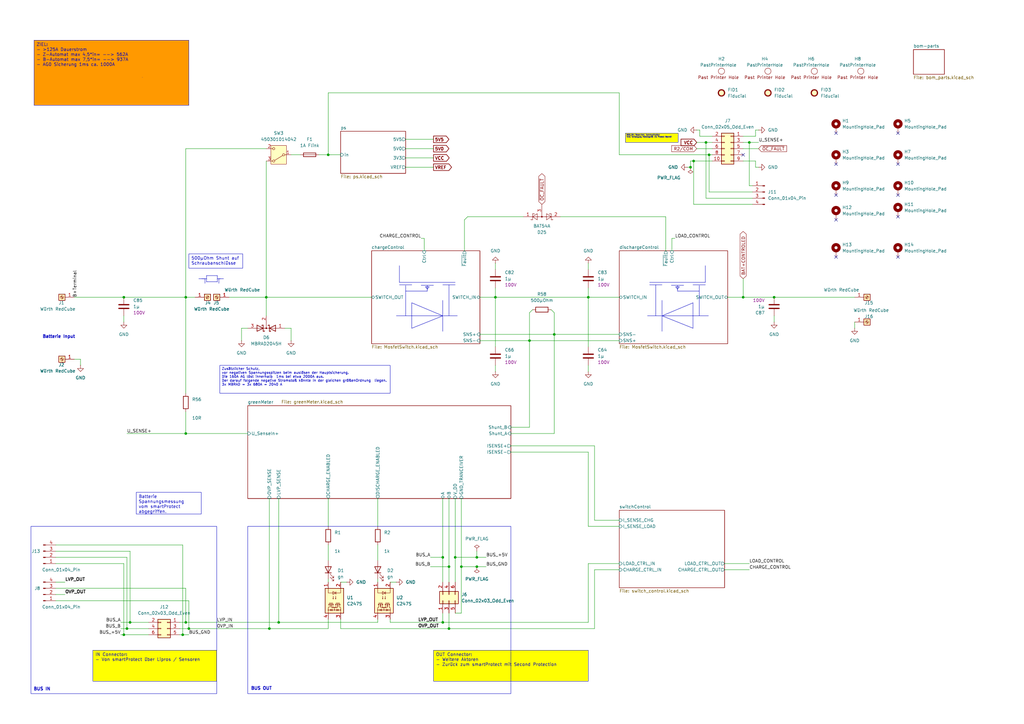
<source format=kicad_sch>
(kicad_sch
	(version 20231120)
	(generator "eeschema")
	(generator_version "8.0")
	(uuid "bf1f8167-8e29-49cc-a467-dd9cc2c77246")
	(paper "A3")
	(lib_symbols
		(symbol "Connector:Conn_01x04_Pin"
			(pin_names
				(offset 1.016) hide)
			(exclude_from_sim no)
			(in_bom yes)
			(on_board yes)
			(property "Reference" "J"
				(at 0 5.08 0)
				(effects
					(font
						(size 1.27 1.27)
					)
				)
			)
			(property "Value" "Conn_01x04_Pin"
				(at 0 -7.62 0)
				(effects
					(font
						(size 1.27 1.27)
					)
				)
			)
			(property "Footprint" ""
				(at 0 0 0)
				(effects
					(font
						(size 1.27 1.27)
					)
					(hide yes)
				)
			)
			(property "Datasheet" "~"
				(at 0 0 0)
				(effects
					(font
						(size 1.27 1.27)
					)
					(hide yes)
				)
			)
			(property "Description" "Generic connector, single row, 01x04, script generated"
				(at 0 0 0)
				(effects
					(font
						(size 1.27 1.27)
					)
					(hide yes)
				)
			)
			(property "ki_locked" ""
				(at 0 0 0)
				(effects
					(font
						(size 1.27 1.27)
					)
				)
			)
			(property "ki_keywords" "connector"
				(at 0 0 0)
				(effects
					(font
						(size 1.27 1.27)
					)
					(hide yes)
				)
			)
			(property "ki_fp_filters" "Connector*:*_1x??_*"
				(at 0 0 0)
				(effects
					(font
						(size 1.27 1.27)
					)
					(hide yes)
				)
			)
			(symbol "Conn_01x04_Pin_1_1"
				(polyline
					(pts
						(xy 1.27 -5.08) (xy 0.8636 -5.08)
					)
					(stroke
						(width 0.1524)
						(type default)
					)
					(fill
						(type none)
					)
				)
				(polyline
					(pts
						(xy 1.27 -2.54) (xy 0.8636 -2.54)
					)
					(stroke
						(width 0.1524)
						(type default)
					)
					(fill
						(type none)
					)
				)
				(polyline
					(pts
						(xy 1.27 0) (xy 0.8636 0)
					)
					(stroke
						(width 0.1524)
						(type default)
					)
					(fill
						(type none)
					)
				)
				(polyline
					(pts
						(xy 1.27 2.54) (xy 0.8636 2.54)
					)
					(stroke
						(width 0.1524)
						(type default)
					)
					(fill
						(type none)
					)
				)
				(rectangle
					(start 0.8636 -4.953)
					(end 0 -5.207)
					(stroke
						(width 0.1524)
						(type default)
					)
					(fill
						(type outline)
					)
				)
				(rectangle
					(start 0.8636 -2.413)
					(end 0 -2.667)
					(stroke
						(width 0.1524)
						(type default)
					)
					(fill
						(type outline)
					)
				)
				(rectangle
					(start 0.8636 0.127)
					(end 0 -0.127)
					(stroke
						(width 0.1524)
						(type default)
					)
					(fill
						(type outline)
					)
				)
				(rectangle
					(start 0.8636 2.667)
					(end 0 2.413)
					(stroke
						(width 0.1524)
						(type default)
					)
					(fill
						(type outline)
					)
				)
				(pin passive line
					(at 5.08 2.54 180)
					(length 3.81)
					(name "Pin_1"
						(effects
							(font
								(size 1.27 1.27)
							)
						)
					)
					(number "1"
						(effects
							(font
								(size 1.27 1.27)
							)
						)
					)
				)
				(pin passive line
					(at 5.08 0 180)
					(length 3.81)
					(name "Pin_2"
						(effects
							(font
								(size 1.27 1.27)
							)
						)
					)
					(number "2"
						(effects
							(font
								(size 1.27 1.27)
							)
						)
					)
				)
				(pin passive line
					(at 5.08 -2.54 180)
					(length 3.81)
					(name "Pin_3"
						(effects
							(font
								(size 1.27 1.27)
							)
						)
					)
					(number "3"
						(effects
							(font
								(size 1.27 1.27)
							)
						)
					)
				)
				(pin passive line
					(at 5.08 -5.08 180)
					(length 3.81)
					(name "Pin_4"
						(effects
							(font
								(size 1.27 1.27)
							)
						)
					)
					(number "4"
						(effects
							(font
								(size 1.27 1.27)
							)
						)
					)
				)
			)
		)
		(symbol "Connector:Screw_Terminal_01x01"
			(pin_names
				(offset 1.016) hide)
			(exclude_from_sim no)
			(in_bom yes)
			(on_board yes)
			(property "Reference" "J"
				(at 0 2.54 0)
				(effects
					(font
						(size 1.27 1.27)
					)
				)
			)
			(property "Value" "Screw_Terminal_01x01"
				(at 0 -2.54 0)
				(effects
					(font
						(size 1.27 1.27)
					)
				)
			)
			(property "Footprint" ""
				(at 0 0 0)
				(effects
					(font
						(size 1.27 1.27)
					)
					(hide yes)
				)
			)
			(property "Datasheet" "~"
				(at 0 0 0)
				(effects
					(font
						(size 1.27 1.27)
					)
					(hide yes)
				)
			)
			(property "Description" "Generic screw terminal, single row, 01x01, script generated (kicad-library-utils/schlib/autogen/connector/)"
				(at 0 0 0)
				(effects
					(font
						(size 1.27 1.27)
					)
					(hide yes)
				)
			)
			(property "ki_keywords" "screw terminal"
				(at 0 0 0)
				(effects
					(font
						(size 1.27 1.27)
					)
					(hide yes)
				)
			)
			(property "ki_fp_filters" "TerminalBlock*:*"
				(at 0 0 0)
				(effects
					(font
						(size 1.27 1.27)
					)
					(hide yes)
				)
			)
			(symbol "Screw_Terminal_01x01_1_1"
				(rectangle
					(start -1.27 1.27)
					(end 1.27 -1.27)
					(stroke
						(width 0.254)
						(type default)
					)
					(fill
						(type background)
					)
				)
				(polyline
					(pts
						(xy -0.5334 0.3302) (xy 0.3302 -0.508)
					)
					(stroke
						(width 0.1524)
						(type default)
					)
					(fill
						(type none)
					)
				)
				(polyline
					(pts
						(xy -0.3556 0.508) (xy 0.508 -0.3302)
					)
					(stroke
						(width 0.1524)
						(type default)
					)
					(fill
						(type none)
					)
				)
				(circle
					(center 0 0)
					(radius 0.635)
					(stroke
						(width 0.1524)
						(type default)
					)
					(fill
						(type none)
					)
				)
				(pin passive line
					(at -5.08 0 0)
					(length 3.81)
					(name "Pin_1"
						(effects
							(font
								(size 1.27 1.27)
							)
						)
					)
					(number "1"
						(effects
							(font
								(size 1.27 1.27)
							)
						)
					)
				)
			)
		)
		(symbol "Connector_Generic:Conn_02x03_Odd_Even"
			(pin_names
				(offset 1.016) hide)
			(exclude_from_sim no)
			(in_bom yes)
			(on_board yes)
			(property "Reference" "J"
				(at 1.27 5.08 0)
				(effects
					(font
						(size 1.27 1.27)
					)
				)
			)
			(property "Value" "Conn_02x03_Odd_Even"
				(at 1.27 -5.08 0)
				(effects
					(font
						(size 1.27 1.27)
					)
				)
			)
			(property "Footprint" ""
				(at 0 0 0)
				(effects
					(font
						(size 1.27 1.27)
					)
					(hide yes)
				)
			)
			(property "Datasheet" "~"
				(at 0 0 0)
				(effects
					(font
						(size 1.27 1.27)
					)
					(hide yes)
				)
			)
			(property "Description" "Generic connector, double row, 02x03, odd/even pin numbering scheme (row 1 odd numbers, row 2 even numbers), script generated (kicad-library-utils/schlib/autogen/connector/)"
				(at 0 0 0)
				(effects
					(font
						(size 1.27 1.27)
					)
					(hide yes)
				)
			)
			(property "ki_keywords" "connector"
				(at 0 0 0)
				(effects
					(font
						(size 1.27 1.27)
					)
					(hide yes)
				)
			)
			(property "ki_fp_filters" "Connector*:*_2x??_*"
				(at 0 0 0)
				(effects
					(font
						(size 1.27 1.27)
					)
					(hide yes)
				)
			)
			(symbol "Conn_02x03_Odd_Even_1_1"
				(rectangle
					(start -1.27 -2.413)
					(end 0 -2.667)
					(stroke
						(width 0.1524)
						(type default)
					)
					(fill
						(type none)
					)
				)
				(rectangle
					(start -1.27 0.127)
					(end 0 -0.127)
					(stroke
						(width 0.1524)
						(type default)
					)
					(fill
						(type none)
					)
				)
				(rectangle
					(start -1.27 2.667)
					(end 0 2.413)
					(stroke
						(width 0.1524)
						(type default)
					)
					(fill
						(type none)
					)
				)
				(rectangle
					(start -1.27 3.81)
					(end 3.81 -3.81)
					(stroke
						(width 0.254)
						(type default)
					)
					(fill
						(type background)
					)
				)
				(rectangle
					(start 3.81 -2.413)
					(end 2.54 -2.667)
					(stroke
						(width 0.1524)
						(type default)
					)
					(fill
						(type none)
					)
				)
				(rectangle
					(start 3.81 0.127)
					(end 2.54 -0.127)
					(stroke
						(width 0.1524)
						(type default)
					)
					(fill
						(type none)
					)
				)
				(rectangle
					(start 3.81 2.667)
					(end 2.54 2.413)
					(stroke
						(width 0.1524)
						(type default)
					)
					(fill
						(type none)
					)
				)
				(pin passive line
					(at -5.08 2.54 0)
					(length 3.81)
					(name "Pin_1"
						(effects
							(font
								(size 1.27 1.27)
							)
						)
					)
					(number "1"
						(effects
							(font
								(size 1.27 1.27)
							)
						)
					)
				)
				(pin passive line
					(at 7.62 2.54 180)
					(length 3.81)
					(name "Pin_2"
						(effects
							(font
								(size 1.27 1.27)
							)
						)
					)
					(number "2"
						(effects
							(font
								(size 1.27 1.27)
							)
						)
					)
				)
				(pin passive line
					(at -5.08 0 0)
					(length 3.81)
					(name "Pin_3"
						(effects
							(font
								(size 1.27 1.27)
							)
						)
					)
					(number "3"
						(effects
							(font
								(size 1.27 1.27)
							)
						)
					)
				)
				(pin passive line
					(at 7.62 0 180)
					(length 3.81)
					(name "Pin_4"
						(effects
							(font
								(size 1.27 1.27)
							)
						)
					)
					(number "4"
						(effects
							(font
								(size 1.27 1.27)
							)
						)
					)
				)
				(pin passive line
					(at -5.08 -2.54 0)
					(length 3.81)
					(name "Pin_5"
						(effects
							(font
								(size 1.27 1.27)
							)
						)
					)
					(number "5"
						(effects
							(font
								(size 1.27 1.27)
							)
						)
					)
				)
				(pin passive line
					(at 7.62 -2.54 180)
					(length 3.81)
					(name "Pin_6"
						(effects
							(font
								(size 1.27 1.27)
							)
						)
					)
					(number "6"
						(effects
							(font
								(size 1.27 1.27)
							)
						)
					)
				)
			)
		)
		(symbol "Connector_Generic:Conn_02x05_Odd_Even"
			(pin_names
				(offset 1.016) hide)
			(exclude_from_sim no)
			(in_bom yes)
			(on_board yes)
			(property "Reference" "J"
				(at 1.27 7.62 0)
				(effects
					(font
						(size 1.27 1.27)
					)
				)
			)
			(property "Value" "Conn_02x05_Odd_Even"
				(at 1.27 -7.62 0)
				(effects
					(font
						(size 1.27 1.27)
					)
				)
			)
			(property "Footprint" ""
				(at 0 0 0)
				(effects
					(font
						(size 1.27 1.27)
					)
					(hide yes)
				)
			)
			(property "Datasheet" "~"
				(at 0 0 0)
				(effects
					(font
						(size 1.27 1.27)
					)
					(hide yes)
				)
			)
			(property "Description" "Generic connector, double row, 02x05, odd/even pin numbering scheme (row 1 odd numbers, row 2 even numbers), script generated (kicad-library-utils/schlib/autogen/connector/)"
				(at 0 0 0)
				(effects
					(font
						(size 1.27 1.27)
					)
					(hide yes)
				)
			)
			(property "ki_keywords" "connector"
				(at 0 0 0)
				(effects
					(font
						(size 1.27 1.27)
					)
					(hide yes)
				)
			)
			(property "ki_fp_filters" "Connector*:*_2x??_*"
				(at 0 0 0)
				(effects
					(font
						(size 1.27 1.27)
					)
					(hide yes)
				)
			)
			(symbol "Conn_02x05_Odd_Even_1_1"
				(rectangle
					(start -1.27 -4.953)
					(end 0 -5.207)
					(stroke
						(width 0.1524)
						(type default)
					)
					(fill
						(type none)
					)
				)
				(rectangle
					(start -1.27 -2.413)
					(end 0 -2.667)
					(stroke
						(width 0.1524)
						(type default)
					)
					(fill
						(type none)
					)
				)
				(rectangle
					(start -1.27 0.127)
					(end 0 -0.127)
					(stroke
						(width 0.1524)
						(type default)
					)
					(fill
						(type none)
					)
				)
				(rectangle
					(start -1.27 2.667)
					(end 0 2.413)
					(stroke
						(width 0.1524)
						(type default)
					)
					(fill
						(type none)
					)
				)
				(rectangle
					(start -1.27 5.207)
					(end 0 4.953)
					(stroke
						(width 0.1524)
						(type default)
					)
					(fill
						(type none)
					)
				)
				(rectangle
					(start -1.27 6.35)
					(end 3.81 -6.35)
					(stroke
						(width 0.254)
						(type default)
					)
					(fill
						(type background)
					)
				)
				(rectangle
					(start 3.81 -4.953)
					(end 2.54 -5.207)
					(stroke
						(width 0.1524)
						(type default)
					)
					(fill
						(type none)
					)
				)
				(rectangle
					(start 3.81 -2.413)
					(end 2.54 -2.667)
					(stroke
						(width 0.1524)
						(type default)
					)
					(fill
						(type none)
					)
				)
				(rectangle
					(start 3.81 0.127)
					(end 2.54 -0.127)
					(stroke
						(width 0.1524)
						(type default)
					)
					(fill
						(type none)
					)
				)
				(rectangle
					(start 3.81 2.667)
					(end 2.54 2.413)
					(stroke
						(width 0.1524)
						(type default)
					)
					(fill
						(type none)
					)
				)
				(rectangle
					(start 3.81 5.207)
					(end 2.54 4.953)
					(stroke
						(width 0.1524)
						(type default)
					)
					(fill
						(type none)
					)
				)
				(pin passive line
					(at -5.08 5.08 0)
					(length 3.81)
					(name "Pin_1"
						(effects
							(font
								(size 1.27 1.27)
							)
						)
					)
					(number "1"
						(effects
							(font
								(size 1.27 1.27)
							)
						)
					)
				)
				(pin passive line
					(at 7.62 -5.08 180)
					(length 3.81)
					(name "Pin_10"
						(effects
							(font
								(size 1.27 1.27)
							)
						)
					)
					(number "10"
						(effects
							(font
								(size 1.27 1.27)
							)
						)
					)
				)
				(pin passive line
					(at 7.62 5.08 180)
					(length 3.81)
					(name "Pin_2"
						(effects
							(font
								(size 1.27 1.27)
							)
						)
					)
					(number "2"
						(effects
							(font
								(size 1.27 1.27)
							)
						)
					)
				)
				(pin passive line
					(at -5.08 2.54 0)
					(length 3.81)
					(name "Pin_3"
						(effects
							(font
								(size 1.27 1.27)
							)
						)
					)
					(number "3"
						(effects
							(font
								(size 1.27 1.27)
							)
						)
					)
				)
				(pin passive line
					(at 7.62 2.54 180)
					(length 3.81)
					(name "Pin_4"
						(effects
							(font
								(size 1.27 1.27)
							)
						)
					)
					(number "4"
						(effects
							(font
								(size 1.27 1.27)
							)
						)
					)
				)
				(pin passive line
					(at -5.08 0 0)
					(length 3.81)
					(name "Pin_5"
						(effects
							(font
								(size 1.27 1.27)
							)
						)
					)
					(number "5"
						(effects
							(font
								(size 1.27 1.27)
							)
						)
					)
				)
				(pin passive line
					(at 7.62 0 180)
					(length 3.81)
					(name "Pin_6"
						(effects
							(font
								(size 1.27 1.27)
							)
						)
					)
					(number "6"
						(effects
							(font
								(size 1.27 1.27)
							)
						)
					)
				)
				(pin passive line
					(at -5.08 -2.54 0)
					(length 3.81)
					(name "Pin_7"
						(effects
							(font
								(size 1.27 1.27)
							)
						)
					)
					(number "7"
						(effects
							(font
								(size 1.27 1.27)
							)
						)
					)
				)
				(pin passive line
					(at 7.62 -2.54 180)
					(length 3.81)
					(name "Pin_8"
						(effects
							(font
								(size 1.27 1.27)
							)
						)
					)
					(number "8"
						(effects
							(font
								(size 1.27 1.27)
							)
						)
					)
				)
				(pin passive line
					(at -5.08 -5.08 0)
					(length 3.81)
					(name "Pin_9"
						(effects
							(font
								(size 1.27 1.27)
							)
						)
					)
					(number "9"
						(effects
							(font
								(size 1.27 1.27)
							)
						)
					)
				)
			)
		)
		(symbol "Device:C"
			(pin_numbers hide)
			(pin_names
				(offset 0.254)
			)
			(exclude_from_sim no)
			(in_bom yes)
			(on_board yes)
			(property "Reference" "C"
				(at 0.635 2.54 0)
				(effects
					(font
						(size 1.27 1.27)
					)
					(justify left)
				)
			)
			(property "Value" "C"
				(at 0.635 -2.54 0)
				(effects
					(font
						(size 1.27 1.27)
					)
					(justify left)
				)
			)
			(property "Footprint" ""
				(at 0.9652 -3.81 0)
				(effects
					(font
						(size 1.27 1.27)
					)
					(hide yes)
				)
			)
			(property "Datasheet" "~"
				(at 0 0 0)
				(effects
					(font
						(size 1.27 1.27)
					)
					(hide yes)
				)
			)
			(property "Description" "Unpolarized capacitor"
				(at 0 0 0)
				(effects
					(font
						(size 1.27 1.27)
					)
					(hide yes)
				)
			)
			(property "ki_keywords" "cap capacitor"
				(at 0 0 0)
				(effects
					(font
						(size 1.27 1.27)
					)
					(hide yes)
				)
			)
			(property "ki_fp_filters" "C_*"
				(at 0 0 0)
				(effects
					(font
						(size 1.27 1.27)
					)
					(hide yes)
				)
			)
			(symbol "C_0_1"
				(polyline
					(pts
						(xy -2.032 -0.762) (xy 2.032 -0.762)
					)
					(stroke
						(width 0.508)
						(type default)
					)
					(fill
						(type none)
					)
				)
				(polyline
					(pts
						(xy -2.032 0.762) (xy 2.032 0.762)
					)
					(stroke
						(width 0.508)
						(type default)
					)
					(fill
						(type none)
					)
				)
			)
			(symbol "C_1_1"
				(pin passive line
					(at 0 3.81 270)
					(length 2.794)
					(name "~"
						(effects
							(font
								(size 1.27 1.27)
							)
						)
					)
					(number "1"
						(effects
							(font
								(size 1.27 1.27)
							)
						)
					)
				)
				(pin passive line
					(at 0 -3.81 90)
					(length 2.794)
					(name "~"
						(effects
							(font
								(size 1.27 1.27)
							)
						)
					)
					(number "2"
						(effects
							(font
								(size 1.27 1.27)
							)
						)
					)
				)
			)
		)
		(symbol "Device:D_Schottky_Dual_CommonCathode_AKA"
			(pin_names
				(offset 0.762) hide)
			(exclude_from_sim no)
			(in_bom yes)
			(on_board yes)
			(property "Reference" "D"
				(at 1.27 -2.54 0)
				(effects
					(font
						(size 1.27 1.27)
					)
				)
			)
			(property "Value" "D_Schottky_Dual_CommonCathode_AKA"
				(at 0 2.54 0)
				(effects
					(font
						(size 1.27 1.27)
					)
				)
			)
			(property "Footprint" ""
				(at 0 0 0)
				(effects
					(font
						(size 1.27 1.27)
					)
					(hide yes)
				)
			)
			(property "Datasheet" "~"
				(at 0 0 0)
				(effects
					(font
						(size 1.27 1.27)
					)
					(hide yes)
				)
			)
			(property "Description" "Dual Schottky diode, common cathode on pin 2"
				(at 0 0 0)
				(effects
					(font
						(size 1.27 1.27)
					)
					(hide yes)
				)
			)
			(property "ki_keywords" "diode"
				(at 0 0 0)
				(effects
					(font
						(size 1.27 1.27)
					)
					(hide yes)
				)
			)
			(symbol "D_Schottky_Dual_CommonCathode_AKA_0_1"
				(polyline
					(pts
						(xy 0 0) (xy 0 -2.54)
					)
					(stroke
						(width 0)
						(type default)
					)
					(fill
						(type none)
					)
				)
				(polyline
					(pts
						(xy 3.81 0) (xy -3.81 0)
					)
					(stroke
						(width 0)
						(type default)
					)
					(fill
						(type none)
					)
				)
				(polyline
					(pts
						(xy -1.27 -1.27) (xy -1.27 1.27) (xy -1.27 1.27)
					)
					(stroke
						(width 0.254)
						(type default)
					)
					(fill
						(type none)
					)
				)
				(polyline
					(pts
						(xy 1.27 -1.27) (xy 1.27 1.27) (xy 1.27 1.27)
					)
					(stroke
						(width 0.254)
						(type default)
					)
					(fill
						(type none)
					)
				)
				(polyline
					(pts
						(xy -1.27 -1.27) (xy -0.762 -1.27) (xy -0.762 -1.016) (xy -0.762 -1.016)
					)
					(stroke
						(width 0.254)
						(type default)
					)
					(fill
						(type none)
					)
				)
				(polyline
					(pts
						(xy 1.27 -1.27) (xy 1.778 -1.27) (xy 1.778 -1.016) (xy 1.778 -1.016)
					)
					(stroke
						(width 0.254)
						(type default)
					)
					(fill
						(type none)
					)
				)
				(polyline
					(pts
						(xy 1.27 1.27) (xy 0.762 1.27) (xy 0.762 1.016) (xy 0.762 1.016)
					)
					(stroke
						(width 0.254)
						(type default)
					)
					(fill
						(type none)
					)
				)
				(polyline
					(pts
						(xy -1.778 1.016) (xy -1.778 1.27) (xy -1.27 1.27) (xy -1.27 1.27) (xy -1.27 1.27)
					)
					(stroke
						(width 0.254)
						(type default)
					)
					(fill
						(type none)
					)
				)
				(polyline
					(pts
						(xy -3.81 1.27) (xy -1.27 0) (xy -3.81 -1.27) (xy -3.81 1.27) (xy -3.81 1.27) (xy -3.81 1.27)
					)
					(stroke
						(width 0.254)
						(type default)
					)
					(fill
						(type none)
					)
				)
				(polyline
					(pts
						(xy 3.81 -1.27) (xy 1.27 0) (xy 3.81 1.27) (xy 3.81 -1.27) (xy 3.81 -1.27) (xy 3.81 -1.27)
					)
					(stroke
						(width 0.254)
						(type default)
					)
					(fill
						(type none)
					)
				)
				(circle
					(center 0 0)
					(radius 0.254)
					(stroke
						(width 0)
						(type default)
					)
					(fill
						(type outline)
					)
				)
				(pin passive line
					(at -7.62 0 0)
					(length 3.81)
					(name "A"
						(effects
							(font
								(size 1.27 1.27)
							)
						)
					)
					(number "1"
						(effects
							(font
								(size 1.27 1.27)
							)
						)
					)
				)
				(pin passive line
					(at 0 -5.08 90)
					(length 2.54)
					(name "K"
						(effects
							(font
								(size 1.27 1.27)
							)
						)
					)
					(number "2"
						(effects
							(font
								(size 1.27 1.27)
							)
						)
					)
				)
				(pin passive line
					(at 7.62 0 180)
					(length 3.81)
					(name "A"
						(effects
							(font
								(size 1.27 1.27)
							)
						)
					)
					(number "3"
						(effects
							(font
								(size 1.27 1.27)
							)
						)
					)
				)
			)
		)
		(symbol "Device:Fuse"
			(pin_numbers hide)
			(pin_names
				(offset 0)
			)
			(exclude_from_sim no)
			(in_bom yes)
			(on_board yes)
			(property "Reference" "F"
				(at 2.032 0 90)
				(effects
					(font
						(size 1.27 1.27)
					)
				)
			)
			(property "Value" "Fuse"
				(at -1.905 0 90)
				(effects
					(font
						(size 1.27 1.27)
					)
				)
			)
			(property "Footprint" ""
				(at -1.778 0 90)
				(effects
					(font
						(size 1.27 1.27)
					)
					(hide yes)
				)
			)
			(property "Datasheet" "~"
				(at 0 0 0)
				(effects
					(font
						(size 1.27 1.27)
					)
					(hide yes)
				)
			)
			(property "Description" "Fuse"
				(at 0 0 0)
				(effects
					(font
						(size 1.27 1.27)
					)
					(hide yes)
				)
			)
			(property "ki_keywords" "fuse"
				(at 0 0 0)
				(effects
					(font
						(size 1.27 1.27)
					)
					(hide yes)
				)
			)
			(property "ki_fp_filters" "*Fuse*"
				(at 0 0 0)
				(effects
					(font
						(size 1.27 1.27)
					)
					(hide yes)
				)
			)
			(symbol "Fuse_0_1"
				(rectangle
					(start -0.762 -2.54)
					(end 0.762 2.54)
					(stroke
						(width 0.254)
						(type default)
					)
					(fill
						(type none)
					)
				)
				(polyline
					(pts
						(xy 0 2.54) (xy 0 -2.54)
					)
					(stroke
						(width 0)
						(type default)
					)
					(fill
						(type none)
					)
				)
			)
			(symbol "Fuse_1_1"
				(pin passive line
					(at 0 3.81 270)
					(length 1.27)
					(name "~"
						(effects
							(font
								(size 1.27 1.27)
							)
						)
					)
					(number "1"
						(effects
							(font
								(size 1.27 1.27)
							)
						)
					)
				)
				(pin passive line
					(at 0 -3.81 90)
					(length 1.27)
					(name "~"
						(effects
							(font
								(size 1.27 1.27)
							)
						)
					)
					(number "2"
						(effects
							(font
								(size 1.27 1.27)
							)
						)
					)
				)
			)
		)
		(symbol "Device:LED"
			(pin_numbers hide)
			(pin_names
				(offset 1.016) hide)
			(exclude_from_sim no)
			(in_bom yes)
			(on_board yes)
			(property "Reference" "D"
				(at 0 2.54 0)
				(effects
					(font
						(size 1.27 1.27)
					)
				)
			)
			(property "Value" "LED"
				(at 0 -2.54 0)
				(effects
					(font
						(size 1.27 1.27)
					)
				)
			)
			(property "Footprint" ""
				(at 0 0 0)
				(effects
					(font
						(size 1.27 1.27)
					)
					(hide yes)
				)
			)
			(property "Datasheet" "~"
				(at 0 0 0)
				(effects
					(font
						(size 1.27 1.27)
					)
					(hide yes)
				)
			)
			(property "Description" "Light emitting diode"
				(at 0 0 0)
				(effects
					(font
						(size 1.27 1.27)
					)
					(hide yes)
				)
			)
			(property "ki_keywords" "LED diode"
				(at 0 0 0)
				(effects
					(font
						(size 1.27 1.27)
					)
					(hide yes)
				)
			)
			(property "ki_fp_filters" "LED* LED_SMD:* LED_THT:*"
				(at 0 0 0)
				(effects
					(font
						(size 1.27 1.27)
					)
					(hide yes)
				)
			)
			(symbol "LED_0_1"
				(polyline
					(pts
						(xy -1.27 -1.27) (xy -1.27 1.27)
					)
					(stroke
						(width 0.254)
						(type default)
					)
					(fill
						(type none)
					)
				)
				(polyline
					(pts
						(xy -1.27 0) (xy 1.27 0)
					)
					(stroke
						(width 0)
						(type default)
					)
					(fill
						(type none)
					)
				)
				(polyline
					(pts
						(xy 1.27 -1.27) (xy 1.27 1.27) (xy -1.27 0) (xy 1.27 -1.27)
					)
					(stroke
						(width 0.254)
						(type default)
					)
					(fill
						(type none)
					)
				)
				(polyline
					(pts
						(xy -3.048 -0.762) (xy -4.572 -2.286) (xy -3.81 -2.286) (xy -4.572 -2.286) (xy -4.572 -1.524)
					)
					(stroke
						(width 0)
						(type default)
					)
					(fill
						(type none)
					)
				)
				(polyline
					(pts
						(xy -1.778 -0.762) (xy -3.302 -2.286) (xy -2.54 -2.286) (xy -3.302 -2.286) (xy -3.302 -1.524)
					)
					(stroke
						(width 0)
						(type default)
					)
					(fill
						(type none)
					)
				)
			)
			(symbol "LED_1_1"
				(pin passive line
					(at -3.81 0 0)
					(length 2.54)
					(name "K"
						(effects
							(font
								(size 1.27 1.27)
							)
						)
					)
					(number "1"
						(effects
							(font
								(size 1.27 1.27)
							)
						)
					)
				)
				(pin passive line
					(at 3.81 0 180)
					(length 2.54)
					(name "A"
						(effects
							(font
								(size 1.27 1.27)
							)
						)
					)
					(number "2"
						(effects
							(font
								(size 1.27 1.27)
							)
						)
					)
				)
			)
		)
		(symbol "Device:R"
			(pin_numbers hide)
			(pin_names
				(offset 0)
			)
			(exclude_from_sim no)
			(in_bom yes)
			(on_board yes)
			(property "Reference" "R"
				(at 2.032 0 90)
				(effects
					(font
						(size 1.27 1.27)
					)
				)
			)
			(property "Value" "R"
				(at 0 0 90)
				(effects
					(font
						(size 1.27 1.27)
					)
				)
			)
			(property "Footprint" ""
				(at -1.778 0 90)
				(effects
					(font
						(size 1.27 1.27)
					)
					(hide yes)
				)
			)
			(property "Datasheet" "~"
				(at 0 0 0)
				(effects
					(font
						(size 1.27 1.27)
					)
					(hide yes)
				)
			)
			(property "Description" "Resistor"
				(at 0 0 0)
				(effects
					(font
						(size 1.27 1.27)
					)
					(hide yes)
				)
			)
			(property "ki_keywords" "R res resistor"
				(at 0 0 0)
				(effects
					(font
						(size 1.27 1.27)
					)
					(hide yes)
				)
			)
			(property "ki_fp_filters" "R_*"
				(at 0 0 0)
				(effects
					(font
						(size 1.27 1.27)
					)
					(hide yes)
				)
			)
			(symbol "R_0_1"
				(rectangle
					(start -1.016 -2.54)
					(end 1.016 2.54)
					(stroke
						(width 0.254)
						(type default)
					)
					(fill
						(type none)
					)
				)
			)
			(symbol "R_1_1"
				(pin passive line
					(at 0 3.81 270)
					(length 1.27)
					(name "~"
						(effects
							(font
								(size 1.27 1.27)
							)
						)
					)
					(number "1"
						(effects
							(font
								(size 1.27 1.27)
							)
						)
					)
				)
				(pin passive line
					(at 0 -3.81 90)
					(length 1.27)
					(name "~"
						(effects
							(font
								(size 1.27 1.27)
							)
						)
					)
					(number "2"
						(effects
							(font
								(size 1.27 1.27)
							)
						)
					)
				)
			)
		)
		(symbol "Diode:BAT54A"
			(pin_names
				(offset 1.016)
			)
			(exclude_from_sim no)
			(in_bom yes)
			(on_board yes)
			(property "Reference" "D"
				(at 0.635 -3.81 0)
				(effects
					(font
						(size 1.27 1.27)
					)
					(justify left)
				)
			)
			(property "Value" "BAT54A"
				(at -6.35 3.175 0)
				(effects
					(font
						(size 1.27 1.27)
					)
					(justify left)
				)
			)
			(property "Footprint" "Package_TO_SOT_SMD:SOT-23"
				(at 1.905 3.175 0)
				(effects
					(font
						(size 1.27 1.27)
					)
					(justify left)
					(hide yes)
				)
			)
			(property "Datasheet" "http://www.diodes.com/_files/datasheets/ds11005.pdf"
				(at -3.048 0 0)
				(effects
					(font
						(size 1.27 1.27)
					)
					(hide yes)
				)
			)
			(property "Description" "schottky barrier diode"
				(at 0 0 0)
				(effects
					(font
						(size 1.27 1.27)
					)
					(hide yes)
				)
			)
			(property "ki_keywords" "schottky diode"
				(at 0 0 0)
				(effects
					(font
						(size 1.27 1.27)
					)
					(hide yes)
				)
			)
			(property "ki_fp_filters" "SOT?23*"
				(at 0 0 0)
				(effects
					(font
						(size 1.27 1.27)
					)
					(hide yes)
				)
			)
			(symbol "BAT54A_0_1"
				(polyline
					(pts
						(xy -4.445 1.27) (xy -4.445 1.016)
					)
					(stroke
						(width 0)
						(type default)
					)
					(fill
						(type none)
					)
				)
				(polyline
					(pts
						(xy -3.81 -1.27) (xy -3.81 1.27)
					)
					(stroke
						(width 0)
						(type default)
					)
					(fill
						(type none)
					)
				)
				(polyline
					(pts
						(xy -3.81 -1.27) (xy -3.175 -1.27)
					)
					(stroke
						(width 0)
						(type default)
					)
					(fill
						(type none)
					)
				)
				(polyline
					(pts
						(xy -3.81 0) (xy -1.27 0)
					)
					(stroke
						(width 0)
						(type default)
					)
					(fill
						(type none)
					)
				)
				(polyline
					(pts
						(xy -3.81 1.27) (xy -4.445 1.27)
					)
					(stroke
						(width 0)
						(type default)
					)
					(fill
						(type none)
					)
				)
				(polyline
					(pts
						(xy -3.175 -1.27) (xy -3.175 -1.016)
					)
					(stroke
						(width 0)
						(type default)
					)
					(fill
						(type none)
					)
				)
				(polyline
					(pts
						(xy -1.905 0) (xy 1.905 0)
					)
					(stroke
						(width 0)
						(type default)
					)
					(fill
						(type none)
					)
				)
				(polyline
					(pts
						(xy 1.27 0) (xy 3.81 0)
					)
					(stroke
						(width 0)
						(type default)
					)
					(fill
						(type none)
					)
				)
				(polyline
					(pts
						(xy 3.175 -1.27) (xy 3.175 -1.016)
					)
					(stroke
						(width 0)
						(type default)
					)
					(fill
						(type none)
					)
				)
				(polyline
					(pts
						(xy 3.81 -1.27) (xy 3.175 -1.27)
					)
					(stroke
						(width 0)
						(type default)
					)
					(fill
						(type none)
					)
				)
				(polyline
					(pts
						(xy 3.81 -1.27) (xy 3.81 1.27)
					)
					(stroke
						(width 0)
						(type default)
					)
					(fill
						(type none)
					)
				)
				(polyline
					(pts
						(xy 3.81 1.27) (xy 4.445 1.27)
					)
					(stroke
						(width 0)
						(type default)
					)
					(fill
						(type none)
					)
				)
				(polyline
					(pts
						(xy 4.445 1.27) (xy 4.445 1.016)
					)
					(stroke
						(width 0)
						(type default)
					)
					(fill
						(type none)
					)
				)
				(polyline
					(pts
						(xy -1.905 1.27) (xy -1.905 -1.27) (xy -3.81 0) (xy -1.905 1.27)
					)
					(stroke
						(width 0)
						(type default)
					)
					(fill
						(type none)
					)
				)
				(polyline
					(pts
						(xy 1.905 1.27) (xy 1.905 -1.27) (xy 3.81 0) (xy 1.905 1.27)
					)
					(stroke
						(width 0)
						(type default)
					)
					(fill
						(type none)
					)
				)
				(circle
					(center 0 0)
					(radius 0.254)
					(stroke
						(width 0)
						(type default)
					)
					(fill
						(type outline)
					)
				)
			)
			(symbol "BAT54A_1_1"
				(pin passive line
					(at -7.62 0 0)
					(length 3.81)
					(name "~"
						(effects
							(font
								(size 1.27 1.27)
							)
						)
					)
					(number "1"
						(effects
							(font
								(size 1.27 1.27)
							)
						)
					)
				)
				(pin passive line
					(at 7.62 0 180)
					(length 3.81)
					(name "~"
						(effects
							(font
								(size 1.27 1.27)
							)
						)
					)
					(number "2"
						(effects
							(font
								(size 1.27 1.27)
							)
						)
					)
				)
				(pin passive line
					(at 0 -5.08 90)
					(length 5.08)
					(name "~"
						(effects
							(font
								(size 1.27 1.27)
							)
						)
					)
					(number "3"
						(effects
							(font
								(size 1.27 1.27)
							)
						)
					)
				)
			)
		)
		(symbol "Mechanical:Fiducial"
			(exclude_from_sim yes)
			(in_bom no)
			(on_board yes)
			(property "Reference" "FID"
				(at 0 5.08 0)
				(effects
					(font
						(size 1.27 1.27)
					)
				)
			)
			(property "Value" "Fiducial"
				(at 0 3.175 0)
				(effects
					(font
						(size 1.27 1.27)
					)
				)
			)
			(property "Footprint" ""
				(at 0 0 0)
				(effects
					(font
						(size 1.27 1.27)
					)
					(hide yes)
				)
			)
			(property "Datasheet" "~"
				(at 0 0 0)
				(effects
					(font
						(size 1.27 1.27)
					)
					(hide yes)
				)
			)
			(property "Description" "Fiducial Marker"
				(at 0 0 0)
				(effects
					(font
						(size 1.27 1.27)
					)
					(hide yes)
				)
			)
			(property "ki_keywords" "fiducial marker"
				(at 0 0 0)
				(effects
					(font
						(size 1.27 1.27)
					)
					(hide yes)
				)
			)
			(property "ki_fp_filters" "Fiducial*"
				(at 0 0 0)
				(effects
					(font
						(size 1.27 1.27)
					)
					(hide yes)
				)
			)
			(symbol "Fiducial_0_1"
				(circle
					(center 0 0)
					(radius 1.27)
					(stroke
						(width 0.508)
						(type default)
					)
					(fill
						(type background)
					)
				)
			)
		)
		(symbol "Mechanical:MountingHole_Pad"
			(pin_numbers hide)
			(pin_names
				(offset 1.016) hide)
			(exclude_from_sim yes)
			(in_bom no)
			(on_board yes)
			(property "Reference" "H"
				(at 0 6.35 0)
				(effects
					(font
						(size 1.27 1.27)
					)
				)
			)
			(property "Value" "MountingHole_Pad"
				(at 0 4.445 0)
				(effects
					(font
						(size 1.27 1.27)
					)
				)
			)
			(property "Footprint" ""
				(at 0 0 0)
				(effects
					(font
						(size 1.27 1.27)
					)
					(hide yes)
				)
			)
			(property "Datasheet" "~"
				(at 0 0 0)
				(effects
					(font
						(size 1.27 1.27)
					)
					(hide yes)
				)
			)
			(property "Description" "Mounting Hole with connection"
				(at 0 0 0)
				(effects
					(font
						(size 1.27 1.27)
					)
					(hide yes)
				)
			)
			(property "ki_keywords" "mounting hole"
				(at 0 0 0)
				(effects
					(font
						(size 1.27 1.27)
					)
					(hide yes)
				)
			)
			(property "ki_fp_filters" "MountingHole*Pad*"
				(at 0 0 0)
				(effects
					(font
						(size 1.27 1.27)
					)
					(hide yes)
				)
			)
			(symbol "MountingHole_Pad_0_1"
				(circle
					(center 0 1.27)
					(radius 1.27)
					(stroke
						(width 1.27)
						(type default)
					)
					(fill
						(type none)
					)
				)
			)
			(symbol "MountingHole_Pad_1_1"
				(pin input line
					(at 0 -2.54 90)
					(length 2.54)
					(name "1"
						(effects
							(font
								(size 1.27 1.27)
							)
						)
					)
					(number "1"
						(effects
							(font
								(size 1.27 1.27)
							)
						)
					)
				)
			)
		)
		(symbol "Relay_SolidState:ASSR-1218"
			(exclude_from_sim no)
			(in_bom yes)
			(on_board yes)
			(property "Reference" "U"
				(at -5.08 5.08 0)
				(effects
					(font
						(size 1.27 1.27)
					)
					(justify left)
				)
			)
			(property "Value" "ASSR-1218"
				(at 0 5.08 0)
				(effects
					(font
						(size 1.27 1.27)
					)
					(justify left)
				)
			)
			(property "Footprint" "Package_SO:SO-4_4.4x4.3mm_P2.54mm"
				(at -5.08 -5.08 0)
				(effects
					(font
						(size 1.27 1.27)
						(italic yes)
					)
					(justify left)
					(hide yes)
				)
			)
			(property "Datasheet" "https://docs.broadcom.com/docs/AV02-0173EN"
				(at 0 0 0)
				(effects
					(font
						(size 1.27 1.27)
					)
					(justify left)
					(hide yes)
				)
			)
			(property "Description" "Form A, Solid State Relay (Photo MOSFET) 60V, 0.2A, 10Ohm, SO-4"
				(at 0 0 0)
				(effects
					(font
						(size 1.27 1.27)
					)
					(hide yes)
				)
			)
			(property "ki_keywords" "MOSFET Output Photorelay 1-Form-A"
				(at 0 0 0)
				(effects
					(font
						(size 1.27 1.27)
					)
					(hide yes)
				)
			)
			(property "ki_fp_filters" "SO*4.4x4.3mm*P2.54mm*"
				(at 0 0 0)
				(effects
					(font
						(size 1.27 1.27)
					)
					(hide yes)
				)
			)
			(symbol "ASSR-1218_0_1"
				(rectangle
					(start -5.08 3.81)
					(end 5.08 -3.81)
					(stroke
						(width 0.254)
						(type default)
					)
					(fill
						(type background)
					)
				)
				(polyline
					(pts
						(xy -3.81 -0.635) (xy -2.54 -0.635)
					)
					(stroke
						(width 0)
						(type default)
					)
					(fill
						(type none)
					)
				)
				(polyline
					(pts
						(xy 1.016 -0.635) (xy 1.016 -2.159)
					)
					(stroke
						(width 0.2032)
						(type default)
					)
					(fill
						(type none)
					)
				)
				(polyline
					(pts
						(xy 1.016 2.159) (xy 1.016 0.635)
					)
					(stroke
						(width 0.2032)
						(type default)
					)
					(fill
						(type none)
					)
				)
				(polyline
					(pts
						(xy 1.524 -0.508) (xy 1.524 -0.762)
					)
					(stroke
						(width 0.3556)
						(type default)
					)
					(fill
						(type none)
					)
				)
				(polyline
					(pts
						(xy 2.794 0) (xy 3.81 0)
					)
					(stroke
						(width 0)
						(type default)
					)
					(fill
						(type none)
					)
				)
				(polyline
					(pts
						(xy 3.429 -1.651) (xy 4.191 -1.651)
					)
					(stroke
						(width 0)
						(type default)
					)
					(fill
						(type none)
					)
				)
				(polyline
					(pts
						(xy 3.429 1.651) (xy 4.191 1.651)
					)
					(stroke
						(width 0)
						(type default)
					)
					(fill
						(type none)
					)
				)
				(polyline
					(pts
						(xy 3.81 -2.54) (xy 3.81 2.54)
					)
					(stroke
						(width 0)
						(type default)
					)
					(fill
						(type none)
					)
				)
				(polyline
					(pts
						(xy 1.524 -2.032) (xy 1.524 -2.286) (xy 1.524 -2.286)
					)
					(stroke
						(width 0.3556)
						(type default)
					)
					(fill
						(type none)
					)
				)
				(polyline
					(pts
						(xy 1.524 -1.27) (xy 1.524 -1.524) (xy 1.524 -1.524)
					)
					(stroke
						(width 0.3556)
						(type default)
					)
					(fill
						(type none)
					)
				)
				(polyline
					(pts
						(xy 1.524 0.762) (xy 1.524 0.508) (xy 1.524 0.508)
					)
					(stroke
						(width 0.3556)
						(type default)
					)
					(fill
						(type none)
					)
				)
				(polyline
					(pts
						(xy 1.524 1.524) (xy 1.524 1.27) (xy 1.524 1.27)
					)
					(stroke
						(width 0.3556)
						(type default)
					)
					(fill
						(type none)
					)
				)
				(polyline
					(pts
						(xy 1.524 2.286) (xy 1.524 2.032) (xy 1.524 2.032)
					)
					(stroke
						(width 0.3556)
						(type default)
					)
					(fill
						(type none)
					)
				)
				(polyline
					(pts
						(xy 1.651 -1.397) (xy 2.794 -1.397) (xy 2.794 -0.635)
					)
					(stroke
						(width 0)
						(type default)
					)
					(fill
						(type none)
					)
				)
				(polyline
					(pts
						(xy 1.651 1.397) (xy 2.794 1.397) (xy 2.794 0.635)
					)
					(stroke
						(width 0)
						(type default)
					)
					(fill
						(type none)
					)
				)
				(polyline
					(pts
						(xy -5.08 2.54) (xy -3.175 2.54) (xy -3.175 -2.54) (xy -5.08 -2.54)
					)
					(stroke
						(width 0)
						(type default)
					)
					(fill
						(type none)
					)
				)
				(polyline
					(pts
						(xy -3.175 -0.635) (xy -3.81 0.635) (xy -2.54 0.635) (xy -3.175 -0.635)
					)
					(stroke
						(width 0)
						(type default)
					)
					(fill
						(type none)
					)
				)
				(polyline
					(pts
						(xy 1.651 -2.159) (xy 2.794 -2.159) (xy 2.794 -2.54) (xy 5.08 -2.54)
					)
					(stroke
						(width 0)
						(type default)
					)
					(fill
						(type none)
					)
				)
				(polyline
					(pts
						(xy 1.651 -0.635) (xy 2.794 -0.635) (xy 2.794 0.635) (xy 1.651 0.635)
					)
					(stroke
						(width 0)
						(type default)
					)
					(fill
						(type none)
					)
				)
				(polyline
					(pts
						(xy 1.651 2.159) (xy 2.794 2.159) (xy 2.794 2.54) (xy 5.08 2.54)
					)
					(stroke
						(width 0)
						(type default)
					)
					(fill
						(type none)
					)
				)
				(polyline
					(pts
						(xy 1.778 -1.397) (xy 2.286 -1.27) (xy 2.286 -1.524) (xy 1.778 -1.397)
					)
					(stroke
						(width 0)
						(type default)
					)
					(fill
						(type none)
					)
				)
				(polyline
					(pts
						(xy 1.778 1.397) (xy 2.286 1.524) (xy 2.286 1.27) (xy 1.778 1.397)
					)
					(stroke
						(width 0)
						(type default)
					)
					(fill
						(type none)
					)
				)
				(polyline
					(pts
						(xy 3.81 -1.651) (xy 3.429 -0.889) (xy 4.191 -0.889) (xy 3.81 -1.651)
					)
					(stroke
						(width 0)
						(type default)
					)
					(fill
						(type none)
					)
				)
				(polyline
					(pts
						(xy 3.81 1.651) (xy 3.429 0.889) (xy 4.191 0.889) (xy 3.81 1.651)
					)
					(stroke
						(width 0)
						(type default)
					)
					(fill
						(type none)
					)
				)
				(polyline
					(pts
						(xy -1.905 -0.508) (xy -0.635 -0.508) (xy -1.016 -0.635) (xy -1.016 -0.381) (xy -0.635 -0.508)
					)
					(stroke
						(width 0)
						(type default)
					)
					(fill
						(type none)
					)
				)
				(polyline
					(pts
						(xy -1.905 0.508) (xy -0.635 0.508) (xy -1.016 0.381) (xy -1.016 0.635) (xy -0.635 0.508)
					)
					(stroke
						(width 0)
						(type default)
					)
					(fill
						(type none)
					)
				)
				(circle
					(center 2.794 -0.635)
					(radius 0.127)
					(stroke
						(width 0)
						(type default)
					)
					(fill
						(type none)
					)
				)
				(circle
					(center 2.794 0)
					(radius 0.127)
					(stroke
						(width 0)
						(type default)
					)
					(fill
						(type none)
					)
				)
				(circle
					(center 2.794 0.635)
					(radius 0.127)
					(stroke
						(width 0)
						(type default)
					)
					(fill
						(type none)
					)
				)
				(circle
					(center 3.81 -2.54)
					(radius 0.127)
					(stroke
						(width 0)
						(type default)
					)
					(fill
						(type none)
					)
				)
				(circle
					(center 3.81 0)
					(radius 0.127)
					(stroke
						(width 0)
						(type default)
					)
					(fill
						(type none)
					)
				)
				(circle
					(center 3.81 2.54)
					(radius 0.127)
					(stroke
						(width 0)
						(type default)
					)
					(fill
						(type none)
					)
				)
			)
			(symbol "ASSR-1218_1_1"
				(pin passive line
					(at -7.62 2.54 0)
					(length 2.54)
					(name "~"
						(effects
							(font
								(size 1.27 1.27)
							)
						)
					)
					(number "1"
						(effects
							(font
								(size 1.27 1.27)
							)
						)
					)
				)
				(pin passive line
					(at -7.62 -2.54 0)
					(length 2.54)
					(name "~"
						(effects
							(font
								(size 1.27 1.27)
							)
						)
					)
					(number "2"
						(effects
							(font
								(size 1.27 1.27)
							)
						)
					)
				)
				(pin passive line
					(at 7.62 -2.54 180)
					(length 2.54)
					(name "~"
						(effects
							(font
								(size 1.27 1.27)
							)
						)
					)
					(number "3"
						(effects
							(font
								(size 1.27 1.27)
							)
						)
					)
				)
				(pin passive line
					(at 7.62 2.54 180)
					(length 2.54)
					(name "~"
						(effects
							(font
								(size 1.27 1.27)
							)
						)
					)
					(number "4"
						(effects
							(font
								(size 1.27 1.27)
							)
						)
					)
				)
			)
		)
		(symbol "Switch:SW_Wuerth_450301014042"
			(pin_names
				(offset 1) hide)
			(exclude_from_sim no)
			(in_bom yes)
			(on_board yes)
			(property "Reference" "SW"
				(at 0 5.08 0)
				(effects
					(font
						(size 1.27 1.27)
					)
				)
			)
			(property "Value" "SW_Wuerth_450301014042"
				(at 0 -5.08 0)
				(effects
					(font
						(size 1.27 1.27)
					)
				)
			)
			(property "Footprint" "Button_Switch_THT:SW_Slide-03_Wuerth-WS-SLTV_10x2.5x6.4_P2.54mm"
				(at 0 -10.16 0)
				(effects
					(font
						(size 1.27 1.27)
					)
					(hide yes)
				)
			)
			(property "Datasheet" "https://www.we-online.com/components/products/datasheet/450301014042.pdf"
				(at 0 -7.62 0)
				(effects
					(font
						(size 1.27 1.27)
					)
					(hide yes)
				)
			)
			(property "Description" "Switch slide, single pole double throw"
				(at 0 0 0)
				(effects
					(font
						(size 1.27 1.27)
					)
					(hide yes)
				)
			)
			(property "ki_keywords" "changeover single-pole opposite-side-connection double-throw spdt ON-ON"
				(at 0 0 0)
				(effects
					(font
						(size 1.27 1.27)
					)
					(hide yes)
				)
			)
			(property "ki_fp_filters" "SW*Wuerth*WS*SLTV*10x2.5x6.4*P2.54mm*"
				(at 0 0 0)
				(effects
					(font
						(size 1.27 1.27)
					)
					(hide yes)
				)
			)
			(symbol "SW_Wuerth_450301014042_0_1"
				(circle
					(center -2.032 0)
					(radius 0.4572)
					(stroke
						(width 0)
						(type default)
					)
					(fill
						(type none)
					)
				)
				(polyline
					(pts
						(xy -1.651 0.254) (xy 1.651 2.286)
					)
					(stroke
						(width 0)
						(type default)
					)
					(fill
						(type none)
					)
				)
				(circle
					(center 2.032 -2.54)
					(radius 0.4572)
					(stroke
						(width 0)
						(type default)
					)
					(fill
						(type none)
					)
				)
				(circle
					(center 2.032 2.54)
					(radius 0.4572)
					(stroke
						(width 0)
						(type default)
					)
					(fill
						(type none)
					)
				)
			)
			(symbol "SW_Wuerth_450301014042_1_1"
				(rectangle
					(start -3.175 3.81)
					(end 3.175 -3.81)
					(stroke
						(width 0)
						(type default)
					)
					(fill
						(type background)
					)
				)
				(pin passive line
					(at -5.08 0 0)
					(length 2.54)
					(name "B"
						(effects
							(font
								(size 1.27 1.27)
							)
						)
					)
					(number "1"
						(effects
							(font
								(size 1.27 1.27)
							)
						)
					)
				)
				(pin passive line
					(at 5.08 -2.54 180)
					(length 2.54)
					(name "C"
						(effects
							(font
								(size 1.27 1.27)
							)
						)
					)
					(number "2"
						(effects
							(font
								(size 1.27 1.27)
							)
						)
					)
				)
				(pin passive line
					(at 5.08 2.54 180)
					(length 2.54)
					(name "A"
						(effects
							(font
								(size 1.27 1.27)
							)
						)
					)
					(number "3"
						(effects
							(font
								(size 1.27 1.27)
							)
						)
					)
				)
			)
		)
		(symbol "myMounting:mounting_past_printer"
			(exclude_from_sim no)
			(in_bom no)
			(on_board yes)
			(property "Reference" "H"
				(at 0 0 0)
				(effects
					(font
						(size 1.27 1.27)
					)
				)
			)
			(property "Value" ""
				(at 0 0 0)
				(effects
					(font
						(size 1.27 1.27)
					)
				)
			)
			(property "Footprint" "myHoles:printer_mounting_holes_1mm"
				(at 0 0 0)
				(effects
					(font
						(size 1.27 1.27)
					)
					(hide yes)
				)
			)
			(property "Datasheet" ""
				(at 0 0 0)
				(effects
					(font
						(size 1.27 1.27)
					)
					(hide yes)
				)
			)
			(property "Description" ""
				(at 0 0 0)
				(effects
					(font
						(size 1.27 1.27)
					)
					(hide yes)
				)
			)
			(symbol "mounting_past_printer_0_1"
				(circle
					(center 0 0)
					(radius 1.27)
					(stroke
						(width 0)
						(type default)
					)
					(fill
						(type none)
					)
				)
			)
			(symbol "mounting_past_printer_1_1"
				(text "Past Printer Hole\n"
					(at -1.27 -2.54 0)
					(effects
						(font
							(size 1.27 1.27)
						)
					)
				)
			)
		)
		(symbol "power:GND"
			(power)
			(pin_numbers hide)
			(pin_names
				(offset 0) hide)
			(exclude_from_sim no)
			(in_bom yes)
			(on_board yes)
			(property "Reference" "#PWR"
				(at 0 -6.35 0)
				(effects
					(font
						(size 1.27 1.27)
					)
					(hide yes)
				)
			)
			(property "Value" "GND"
				(at 0 -3.81 0)
				(effects
					(font
						(size 1.27 1.27)
					)
				)
			)
			(property "Footprint" ""
				(at 0 0 0)
				(effects
					(font
						(size 1.27 1.27)
					)
					(hide yes)
				)
			)
			(property "Datasheet" ""
				(at 0 0 0)
				(effects
					(font
						(size 1.27 1.27)
					)
					(hide yes)
				)
			)
			(property "Description" "Power symbol creates a global label with name \"GND\" , ground"
				(at 0 0 0)
				(effects
					(font
						(size 1.27 1.27)
					)
					(hide yes)
				)
			)
			(property "ki_keywords" "global power"
				(at 0 0 0)
				(effects
					(font
						(size 1.27 1.27)
					)
					(hide yes)
				)
			)
			(symbol "GND_0_1"
				(polyline
					(pts
						(xy 0 0) (xy 0 -1.27) (xy 1.27 -1.27) (xy 0 -2.54) (xy -1.27 -1.27) (xy 0 -1.27)
					)
					(stroke
						(width 0)
						(type default)
					)
					(fill
						(type none)
					)
				)
			)
			(symbol "GND_1_1"
				(pin power_in line
					(at 0 0 270)
					(length 0)
					(name "~"
						(effects
							(font
								(size 1.27 1.27)
							)
						)
					)
					(number "1"
						(effects
							(font
								(size 1.27 1.27)
							)
						)
					)
				)
			)
		)
		(symbol "power:PWR_FLAG"
			(power)
			(pin_numbers hide)
			(pin_names
				(offset 0) hide)
			(exclude_from_sim no)
			(in_bom yes)
			(on_board yes)
			(property "Reference" "#FLG"
				(at 0 1.905 0)
				(effects
					(font
						(size 1.27 1.27)
					)
					(hide yes)
				)
			)
			(property "Value" "PWR_FLAG"
				(at 0 3.81 0)
				(effects
					(font
						(size 1.27 1.27)
					)
				)
			)
			(property "Footprint" ""
				(at 0 0 0)
				(effects
					(font
						(size 1.27 1.27)
					)
					(hide yes)
				)
			)
			(property "Datasheet" "~"
				(at 0 0 0)
				(effects
					(font
						(size 1.27 1.27)
					)
					(hide yes)
				)
			)
			(property "Description" "Special symbol for telling ERC where power comes from"
				(at 0 0 0)
				(effects
					(font
						(size 1.27 1.27)
					)
					(hide yes)
				)
			)
			(property "ki_keywords" "flag power"
				(at 0 0 0)
				(effects
					(font
						(size 1.27 1.27)
					)
					(hide yes)
				)
			)
			(symbol "PWR_FLAG_0_0"
				(pin power_out line
					(at 0 0 90)
					(length 0)
					(name "~"
						(effects
							(font
								(size 1.27 1.27)
							)
						)
					)
					(number "1"
						(effects
							(font
								(size 1.27 1.27)
							)
						)
					)
				)
			)
			(symbol "PWR_FLAG_0_1"
				(polyline
					(pts
						(xy 0 0) (xy 0 1.27) (xy -1.016 1.905) (xy 0 2.54) (xy 1.016 1.905) (xy 0 1.27)
					)
					(stroke
						(width 0)
						(type default)
					)
					(fill
						(type none)
					)
				)
			)
		)
	)
	(junction
		(at 227.33 137.16)
		(diameter 0)
		(color 0 0 0 0)
		(uuid "0183d4b9-643b-4595-b663-439c0c67b46a")
	)
	(junction
		(at 195.58 232.41)
		(diameter 0)
		(color 0 0 0 0)
		(uuid "01ef25e3-1aa9-44fe-903e-797f45fcd5d2")
	)
	(junction
		(at 76.2 121.92)
		(diameter 0)
		(color 0 0 0 0)
		(uuid "0be733e0-620d-4b30-ba9c-7e9aec93c0eb")
	)
	(junction
		(at 307.34 58.42)
		(diameter 0)
		(color 0 0 0 0)
		(uuid "1ef8064b-869d-486a-98dc-1684228bd5dc")
	)
	(junction
		(at 134.62 63.5)
		(diameter 0)
		(color 0 0 0 0)
		(uuid "2ad941fe-d63d-496e-b8c7-a3fbb1382a1e")
	)
	(junction
		(at 53.34 255.27)
		(diameter 0)
		(color 0 0 0 0)
		(uuid "2faeb461-3adc-4c30-9801-802bde8c2151")
	)
	(junction
		(at 77.47 257.81)
		(diameter 0)
		(color 0 0 0 0)
		(uuid "33fbbb57-87c9-41e3-a421-5ff535d8702c")
	)
	(junction
		(at 110.49 257.81)
		(diameter 0)
		(color 0 0 0 0)
		(uuid "4bb78399-e364-4153-9c05-2963e37d0e66")
	)
	(junction
		(at 50.8 260.35)
		(diameter 0)
		(color 0 0 0 0)
		(uuid "6297cd39-09c1-4dc3-a26b-79f42ef9a976")
	)
	(junction
		(at 50.8 121.92)
		(diameter 0)
		(color 0 0 0 0)
		(uuid "7179d82a-7cf7-4045-b7ba-709b86a81300")
	)
	(junction
		(at 195.58 228.6)
		(diameter 0)
		(color 0 0 0 0)
		(uuid "75dbdeba-a87b-4618-9ad0-8fdbf59a620c")
	)
	(junction
		(at 184.15 232.41)
		(diameter 0)
		(color 0 0 0 0)
		(uuid "7d21cd92-2354-4b96-bdc1-eb2c8973d10b")
	)
	(junction
		(at 217.17 139.7)
		(diameter 0)
		(color 0 0 0 0)
		(uuid "7fa27112-b97d-4bf4-8273-4291d14f36f5")
	)
	(junction
		(at 109.22 121.92)
		(diameter 0)
		(color 0 0 0 0)
		(uuid "87a907b7-9c8e-4af2-8895-449a82f2f1d2")
	)
	(junction
		(at 181.61 228.6)
		(diameter 0)
		(color 0 0 0 0)
		(uuid "91992f9c-19ac-45fd-b2b2-dadc39e1db97")
	)
	(junction
		(at 74.93 260.35)
		(diameter 0)
		(color 0 0 0 0)
		(uuid "94406287-d350-40f3-b51a-33a01448f227")
	)
	(junction
		(at 317.5 121.92)
		(diameter 0)
		(color 0 0 0 0)
		(uuid "998adf8c-c476-4d78-9612-ad1480149191")
	)
	(junction
		(at 284.48 66.04)
		(diameter 0)
		(color 0 0 0 0)
		(uuid "9dd46432-09ea-4041-8b3b-6020e0e7e62c")
	)
	(junction
		(at 203.2 121.92)
		(diameter 0)
		(color 0 0 0 0)
		(uuid "a09092b4-fca0-4ffb-a3e8-da8ff339a6e9")
	)
	(junction
		(at 52.07 257.81)
		(diameter 0)
		(color 0 0 0 0)
		(uuid "a5e03af3-afa2-43db-bdf4-a7dfffad1488")
	)
	(junction
		(at 184.15 257.81)
		(diameter 0)
		(color 0 0 0 0)
		(uuid "acd78bb9-fc83-48bb-b297-84abc70dca3b")
	)
	(junction
		(at 304.8 121.92)
		(diameter 0)
		(color 0 0 0 0)
		(uuid "b1fe0820-258e-409d-98c8-f46646d8e07c")
	)
	(junction
		(at 76.2 255.27)
		(diameter 0)
		(color 0 0 0 0)
		(uuid "b92e62a0-53dc-4183-b431-1ce64db448c4")
	)
	(junction
		(at 76.2 177.8)
		(diameter 0)
		(color 0 0 0 0)
		(uuid "bc27ebff-cd28-4d9d-bb57-0f8cc9f6fdca")
	)
	(junction
		(at 289.56 58.42)
		(diameter 0)
		(color 0 0 0 0)
		(uuid "bd67c675-fd43-46c4-a69e-7c40c8516c93")
	)
	(junction
		(at 189.23 232.41)
		(diameter 0)
		(color 0 0 0 0)
		(uuid "be963d86-0fc0-43fb-9d9d-a001715db797")
	)
	(junction
		(at 241.3 121.92)
		(diameter 0)
		(color 0 0 0 0)
		(uuid "c6401c92-8da9-4fd2-a647-7f92ffd7a2af")
	)
	(junction
		(at 181.61 255.27)
		(diameter 0)
		(color 0 0 0 0)
		(uuid "d665e66a-183b-40df-97fb-08c143de4941")
	)
	(junction
		(at 283.21 68.58)
		(diameter 0)
		(color 0 0 0 0)
		(uuid "da5e2163-a6ab-45f2-8506-2a2631da5767")
	)
	(junction
		(at 114.3 255.27)
		(diameter 0)
		(color 0 0 0 0)
		(uuid "e27e8857-912a-422e-af80-b3689c816208")
	)
	(junction
		(at 290.83 63.5)
		(diameter 0)
		(color 0 0 0 0)
		(uuid "ebffc4c4-60f4-492a-8f9c-f05cc4116c51")
	)
	(junction
		(at 186.69 228.6)
		(diameter 0)
		(color 0 0 0 0)
		(uuid "f4fa0951-0c93-453c-85ff-365a4741a62d")
	)
	(no_connect
		(at 342.9 80.01)
		(uuid "01953701-83c0-4d0a-bab5-e095697840ae")
	)
	(no_connect
		(at 368.3 54.61)
		(uuid "0bd87dd1-9286-43cd-831a-e08c0c6469d7")
	)
	(no_connect
		(at 342.9 67.31)
		(uuid "35893da4-b145-4cc9-9d9c-a8c9e7a87ae7")
	)
	(no_connect
		(at 368.3 105.41)
		(uuid "4205b851-8a6b-4568-9704-364a481597d6")
	)
	(no_connect
		(at 368.3 67.31)
		(uuid "56b8f473-31ce-47c2-945e-417c4a7a45df")
	)
	(no_connect
		(at 368.3 88.9)
		(uuid "5ab6c541-2fc9-40a4-b2a7-230c43d9f895")
	)
	(no_connect
		(at 342.9 54.61)
		(uuid "669bc8b9-38d2-4389-be8b-8ee14ff59e1c")
	)
	(no_connect
		(at 342.9 105.41)
		(uuid "addec7cf-af5b-4994-a829-81f970f24604")
	)
	(no_connect
		(at 342.9 90.17)
		(uuid "aee25f2d-ed06-4758-b93d-6547f2428364")
	)
	(no_connect
		(at 368.3 80.01)
		(uuid "bbf02444-4f4c-415b-b513-d1ea2e94db8e")
	)
	(no_connect
		(at 304.8 63.5)
		(uuid "f01ce836-64a4-42bf-b431-c5ae0ecd11f7")
	)
	(polyline
		(pts
			(xy 268.986 116.84) (xy 268.986 129.54)
		)
		(stroke
			(width 0)
			(type default)
		)
		(uuid "00d35c61-cf30-4675-860a-077e321cc95b")
	)
	(polyline
		(pts
			(xy 186.69 115.824) (xy 163.83 115.824)
		)
		(stroke
			(width 0)
			(type default)
		)
		(uuid "039c7e44-9fb9-48f9-b1b3-fb159e325e21")
	)
	(wire
		(pts
			(xy 290.83 78.74) (xy 308.61 78.74)
		)
		(stroke
			(width 0)
			(type default)
		)
		(uuid "03d5072c-5ced-4b30-807a-754eebf26942")
	)
	(wire
		(pts
			(xy 22.86 246.38) (xy 77.47 246.38)
		)
		(stroke
			(width 0)
			(type default)
		)
		(uuid "04628e7f-7cb1-44a6-bc9c-6656933ad66d")
	)
	(polyline
		(pts
			(xy 181.61 116.84) (xy 186.69 116.84)
		)
		(stroke
			(width 0)
			(type default)
		)
		(uuid "04fc49f4-671b-406e-8ce6-305519c38896")
	)
	(wire
		(pts
			(xy 284.48 66.04) (xy 284.48 83.82)
		)
		(stroke
			(width 0)
			(type default)
		)
		(uuid "05f7e9fd-e663-4652-84a0-8786825e164a")
	)
	(wire
		(pts
			(xy 227.33 128.27) (xy 226.06 127)
		)
		(stroke
			(width 0)
			(type default)
		)
		(uuid "0625b470-23d7-42c7-81db-04851a3a2c40")
	)
	(wire
		(pts
			(xy 243.84 233.68) (xy 254 233.68)
		)
		(stroke
			(width 0)
			(type default)
		)
		(uuid "08519402-61c5-4ac3-ad16-88f788375aa7")
	)
	(wire
		(pts
			(xy 309.88 66.04) (xy 304.8 66.04)
		)
		(stroke
			(width 0)
			(type default)
		)
		(uuid "085961f1-1fcf-48ff-aa1c-e7924f4086fb")
	)
	(wire
		(pts
			(xy 134.62 38.1) (xy 254 38.1)
		)
		(stroke
			(width 0)
			(type default)
		)
		(uuid "088690eb-2d3b-4e4b-a309-dac9c3437781")
	)
	(polyline
		(pts
			(xy 280.416 116.967) (xy 275.336 116.967)
		)
		(stroke
			(width 0)
			(type default)
		)
		(uuid "094f7792-d067-48b1-8c2f-e30bbd7e5d54")
	)
	(wire
		(pts
			(xy 22.86 223.52) (xy 74.93 223.52)
		)
		(stroke
			(width 0)
			(type default)
		)
		(uuid "0a269c6f-ce5d-46a2-832c-a223bfecb73b")
	)
	(polyline
		(pts
			(xy 284.226 129.54) (xy 284.226 124.206)
		)
		(stroke
			(width 0)
			(type default)
		)
		(uuid "0aa6f5cd-354f-41ff-94cc-ca0bd9f7c195")
	)
	(wire
		(pts
			(xy 284.48 83.82) (xy 308.61 83.82)
		)
		(stroke
			(width 0)
			(type default)
		)
		(uuid "0aeb345f-1c6f-4131-b092-5e553ace27a6")
	)
	(wire
		(pts
			(xy 298.45 121.92) (xy 304.8 121.92)
		)
		(stroke
			(width 0)
			(type default)
		)
		(uuid "0dca8d66-cfa7-4346-b715-b9e2b388ad83")
	)
	(wire
		(pts
			(xy 227.33 137.16) (xy 254 137.16)
		)
		(stroke
			(width 0)
			(type default)
		)
		(uuid "10dabb87-200d-42d8-b2d8-1cc23f56a95c")
	)
	(wire
		(pts
			(xy 254 63.5) (xy 290.83 63.5)
		)
		(stroke
			(width 0)
			(type default)
		)
		(uuid "1266e33b-2052-42e8-b7ed-981640a523a2")
	)
	(wire
		(pts
			(xy 243.84 233.68) (xy 243.84 257.81)
		)
		(stroke
			(width 0)
			(type default)
		)
		(uuid "12c6445e-2edc-4ffb-ac57-663712773ab8")
	)
	(wire
		(pts
			(xy 311.15 53.34) (xy 309.88 53.34)
		)
		(stroke
			(width 0)
			(type default)
		)
		(uuid "13c569bb-72f8-493e-b2e2-4bccbd375d88")
	)
	(wire
		(pts
			(xy 241.3 231.14) (xy 241.3 255.27)
		)
		(stroke
			(width 0)
			(type default)
		)
		(uuid "153e07c8-e5a0-4e5f-9a99-cb13c2d5a828")
	)
	(wire
		(pts
			(xy 196.85 139.7) (xy 217.17 139.7)
		)
		(stroke
			(width 0)
			(type default)
		)
		(uuid "17794e24-b03b-47d1-be54-da232100091a")
	)
	(wire
		(pts
			(xy 173.99 97.79) (xy 173.99 102.87)
		)
		(stroke
			(width 0)
			(type default)
		)
		(uuid "190c9aca-110b-4193-ae34-0a23d9f43ada")
	)
	(wire
		(pts
			(xy 203.2 121.92) (xy 241.3 121.92)
		)
		(stroke
			(width 0)
			(type default)
		)
		(uuid "19accb54-3078-456e-bc2f-7103a4fcef18")
	)
	(wire
		(pts
			(xy 76.2 121.92) (xy 76.2 161.29)
		)
		(stroke
			(width 0)
			(type default)
		)
		(uuid "19da74d3-c963-435d-b7d6-50ef68a52790")
	)
	(wire
		(pts
			(xy 190.5 90.17) (xy 190.5 102.87)
		)
		(stroke
			(width 0)
			(type default)
		)
		(uuid "1d109c6e-9ea2-4d45-9c31-922abaca05f9")
	)
	(wire
		(pts
			(xy 134.62 204.47) (xy 134.62 215.9)
		)
		(stroke
			(width 0)
			(type default)
		)
		(uuid "1de4b96a-7704-47c1-bf67-ec7bf7635dfd")
	)
	(wire
		(pts
			(xy 196.85 137.16) (xy 227.33 137.16)
		)
		(stroke
			(width 0)
			(type default)
		)
		(uuid "1e626540-32bc-45af-bcb2-2bf23fd67dcd")
	)
	(wire
		(pts
			(xy 181.61 255.27) (xy 241.3 255.27)
		)
		(stroke
			(width 0)
			(type default)
		)
		(uuid "1f70e137-bfb2-4dc9-967f-f882f6091cce")
	)
	(wire
		(pts
			(xy 186.69 251.46) (xy 189.23 251.46)
		)
		(stroke
			(width 0)
			(type default)
		)
		(uuid "1faf28f0-7b67-4895-b541-3d50af4e8b3c")
	)
	(wire
		(pts
			(xy 283.21 68.58) (xy 283.21 66.04)
		)
		(stroke
			(width 0)
			(type default)
		)
		(uuid "202445cd-8798-4624-8687-63b4f1394bc4")
	)
	(wire
		(pts
			(xy 184.15 232.41) (xy 184.15 238.76)
		)
		(stroke
			(width 0)
			(type default)
		)
		(uuid "22bc0f73-4720-4f8b-91bd-2160cf0ed915")
	)
	(wire
		(pts
			(xy 209.55 177.8) (xy 227.33 177.8)
		)
		(stroke
			(width 0)
			(type default)
		)
		(uuid "24da082c-0b81-412c-aa6f-0f898aecee56")
	)
	(polyline
		(pts
			(xy 271.526 123.19) (xy 271.526 135.89)
		)
		(stroke
			(width 0)
			(type default)
		)
		(uuid "2726a2d1-17f0-4d84-ac45-884e389402e1")
	)
	(polyline
		(pts
			(xy 89.789 116.205) (xy 89.789 114.3)
		)
		(stroke
			(width 0)
			(type default)
		)
		(uuid "29a8f6b9-579c-44bb-9bf5-c683c77daa12")
	)
	(wire
		(pts
			(xy 243.84 213.36) (xy 243.84 182.88)
		)
		(stroke
			(width 0)
			(type default)
		)
		(uuid "2ca11be3-4e9b-4bc7-a975-5356ccf4595e")
	)
	(wire
		(pts
			(xy 50.8 231.14) (xy 50.8 260.35)
		)
		(stroke
			(width 0)
			(type default)
		)
		(uuid "307c6bfa-93ed-4f6a-9a55-5ba07c91f1c4")
	)
	(wire
		(pts
			(xy 50.8 260.35) (xy 60.96 260.35)
		)
		(stroke
			(width 0)
			(type default)
		)
		(uuid "307d1395-e7ca-45b3-8417-c78156b6ed39")
	)
	(wire
		(pts
			(xy 195.58 232.41) (xy 199.39 232.41)
		)
		(stroke
			(width 0)
			(type default)
		)
		(uuid "318a45e5-fc40-446c-82c5-bec3b564235e")
	)
	(polyline
		(pts
			(xy 172.72 116.967) (xy 177.8 116.967)
		)
		(stroke
			(width 0)
			(type default)
		)
		(uuid "34a387bc-e15d-4960-bcaf-0966c2e15391")
	)
	(wire
		(pts
			(xy 22.86 241.3) (xy 76.2 241.3)
		)
		(stroke
			(width 0)
			(type default)
		)
		(uuid "364a2a5e-9cae-4816-b18f-cbfd7cbee148")
	)
	(wire
		(pts
			(xy 350.52 132.08) (xy 350.52 134.62)
		)
		(stroke
			(width 0)
			(type default)
		)
		(uuid "36fac1be-65b5-40c1-bac3-c70e1183b732")
	)
	(polyline
		(pts
			(xy 89.154 114.3) (xy 89.789 114.3)
		)
		(stroke
			(width 0)
			(type default)
		)
		(uuid "37fac00d-1a5f-46c1-a50c-debef3864fc7")
	)
	(wire
		(pts
			(xy 50.8 132.08) (xy 50.8 129.54)
		)
		(stroke
			(width 0)
			(type default)
		)
		(uuid "38c5284b-c72c-4571-afb5-674cb8109b12")
	)
	(wire
		(pts
			(xy 304.8 114.3) (xy 304.8 121.92)
		)
		(stroke
			(width 0)
			(type default)
		)
		(uuid "3a8da5ff-ea88-4cfb-b82d-010b0e69998c")
	)
	(wire
		(pts
			(xy 166.37 57.15) (xy 177.8 57.15)
		)
		(stroke
			(width 0)
			(type default)
		)
		(uuid "3a9f8a48-1cc3-4816-9ab8-4345c676e2f9")
	)
	(wire
		(pts
			(xy 196.85 121.92) (xy 203.2 121.92)
		)
		(stroke
			(width 0)
			(type default)
		)
		(uuid "3d1224dd-2685-4fe3-8112-7cbae741d644")
	)
	(wire
		(pts
			(xy 304.8 58.42) (xy 307.34 58.42)
		)
		(stroke
			(width 0)
			(type default)
		)
		(uuid "3db71ac3-e8dc-4a34-ac8b-a996e569fdc1")
	)
	(wire
		(pts
			(xy 49.53 260.35) (xy 50.8 260.35)
		)
		(stroke
			(width 0)
			(type default)
		)
		(uuid "3eed8b3a-c9cd-4dde-8717-eb55bc802d44")
	)
	(wire
		(pts
			(xy 307.34 231.14) (xy 297.18 231.14)
		)
		(stroke
			(width 0)
			(type default)
		)
		(uuid "3f5d9647-b1a5-4102-ac7d-254acd0f9d8a")
	)
	(wire
		(pts
			(xy 22.86 228.6) (xy 52.07 228.6)
		)
		(stroke
			(width 0)
			(type default)
		)
		(uuid "3fdbba1c-14a8-4e66-ac75-a31705050029")
	)
	(wire
		(pts
			(xy 76.2 60.96) (xy 109.22 60.96)
		)
		(stroke
			(width 0)
			(type default)
		)
		(uuid "4087cd99-799e-42db-bde3-80dc892b1644")
	)
	(wire
		(pts
			(xy 276.86 97.79) (xy 275.59 97.79)
		)
		(stroke
			(width 0)
			(type default)
		)
		(uuid "40e4db13-7901-4d3b-b56f-db96cc897f7b")
	)
	(polyline
		(pts
			(xy 176.022 117.602) (xy 175.26 118.618)
		)
		(stroke
			(width 0)
			(type default)
		)
		(uuid "41dd6ad9-a627-451f-a622-c39d83dea61c")
	)
	(wire
		(pts
			(xy 287.02 55.88) (xy 292.1 55.88)
		)
		(stroke
			(width 0)
			(type default)
		)
		(uuid "4225b023-fdca-419a-9e20-d2e08306120e")
	)
	(wire
		(pts
			(xy 290.83 63.5) (xy 290.83 78.74)
		)
		(stroke
			(width 0)
			(type default)
		)
		(uuid "43b495aa-23c3-4ce5-92fc-cf83c3483931")
	)
	(polyline
		(pts
			(xy 175.26 117.094) (xy 175.26 119.38)
		)
		(stroke
			(width 0)
			(type default)
		)
		(uuid "452ef2d7-305b-4cda-8caf-4625d0a2fe6e")
	)
	(wire
		(pts
			(xy 217.17 139.7) (xy 254 139.7)
		)
		(stroke
			(width 0)
			(type default)
		)
		(uuid "465e76b3-7304-447e-90dc-a909a9139182")
	)
	(polyline
		(pts
			(xy 277.876 117.602) (xy 277.114 117.602)
		)
		(stroke
			(width 0)
			(type default)
		)
		(uuid "47fa08b9-f179-4b3a-a24a-9efe37438bf9")
	)
	(polyline
		(pts
			(xy 284.226 129.54) (xy 284.226 134.62)
		)
		(stroke
			(width 0)
			(type default)
		)
		(uuid "481125ef-fe30-4360-b1f6-d5def8a86cca")
	)
	(wire
		(pts
			(xy 73.66 260.35) (xy 74.93 260.35)
		)
		(stroke
			(width 0)
			(type default)
		)
		(uuid "48259a92-f35d-4dd9-a4c9-8336b4572de2")
	)
	(wire
		(pts
			(xy 203.2 149.86) (xy 203.2 152.4)
		)
		(stroke
			(width 0)
			(type default)
		)
		(uuid "4a61ee5d-8769-46aa-bce0-7c179dcd65f8")
	)
	(polyline
		(pts
			(xy 163.83 116.84) (xy 168.91 116.84)
		)
		(stroke
			(width 0)
			(type default)
		)
		(uuid "4c99273c-74fb-4e0b-9fad-a75d12e265f3")
	)
	(wire
		(pts
			(xy 184.15 257.81) (xy 243.84 257.81)
		)
		(stroke
			(width 0)
			(type default)
		)
		(uuid "4cc05be2-1c36-482f-8386-ec9af4b5f685")
	)
	(wire
		(pts
			(xy 290.83 63.5) (xy 292.1 63.5)
		)
		(stroke
			(width 0)
			(type default)
		)
		(uuid "4cf9f80a-6eda-4dda-abec-6bf13be95e95")
	)
	(wire
		(pts
			(xy 160.02 255.27) (xy 160.02 254)
		)
		(stroke
			(width 0)
			(type default)
		)
		(uuid "4d17d330-b8ea-40e7-9c56-8b7a27fc8b79")
	)
	(wire
		(pts
			(xy 309.88 53.34) (xy 309.88 55.88)
		)
		(stroke
			(width 0)
			(type default)
		)
		(uuid "4d53feb1-875b-45c6-bd7b-81110c344eb1")
	)
	(polyline
		(pts
			(xy 277.876 117.602) (xy 278.638 117.602)
		)
		(stroke
			(width 0)
			(type default)
		)
		(uuid "4d946450-e6d0-46c9-ad7f-3dbb68a7ff5a")
	)
	(polyline
		(pts
			(xy 175.26 117.602) (xy 176.022 117.602)
		)
		(stroke
			(width 0)
			(type default)
		)
		(uuid "4d968338-b039-4cf3-a04c-ade6fc8205d4")
	)
	(wire
		(pts
			(xy 114.3 255.27) (xy 154.94 255.27)
		)
		(stroke
			(width 0)
			(type default)
		)
		(uuid "4de7099a-b89c-42b0-b1ba-f525d4f97818")
	)
	(wire
		(pts
			(xy 181.61 251.46) (xy 181.61 255.27)
		)
		(stroke
			(width 0)
			(type default)
		)
		(uuid "4e84e707-a55c-46e1-b4c9-a46db0e45170")
	)
	(polyline
		(pts
			(xy 175.26 117.602) (xy 174.498 117.602)
		)
		(stroke
			(width 0)
			(type default)
		)
		(uuid "4e8d7541-2c38-4b9e-9b89-28cbdf2e8bed")
	)
	(wire
		(pts
			(xy 49.53 255.27) (xy 53.34 255.27)
		)
		(stroke
			(width 0)
			(type default)
		)
		(uuid "50402730-363f-4fe9-99ab-347b5e9ef72a")
	)
	(polyline
		(pts
			(xy 271.526 129.54) (xy 284.226 134.62)
		)
		(stroke
			(width 0)
			(type default)
		)
		(uuid "51627adc-6ae8-4911-9d0d-dfc4f771749c")
	)
	(wire
		(pts
			(xy 285.75 60.96) (xy 292.1 60.96)
		)
		(stroke
			(width 0)
			(type default)
		)
		(uuid "523f0cdd-6dde-446c-8159-ff1852611421")
	)
	(wire
		(pts
			(xy 93.98 121.92) (xy 109.22 121.92)
		)
		(stroke
			(width 0)
			(type default)
		)
		(uuid "54727f2f-fe9c-4a75-9c9d-fe4d0516c843")
	)
	(wire
		(pts
			(xy 119.38 134.62) (xy 116.84 134.62)
		)
		(stroke
			(width 0)
			(type default)
		)
		(uuid "54c5b5f7-ede1-4593-8d04-a9b7a1b835e8")
	)
	(polyline
		(pts
			(xy 168.91 124.206) (xy 181.61 129.54)
		)
		(stroke
			(width 0)
			(type default)
		)
		(uuid "54e1c370-f6f0-46d9-9556-b77ef7fea07a")
	)
	(wire
		(pts
			(xy 186.69 204.47) (xy 186.69 228.6)
		)
		(stroke
			(width 0)
			(type default)
		)
		(uuid "558824cb-04ef-4cfa-93d7-f9b2bf311603")
	)
	(polyline
		(pts
			(xy 89.789 114.3) (xy 90.424 114.3)
		)
		(stroke
			(width 0)
			(type default)
		)
		(uuid "57d74ce9-7b05-48a0-b674-f902bda9eb31")
	)
	(wire
		(pts
			(xy 275.59 97.79) (xy 275.59 102.87)
		)
		(stroke
			(width 0)
			(type default)
		)
		(uuid "5821ebe8-8936-44db-82ab-44c96cfdb1b0")
	)
	(polyline
		(pts
			(xy 168.91 129.54) (xy 168.91 124.206)
		)
		(stroke
			(width 0)
			(type default)
		)
		(uuid "58416a14-06e0-49d7-a9e7-f1863893e3bc")
	)
	(polyline
		(pts
			(xy 175.26 119.38) (xy 166.37 119.38)
		)
		(stroke
			(width 0)
			(type default)
		)
		(uuid "58a502b8-fcea-4dcb-9fac-b90b9bca5559")
	)
	(wire
		(pts
			(xy 22.86 226.06) (xy 53.34 226.06)
		)
		(stroke
			(width 0)
			(type default)
		)
		(uuid "59f3b09a-9efc-45fa-9f66-5b5b610071c2")
	)
	(wire
		(pts
			(xy 241.3 118.11) (xy 241.3 121.92)
		)
		(stroke
			(width 0)
			(type default)
		)
		(uuid "5aa4e23d-d916-411e-9cf5-d5f428430464")
	)
	(wire
		(pts
			(xy 287.02 53.34) (xy 285.75 53.34)
		)
		(stroke
			(width 0)
			(type default)
		)
		(uuid "5bc9f970-ee1c-4e23-b7ba-9ec27934067a")
	)
	(wire
		(pts
			(xy 160.02 255.27) (xy 181.61 255.27)
		)
		(stroke
			(width 0)
			(type default)
		)
		(uuid "5c7e8cff-ba80-4cf4-ab84-6f73ba6f89a4")
	)
	(wire
		(pts
			(xy 176.53 228.6) (xy 181.61 228.6)
		)
		(stroke
			(width 0)
			(type default)
		)
		(uuid "5cd343ce-4c86-47b2-9451-aa708208a37b")
	)
	(polyline
		(pts
			(xy 271.272 129.54) (xy 265.557 129.54)
		)
		(stroke
			(width 0)
			(type default)
		)
		(uuid "5ff8ef84-f32a-4b80-b33f-53ea5b96dc6c")
	)
	(wire
		(pts
			(xy 283.21 68.58) (xy 281.94 68.58)
		)
		(stroke
			(width 0)
			(type default)
		)
		(uuid "6004727d-8f4a-4e69-820d-0d8d76d948ce")
	)
	(wire
		(pts
			(xy 154.94 204.47) (xy 154.94 215.9)
		)
		(stroke
			(width 0)
			(type default)
		)
		(uuid "6058830b-1dda-4ff9-b459-06cd7e0e76b3")
	)
	(wire
		(pts
			(xy 76.2 255.27) (xy 114.3 255.27)
		)
		(stroke
			(width 0)
			(type default)
		)
		(uuid "612ab5b2-c044-413b-b979-0795ae48c132")
	)
	(wire
		(pts
			(xy 119.38 63.5) (xy 123.19 63.5)
		)
		(stroke
			(width 0)
			(type default)
		)
		(uuid "614a86f3-67db-4878-b82e-a17f319e4bf6")
	)
	(wire
		(pts
			(xy 273.05 88.9) (xy 273.05 102.87)
		)
		(stroke
			(width 0)
			(type default)
		)
		(uuid "629bc03e-abdf-4e81-803f-78077c556484")
	)
	(wire
		(pts
			(xy 195.58 228.6) (xy 199.39 228.6)
		)
		(stroke
			(width 0)
			(type default)
		)
		(uuid "62caceae-6ffd-4322-8fb4-8540d1501fce")
	)
	(wire
		(pts
			(xy 304.8 60.96) (xy 311.15 60.96)
		)
		(stroke
			(width 0)
			(type default)
		)
		(uuid "62d89f36-8323-4833-8765-d2af285802dc")
	)
	(wire
		(pts
			(xy 22.86 243.84) (xy 26.67 243.84)
		)
		(stroke
			(width 0)
			(type default)
		)
		(uuid "64a26421-d3f7-4113-8236-530b15ed9d8b")
	)
	(polyline
		(pts
			(xy 184.15 116.84) (xy 184.15 129.54)
		)
		(stroke
			(width 0)
			(type default)
		)
		(uuid "6564f73f-9569-4eae-9939-adf523c67b78")
	)
	(wire
		(pts
			(xy 77.47 246.38) (xy 77.47 257.81)
		)
		(stroke
			(width 0)
			(type default)
		)
		(uuid "672eed4c-7fb6-404f-892c-a7ac21d073bb")
	)
	(polyline
		(pts
			(xy 82.804 114.3) (xy 84.709 114.3)
		)
		(stroke
			(width 0)
			(type default)
		)
		(uuid "67b3c275-2bbc-4e7a-9121-3e59b7b5015c")
	)
	(polyline
		(pts
			(xy 162.56 129.54) (xy 168.91 129.54)
		)
		(stroke
			(width 0)
			(type default)
		)
		(uuid "682f104f-fb6b-44b9-b2f9-5099193df98f")
	)
	(wire
		(pts
			(xy 73.66 255.27) (xy 76.2 255.27)
		)
		(stroke
			(width 0)
			(type default)
		)
		(uuid "68c1b533-7e28-4d9e-af26-1d002f580518")
	)
	(wire
		(pts
			(xy 311.15 68.58) (xy 309.88 68.58)
		)
		(stroke
			(width 0)
			(type default)
		)
		(uuid "69bed7c9-d1cc-4a1b-bab5-34eeaec835d0")
	)
	(wire
		(pts
			(xy 139.7 257.81) (xy 184.15 257.81)
		)
		(stroke
			(width 0)
			(type default)
		)
		(uuid "6a350e7e-340e-4624-bf73-b45f2b30f5e2")
	)
	(wire
		(pts
			(xy 49.53 257.81) (xy 52.07 257.81)
		)
		(stroke
			(width 0)
			(type default)
		)
		(uuid "6a3d34f6-3043-4093-bc7f-357aa80a9213")
	)
	(wire
		(pts
			(xy 176.53 232.41) (xy 184.15 232.41)
		)
		(stroke
			(width 0)
			(type default)
		)
		(uuid "6add48d3-a169-454d-8352-d7207ad02522")
	)
	(polyline
		(pts
			(xy 289.306 108.966) (xy 289.306 115.824)
		)
		(stroke
			(width 0)
			(type default)
		)
		(uuid "6c99eba8-0e20-4941-84f5-87f344c493d0")
	)
	(wire
		(pts
			(xy 109.22 121.92) (xy 109.22 129.54)
		)
		(stroke
			(width 0)
			(type default)
		)
		(uuid "6e5ce907-8765-468b-8d15-f779e3174354")
	)
	(wire
		(pts
			(xy 134.62 254) (xy 134.62 257.81)
		)
		(stroke
			(width 0)
			(type default)
		)
		(uuid "6f124ca5-b2a7-40e2-ab71-ecbc45063344")
	)
	(wire
		(pts
			(xy 241.3 121.92) (xy 254 121.92)
		)
		(stroke
			(width 0)
			(type default)
		)
		(uuid "6f431d7e-fe6c-4a7a-a1ac-cfe519e29faf")
	)
	(wire
		(pts
			(xy 241.3 215.9) (xy 241.3 185.42)
		)
		(stroke
			(width 0)
			(type default)
		)
		(uuid "7056421d-c4fa-4a94-995a-508622a91403")
	)
	(wire
		(pts
			(xy 289.56 58.42) (xy 292.1 58.42)
		)
		(stroke
			(width 0)
			(type default)
		)
		(uuid "707f3cb8-799b-4b85-be8a-a34356f83fe5")
	)
	(polyline
		(pts
			(xy 278.638 117.602) (xy 277.876 118.618)
		)
		(stroke
			(width 0)
			(type default)
		)
		(uuid "713384d2-50a1-4d97-bee3-ccb58637c5fc")
	)
	(polyline
		(pts
			(xy 284.226 129.54) (xy 271.526 129.54)
		)
		(stroke
			(width 0)
			(type default)
		)
		(uuid "734c45da-af11-4cfe-a493-2daf339fe56d")
	)
	(wire
		(pts
			(xy 289.56 81.28) (xy 308.61 81.28)
		)
		(stroke
			(width 0)
			(type default)
		)
		(uuid "73cafc84-68eb-4f6f-b76b-af493a42146a")
	)
	(wire
		(pts
			(xy 289.56 58.42) (xy 289.56 81.28)
		)
		(stroke
			(width 0)
			(type default)
		)
		(uuid "743c5a04-db79-42a5-a015-76c88a4836d5")
	)
	(wire
		(pts
			(xy 217.17 128.27) (xy 218.44 127)
		)
		(stroke
			(width 0)
			(type default)
		)
		(uuid "7579603f-882b-4638-9df7-ffeccab88dfe")
	)
	(wire
		(pts
			(xy 186.69 228.6) (xy 186.69 238.76)
		)
		(stroke
			(width 0)
			(type default)
		)
		(uuid "75bf4d79-f0dd-4f24-b8c7-245769a568cc")
	)
	(wire
		(pts
			(xy 53.34 255.27) (xy 60.96 255.27)
		)
		(stroke
			(width 0)
			(type default)
		)
		(uuid "79ba2fd8-03ba-4bd3-a281-a2d8c1023a05")
	)
	(polyline
		(pts
			(xy 286.766 129.54) (xy 286.766 117.094)
		)
		(stroke
			(width 0)
			(type default)
		)
		(uuid "7b322650-cd86-4199-8a8b-396fe481b129")
	)
	(wire
		(pts
			(xy 195.58 226.06) (xy 195.58 228.6)
		)
		(stroke
			(width 0)
			(type default)
		)
		(uuid "7c5bf58e-fa0a-4653-a4be-300cf08c5ee7")
	)
	(wire
		(pts
			(xy 77.47 257.81) (xy 110.49 257.81)
		)
		(stroke
			(width 0)
			(type default)
		)
		(uuid "7d7eb470-9120-423e-9d35-4b4309043ec9")
	)
	(wire
		(pts
			(xy 76.2 177.8) (xy 101.6 177.8)
		)
		(stroke
			(width 0)
			(type default)
		)
		(uuid "7d8056e5-2cd0-4690-93c8-fe747545fa13")
	)
	(wire
		(pts
			(xy 191.77 88.9) (xy 190.5 90.17)
		)
		(stroke
			(width 0)
			(type default)
		)
		(uuid "7fe10868-55ab-4206-bbbe-740c3ea0589a")
	)
	(polyline
		(pts
			(xy 277.114 117.602) (xy 277.876 118.618)
		)
		(stroke
			(width 0)
			(type default)
		)
		(uuid "838cf149-0c40-4825-836b-724b51939e2d")
	)
	(wire
		(pts
			(xy 254 215.9) (xy 241.3 215.9)
		)
		(stroke
			(width 0)
			(type default)
		)
		(uuid "85fff6bc-f7c5-42ce-95bd-114537fa96d0")
	)
	(polyline
		(pts
			(xy 277.876 117.094) (xy 277.876 119.38)
		)
		(stroke
			(width 0)
			(type default)
		)
		(uuid "87e26c7d-073a-4c92-9d36-fa26a49b4c36")
	)
	(wire
		(pts
			(xy 241.3 107.95) (xy 241.3 110.49)
		)
		(stroke
			(width 0)
			(type default)
		)
		(uuid "88326c20-5c5a-46f4-9bbd-f31695de26fb")
	)
	(wire
		(pts
			(xy 22.86 238.76) (xy 26.67 238.76)
		)
		(stroke
			(width 0)
			(type default)
		)
		(uuid "8a282ffe-ae40-45a0-88b7-fbf8e732f5dd")
	)
	(wire
		(pts
			(xy 76.2 168.91) (xy 76.2 177.8)
		)
		(stroke
			(width 0)
			(type default)
		)
		(uuid "8bec3d97-7d15-42e6-89c1-55d7eae297a5")
	)
	(wire
		(pts
			(xy 76.2 241.3) (xy 76.2 255.27)
		)
		(stroke
			(width 0)
			(type default)
		)
		(uuid "8d18df0f-aad3-4074-9e93-7c7227d23aac")
	)
	(polyline
		(pts
			(xy 266.446 115.824) (xy 289.306 115.824)
		)
		(stroke
			(width 0)
			(type default)
		)
		(uuid "8d6618c3-96df-45b9-b47d-2f4905ac68a5")
	)
	(wire
		(pts
			(xy 109.22 121.92) (xy 152.4 121.92)
		)
		(stroke
			(width 0)
			(type default)
		)
		(uuid "8e13e320-5c99-4244-bd45-cfbc2c2ce2c6")
	)
	(wire
		(pts
			(xy 114.3 204.47) (xy 114.3 255.27)
		)
		(stroke
			(width 0)
			(type default)
		)
		(uuid "8f16089d-495f-4957-a5b5-b1aab73dde8f")
	)
	(polyline
		(pts
			(xy 271.526 116.84) (xy 266.446 116.84)
		)
		(stroke
			(width 0)
			(type default)
		)
		(uuid "8f508f17-4b35-4634-ad7d-fa64843648e7")
	)
	(polyline
		(pts
			(xy 181.61 123.19) (xy 181.61 135.89)
		)
		(stroke
			(width 0)
			(type default)
		)
		(uuid "90696cd0-f361-45d0-9277-1b5f876cabff")
	)
	(wire
		(pts
			(xy 309.88 55.88) (xy 304.8 55.88)
		)
		(stroke
			(width 0)
			(type default)
		)
		(uuid "929d21ac-7add-4840-977a-99a9291d7f86")
	)
	(wire
		(pts
			(xy 189.23 232.41) (xy 195.58 232.41)
		)
		(stroke
			(width 0)
			(type default)
		)
		(uuid "9377994f-1bb0-4f52-ba60-56d382c56eb3")
	)
	(wire
		(pts
			(xy 317.5 121.92) (xy 350.52 121.92)
		)
		(stroke
			(width 0)
			(type default)
		)
		(uuid "939c9604-ee33-4d00-84a8-77d91fa16ee2")
	)
	(polyline
		(pts
			(xy 81.534 114.3) (xy 82.804 114.3)
		)
		(stroke
			(width 0)
			(type default)
		)
		(uuid "943ce05c-3613-43ee-b296-b5a693139615")
	)
	(wire
		(pts
			(xy 254 213.36) (xy 243.84 213.36)
		)
		(stroke
			(width 0)
			(type default)
		)
		(uuid "96bfe034-1520-4fb8-8ec9-df1abde85037")
	)
	(wire
		(pts
			(xy 287.02 53.34) (xy 287.02 55.88)
		)
		(stroke
			(width 0)
			(type default)
		)
		(uuid "973463cc-d759-456a-9aff-1eea992575e2")
	)
	(wire
		(pts
			(xy 203.2 107.95) (xy 203.2 110.49)
		)
		(stroke
			(width 0)
			(type default)
		)
		(uuid "9769eb30-958d-4c59-940a-a15914687a7c")
	)
	(wire
		(pts
			(xy 99.06 139.7) (xy 99.06 134.62)
		)
		(stroke
			(width 0)
			(type default)
		)
		(uuid "98deb312-fcba-42f2-8746-5eb6e6f4a884")
	)
	(wire
		(pts
			(xy 283.21 66.04) (xy 284.48 66.04)
		)
		(stroke
			(width 0)
			(type default)
		)
		(uuid "99b451f7-472d-4ee2-8f40-d5c6a3818724")
	)
	(wire
		(pts
			(xy 33.02 147.32) (xy 33.02 149.86)
		)
		(stroke
			(width 0)
			(type default)
		)
		(uuid "9a92a7f7-dd61-4113-bea3-d3d5d38a24b6")
	)
	(wire
		(pts
			(xy 307.34 76.2) (xy 308.61 76.2)
		)
		(stroke
			(width 0)
			(type default)
		)
		(uuid "9be91457-f0c2-43b2-a605-a49f09e33f7b")
	)
	(wire
		(pts
			(xy 214.63 88.9) (xy 191.77 88.9)
		)
		(stroke
			(width 0)
			(type default)
		)
		(uuid "9da230a7-d70a-43b7-a436-9dd226827cbe")
	)
	(wire
		(pts
			(xy 154.94 237.49) (xy 154.94 238.76)
		)
		(stroke
			(width 0)
			(type default)
		)
		(uuid "9fce4f41-6cde-4c77-90ab-7a8c9fc01795")
	)
	(polyline
		(pts
			(xy 181.864 129.54) (xy 187.579 129.54)
		)
		(stroke
			(width 0)
			(type default)
		)
		(uuid "a01a243a-da8a-49cf-b57a-e7a07b573a45")
	)
	(polyline
		(pts
			(xy 181.61 129.54) (xy 168.91 134.62)
		)
		(stroke
			(width 0)
			(type default)
		)
		(uuid "a07500d3-1898-482c-b3b0-c624c3557b29")
	)
	(wire
		(pts
			(xy 209.55 185.42) (xy 241.3 185.42)
		)
		(stroke
			(width 0)
			(type default)
		)
		(uuid "a43e76ef-6814-40df-91f2-1f2d278a04e4")
	)
	(wire
		(pts
			(xy 229.87 88.9) (xy 273.05 88.9)
		)
		(stroke
			(width 0)
			(type default)
		)
		(uuid "a4a84850-2727-4fc0-832f-2bc64bc65ac0")
	)
	(wire
		(pts
			(xy 52.07 257.81) (xy 60.96 257.81)
		)
		(stroke
			(width 0)
			(type default)
		)
		(uuid "a7b57ba4-8d4a-4051-80dd-04019725561a")
	)
	(polyline
		(pts
			(xy 168.91 129.54) (xy 181.61 129.54)
		)
		(stroke
			(width 0)
			(type default)
		)
		(uuid "a878773b-4107-4bc8-be91-84cb84104a28")
	)
	(wire
		(pts
			(xy 184.15 204.47) (xy 184.15 232.41)
		)
		(stroke
			(width 0)
			(type default)
		)
		(uuid "a906eda5-1ca0-46cf-b9b8-51d45b229cf6")
	)
	(wire
		(pts
			(xy 209.55 175.26) (xy 217.17 175.26)
		)
		(stroke
			(width 0)
			(type default)
		)
		(uuid "a912f53e-be33-43f6-8dae-5bef8794929e")
	)
	(wire
		(pts
			(xy 109.22 66.04) (xy 109.22 121.92)
		)
		(stroke
			(width 0)
			(type default)
		)
		(uuid "aa40dace-6ac9-4d19-8e8a-62b7276c79bf")
	)
	(wire
		(pts
			(xy 166.37 64.77) (xy 177.8 64.77)
		)
		(stroke
			(width 0)
			(type default)
		)
		(uuid "aa794e2d-25ce-47b7-b84b-84ac0d0d8f6a")
	)
	(wire
		(pts
			(xy 297.18 233.68) (xy 307.34 233.68)
		)
		(stroke
			(width 0)
			(type default)
		)
		(uuid "ab93e3b3-f968-42a1-987e-ee31133bdd01")
	)
	(wire
		(pts
			(xy 134.62 63.5) (xy 139.7 63.5)
		)
		(stroke
			(width 0)
			(type default)
		)
		(uuid "ad7c7bf4-1d93-4417-b12b-2f3511f95eaa")
	)
	(wire
		(pts
			(xy 243.84 182.88) (xy 209.55 182.88)
		)
		(stroke
			(width 0)
			(type default)
		)
		(uuid "b068cd80-abb6-46cf-a06c-1f4a0a23cd47")
	)
	(polyline
		(pts
			(xy 284.226 124.206) (xy 271.526 129.54)
		)
		(stroke
			(width 0)
			(type default)
		)
		(uuid "b2551ad1-2a11-45e3-ab46-15bb1b84f7e2")
	)
	(wire
		(pts
			(xy 139.7 238.76) (xy 142.24 238.76)
		)
		(stroke
			(width 0)
			(type default)
		)
		(uuid "b3027d89-0e21-415a-8000-1fee6f4cd40a")
	)
	(polyline
		(pts
			(xy 84.709 114.3) (xy 84.709 115.57)
		)
		(stroke
			(width 0)
			(type default)
		)
		(uuid "b34eb729-19bf-4976-a145-2f8caf36bceb")
	)
	(wire
		(pts
			(xy 22.86 231.14) (xy 50.8 231.14)
		)
		(stroke
			(width 0)
			(type default)
		)
		(uuid "b38ba865-e0c1-496a-a2f5-c5dfac506c59")
	)
	(wire
		(pts
			(xy 307.34 58.42) (xy 307.34 76.2)
		)
		(stroke
			(width 0)
			(type default)
		)
		(uuid "b4398734-554d-4093-81e6-149e6bc7b7ab")
	)
	(polyline
		(pts
			(xy 163.83 108.966) (xy 163.83 115.824)
		)
		(stroke
			(width 0)
			(type default)
		)
		(uuid "b5b4fc58-0c1a-40d5-8b51-8b008af3a9a4")
	)
	(wire
		(pts
			(xy 189.23 251.46) (xy 189.23 232.41)
		)
		(stroke
			(width 0)
			(type default)
		)
		(uuid "b644da08-5ac6-4706-9d5d-020f2ffb3106")
	)
	(wire
		(pts
			(xy 309.88 68.58) (xy 309.88 66.04)
		)
		(stroke
			(width 0)
			(type default)
		)
		(uuid "b6d0028a-0123-450d-ae0e-e7d4ad8e4c9f")
	)
	(wire
		(pts
			(xy 52.07 177.8) (xy 76.2 177.8)
		)
		(stroke
			(width 0)
			(type default)
		)
		(uuid "b7c34685-ffa5-43b1-85c6-8d13e8830ed6")
	)
	(wire
		(pts
			(xy 110.49 204.47) (xy 110.49 257.81)
		)
		(stroke
			(width 0)
			(type default)
		)
		(uuid "b866bbb6-ce64-46a9-a61a-fca10df5922f")
	)
	(wire
		(pts
			(xy 241.3 149.86) (xy 241.3 152.4)
		)
		(stroke
			(width 0)
			(type default)
		)
		(uuid "b900db57-0591-453f-8316-3db8e167e27f")
	)
	(polyline
		(pts
			(xy 290.576 129.54) (xy 284.226 129.54)
		)
		(stroke
			(width 0)
			(type default)
		)
		(uuid "b9618559-a578-4164-bb54-5701f73dc42c")
	)
	(wire
		(pts
			(xy 73.66 257.81) (xy 77.47 257.81)
		)
		(stroke
			(width 0)
			(type default)
		)
		(uuid "b9a573e4-e2b5-4733-ab1f-10cdd46be113")
	)
	(wire
		(pts
			(xy 241.3 121.92) (xy 241.3 142.24)
		)
		(stroke
			(width 0)
			(type default)
		)
		(uuid "bb8dbf1d-135a-416d-ae5e-bc856e6500db")
	)
	(wire
		(pts
			(xy 134.62 223.52) (xy 134.62 229.87)
		)
		(stroke
			(width 0)
			(type default)
		)
		(uuid "bba2187c-14a5-4b3a-ad5a-bed2fdc6519e")
	)
	(wire
		(pts
			(xy 203.2 118.11) (xy 203.2 121.92)
		)
		(stroke
			(width 0)
			(type default)
		)
		(uuid "be6203f8-888f-4fe6-b566-b1c20df56a94")
	)
	(wire
		(pts
			(xy 134.62 237.49) (xy 134.62 238.76)
		)
		(stroke
			(width 0)
			(type default)
		)
		(uuid "bf7fee23-22e5-433e-a570-bc64e43e454c")
	)
	(wire
		(pts
			(xy 30.48 147.32) (xy 33.02 147.32)
		)
		(stroke
			(width 0)
			(type default)
		)
		(uuid "c356345b-bada-4bac-a3c0-1f03d8b4cf86")
	)
	(polyline
		(pts
			(xy 89.154 113.03) (xy 89.154 115.57)
		)
		(stroke
			(width 0)
			(type default)
		)
		(uuid "c45bc8d5-d814-4367-b2a0-f9d2da2452f5")
	)
	(wire
		(pts
			(xy 227.33 137.16) (xy 227.33 177.8)
		)
		(stroke
			(width 0)
			(type default)
		)
		(uuid "c50a5364-140c-42ba-97ab-86833213e2ef")
	)
	(wire
		(pts
			(xy 76.2 121.92) (xy 80.01 121.92)
		)
		(stroke
			(width 0)
			(type default)
		)
		(uuid "c76bcb12-b11f-4369-8b3b-4b8a74f8f2d7")
	)
	(wire
		(pts
			(xy 217.17 128.27) (xy 217.17 139.7)
		)
		(stroke
			(width 0)
			(type default)
		)
		(uuid "c9c02bee-102e-431f-a676-948e312fc981")
	)
	(polyline
		(pts
			(xy 166.37 129.54) (xy 166.37 117.094)
		)
		(stroke
			(width 0)
			(type default)
		)
		(uuid "ca3d2ec8-a8d5-42c5-9af6-21f927bad898")
	)
	(wire
		(pts
			(xy 74.93 260.35) (xy 77.47 260.35)
		)
		(stroke
			(width 0)
			(type default)
		)
		(uuid "ca7a1a68-3d3a-4788-9a6a-d22a90ab43d8")
	)
	(wire
		(pts
			(xy 189.23 232.41) (xy 189.23 204.47)
		)
		(stroke
			(width 0)
			(type default)
		)
		(uuid "cdee15db-cb07-4176-a31c-944f31494964")
	)
	(wire
		(pts
			(xy 99.06 134.62) (xy 101.6 134.62)
		)
		(stroke
			(width 0)
			(type default)
		)
		(uuid "cf7b842e-fa9d-4da7-877a-eef37301bdb2")
	)
	(wire
		(pts
			(xy 184.15 251.46) (xy 184.15 257.81)
		)
		(stroke
			(width 0)
			(type default)
		)
		(uuid "cff8a496-610f-4cfc-8e21-4823920dfffe")
	)
	(wire
		(pts
			(xy 74.93 223.52) (xy 74.93 260.35)
		)
		(stroke
			(width 0)
			(type default)
		)
		(uuid "d451e941-eeb3-48fd-99e1-b839e7859e90")
	)
	(wire
		(pts
			(xy 30.48 121.92) (xy 50.8 121.92)
		)
		(stroke
			(width 0)
			(type default)
		)
		(uuid "d7d2b933-a559-4bff-8efe-60ee55d4450d")
	)
	(wire
		(pts
			(xy 307.34 58.42) (xy 311.15 58.42)
		)
		(stroke
			(width 0)
			(type default)
		)
		(uuid "da268c66-12a9-4afe-b030-8007cce78d60")
	)
	(wire
		(pts
			(xy 52.07 228.6) (xy 52.07 257.81)
		)
		(stroke
			(width 0)
			(type default)
		)
		(uuid "da903ff8-95f5-4167-a65f-27bed06c6445")
	)
	(polyline
		(pts
			(xy 89.789 114.3) (xy 91.694 114.3)
		)
		(stroke
			(width 0)
			(type default)
		)
		(uuid "dae03908-480e-4175-af17-06dfbade35de")
	)
	(wire
		(pts
			(xy 166.37 60.96) (xy 177.8 60.96)
		)
		(stroke
			(width 0)
			(type default)
		)
		(uuid "db5eb44b-648e-4e29-8c22-1387eae69614")
	)
	(wire
		(pts
			(xy 76.2 60.96) (xy 76.2 121.92)
		)
		(stroke
			(width 0)
			(type default)
		)
		(uuid "de01b5cb-0293-45b1-b93d-4cd0943d5ba3")
	)
	(wire
		(pts
			(xy 110.49 257.81) (xy 134.62 257.81)
		)
		(stroke
			(width 0)
			(type default)
		)
		(uuid "de3cd845-d4fa-4dda-8403-20855e273780")
	)
	(wire
		(pts
			(xy 186.69 228.6) (xy 195.58 228.6)
		)
		(stroke
			(width 0)
			(type default)
		)
		(uuid "de7f2957-75ee-493d-9e25-b26495056793")
	)
	(polyline
		(pts
			(xy 174.498 117.602) (xy 175.26 118.618)
		)
		(stroke
			(width 0)
			(type default)
		)
		(uuid "de9e8ec1-4fc3-4eaf-b84b-351c7845e841")
	)
	(wire
		(pts
			(xy 119.38 139.7) (xy 119.38 134.62)
		)
		(stroke
			(width 0)
			(type default)
		)
		(uuid "df2afc0c-f5df-42c4-805b-9b102fb591e5")
	)
	(wire
		(pts
			(xy 154.94 223.52) (xy 154.94 229.87)
		)
		(stroke
			(width 0)
			(type default)
		)
		(uuid "e008f4c8-ed39-40a2-9529-cea26b8d0265")
	)
	(wire
		(pts
			(xy 134.62 38.1) (xy 134.62 63.5)
		)
		(stroke
			(width 0)
			(type default)
		)
		(uuid "e101d984-2fde-437e-8147-eeb202db1e89")
	)
	(polyline
		(pts
			(xy 84.709 114.3) (xy 84.709 113.03)
		)
		(stroke
			(width 0)
			(type default)
		)
		(uuid "e1e0294a-d317-45f6-be07-22f37bdd058f")
	)
	(wire
		(pts
			(xy 284.48 66.04) (xy 292.1 66.04)
		)
		(stroke
			(width 0)
			(type default)
		)
		(uuid "e44a40d5-4123-44b5-b314-90e2868b2298")
	)
	(wire
		(pts
			(xy 172.72 97.79) (xy 173.99 97.79)
		)
		(stroke
			(width 0)
			(type default)
		)
		(uuid "e8f5595b-32ee-4453-a394-c32946a5e819")
	)
	(wire
		(pts
			(xy 254 38.1) (xy 254 63.5)
		)
		(stroke
			(width 0)
			(type default)
		)
		(uuid "ebcaad0c-0271-4bb6-9e7e-0190db6690a3")
	)
	(wire
		(pts
			(xy 241.3 231.14) (xy 254 231.14)
		)
		(stroke
			(width 0)
			(type default)
		)
		(uuid "ec5c74cd-a7fc-468b-882f-c51f3e1e2719")
	)
	(polyline
		(pts
			(xy 84.074 114.3) (xy 84.074 116.205)
		)
		(stroke
			(width 0)
			(type default)
		)
		(uuid "ecddf55b-331f-4f5a-bc48-829b1705589b")
	)
	(wire
		(pts
			(xy 227.33 128.27) (xy 227.33 137.16)
		)
		(stroke
			(width 0)
			(type default)
		)
		(uuid "ed08dda9-c659-40e4-bb6f-4c8f7b53f4fc")
	)
	(polyline
		(pts
			(xy 277.876 119.38) (xy 286.766 119.38)
		)
		(stroke
			(width 0)
			(type default)
		)
		(uuid "edb685da-f8c2-493e-ac85-d37d2531ff5a")
	)
	(wire
		(pts
			(xy 181.61 228.6) (xy 181.61 238.76)
		)
		(stroke
			(width 0)
			(type default)
		)
		(uuid "edcc148f-dddf-4e48-9d38-87df595bbe79")
	)
	(wire
		(pts
			(xy 203.2 121.92) (xy 203.2 142.24)
		)
		(stroke
			(width 0)
			(type default)
		)
		(uuid "f0279767-be60-43f9-90d3-f65bf8faccfa")
	)
	(wire
		(pts
			(xy 181.61 204.47) (xy 181.61 228.6)
		)
		(stroke
			(width 0)
			(type default)
		)
		(uuid "f0bfa6bb-646d-4172-b958-d7cb448704e7")
	)
	(wire
		(pts
			(xy 285.75 58.42) (xy 289.56 58.42)
		)
		(stroke
			(width 0)
			(type default)
		)
		(uuid "f0f5eedf-bccc-4417-b93f-981cd7b92045")
	)
	(wire
		(pts
			(xy 139.7 254) (xy 139.7 257.81)
		)
		(stroke
			(width 0)
			(type default)
		)
		(uuid "f0f6efda-e394-4303-bb09-ca30dba20f82")
	)
	(wire
		(pts
			(xy 130.81 63.5) (xy 134.62 63.5)
		)
		(stroke
			(width 0)
			(type default)
		)
		(uuid "f1e0918e-107e-4f8a-8776-87641f1d139f")
	)
	(polyline
		(pts
			(xy 89.154 115.57) (xy 84.709 115.57)
		)
		(stroke
			(width 0)
			(type default)
		)
		(uuid "f1f6f1b0-bdbe-4870-b721-2c26b7a3876e")
	)
	(wire
		(pts
			(xy 304.8 121.92) (xy 317.5 121.92)
		)
		(stroke
			(width 0)
			(type default)
		)
		(uuid "f264bcc1-9b82-40b9-b291-96390bb45c51")
	)
	(wire
		(pts
			(xy 154.94 254) (xy 154.94 255.27)
		)
		(stroke
			(width 0)
			(type default)
		)
		(uuid "f27603f6-19fe-4cc0-a337-1f8f7725dc96")
	)
	(wire
		(pts
			(xy 217.17 139.7) (xy 217.17 175.26)
		)
		(stroke
			(width 0)
			(type default)
		)
		(uuid "f410801a-e4c6-44d9-ac70-58c1f2cf51ef")
	)
	(polyline
		(pts
			(xy 82.804 114.3) (xy 84.074 114.3)
		)
		(stroke
			(width 0)
			(type default)
		)
		(uuid "f48ec69b-703c-424b-bc41-6131742f8033")
	)
	(wire
		(pts
			(xy 166.37 68.58) (xy 177.8 68.58)
		)
		(stroke
			(width 0)
			(type default)
		)
		(uuid "f59df054-f368-40eb-a025-caba87d72ba6")
	)
	(wire
		(pts
			(xy 317.5 132.08) (xy 317.5 129.54)
		)
		(stroke
			(width 0)
			(type default)
		)
		(uuid "f6847d9b-d70a-4597-9d9c-006bdfb38d3a")
	)
	(wire
		(pts
			(xy 160.02 238.76) (xy 162.56 238.76)
		)
		(stroke
			(width 0)
			(type default)
		)
		(uuid "f7465050-14c5-4e9c-b9fa-66e0dc4e11d7")
	)
	(wire
		(pts
			(xy 53.34 226.06) (xy 53.34 255.27)
		)
		(stroke
			(width 0)
			(type default)
		)
		(uuid "fb003a71-1938-4900-9e8d-cd38cd4c934e")
	)
	(polyline
		(pts
			(xy 84.709 113.03) (xy 89.154 113.03)
		)
		(stroke
			(width 0)
			(type default)
		)
		(uuid "fbcd554a-b64f-4fe7-ab85-ef95ef3638b8")
	)
	(wire
		(pts
			(xy 50.8 121.92) (xy 76.2 121.92)
		)
		(stroke
			(width 0)
			(type default)
		)
		(uuid "fe294187-1a81-46b5-a9d8-4161ad13609b")
	)
	(polyline
		(pts
			(xy 168.91 129.54) (xy 168.91 134.62)
		)
		(stroke
			(width 0)
			(type default)
		)
		(uuid "fedca743-f73d-4e17-b11f-01f6583f3548")
	)
	(polyline
		(pts
			(xy 289.306 116.84) (xy 284.226 116.84)
		)
		(stroke
			(width 0)
			(type default)
		)
		(uuid "fee3afbd-5093-460b-946a-3103edcdb64d")
	)
	(rectangle
		(start 101.6 215.9)
		(end 209.55 284.48)
		(stroke
			(width 0)
			(type default)
		)
		(fill
			(type none)
		)
		(uuid 850298ac-a063-417f-9435-f66bccdf823b)
	)
	(rectangle
		(start 12.7 215.9)
		(end 88.9 284.48)
		(stroke
			(width 0)
			(type default)
		)
		(fill
			(type none)
		)
		(uuid cf63cb3a-9eee-4975-a102-849d1c547225)
	)
	(text_box "Batterie Spannungsmessung\nvom smartProtect abgegriffen."
		(exclude_from_sim no)
		(at 55.88 201.93 0)
		(size 26.67 8.89)
		(stroke
			(width 0)
			(type default)
		)
		(fill
			(type none)
		)
		(effects
			(font
				(size 1.27 1.27)
			)
			(justify left top)
		)
		(uuid "01cccd26-2abf-449f-83fa-ad7fc57b30f9")
	)
	(text_box "IN Connector:\n- Von smartProtect über Lipros / Sensoren\n\n"
		(exclude_from_sim no)
		(at 38.1 266.7 0)
		(size 50.8 12.7)
		(stroke
			(width 0)
			(type default)
		)
		(fill
			(type color)
			(color 255 255 0 1)
		)
		(effects
			(font
				(size 1.27 1.27)
			)
			(justify left top)
		)
		(uuid "41a30109-5e66-4795-8642-3e645e3d3e64")
	)
	(text_box "BMS_OK: Reserviert, Kommunikation\nVCC: Versorgung Mastergerät via Protect Board? "
		(exclude_from_sim no)
		(at 256.54 54.61 0)
		(size 21.59 3.81)
		(stroke
			(width 0)
			(type default)
		)
		(fill
			(type color)
			(color 255 255 0 1)
		)
		(effects
			(font
				(size 0.5 0.5)
			)
			(justify left top)
		)
		(uuid "64d119dc-3a90-48b1-8c4c-c9ce2768d752")
	)
	(text_box "OUT Connector:\n- Weitere Aktoren\n- Zurück zum smartProtect mit Second Protection\n"
		(exclude_from_sim no)
		(at 177.8 266.7 0)
		(size 63.5 12.7)
		(stroke
			(width 0)
			(type default)
		)
		(fill
			(type color)
			(color 255 255 0 1)
		)
		(effects
			(font
				(size 1.27 1.27)
			)
			(justify left top)
		)
		(uuid "6c579540-6a80-472c-9223-bd719a421bc3")
	)
	(text_box "500µOhm Shunt auf \nSchraubanschlüsse"
		(exclude_from_sim no)
		(at 77.47 104.14 0)
		(size 22.098 5.842)
		(stroke
			(width 0)
			(type default)
		)
		(fill
			(type none)
		)
		(effects
			(font
				(size 1.27 1.27)
			)
			(justify left top)
		)
		(uuid "6d74accd-19d9-4370-b7f1-97049c8dda2e")
	)
	(text_box "Zusätzlicher Schutz, \nvor negativen Spannungsspitzen beim auslösen der Hauptsicherung.\nDie 160A AG löst innerhalb  1ms bei etwa 2000A aus. \nDer darauf folgende negative Stromstoß könnte in der gleichen größenOrdnung  liegen.\n3x MBRAD = 3x 680A = 2040 A  "
		(exclude_from_sim no)
		(at 90.17 149.86 0)
		(size 69.85 11.43)
		(stroke
			(width 0)
			(type default)
		)
		(fill
			(type none)
		)
		(effects
			(font
				(size 1 1)
			)
			(justify left top)
		)
		(uuid "7f14e57d-6151-4915-8cac-79f1796eda1f")
	)
	(text_box "ZIEL:\n- >125A Dauerstrom\n- Z-Automat max 4,5*in= --> 562A\n- B-Automat max 7,5*in= --> 937A\n- AG0 Sicherung 1ms ca. 1000A"
		(exclude_from_sim no)
		(at 13.97 16.51 0)
		(size 63.5 26.67)
		(stroke
			(width 0)
			(type default)
		)
		(fill
			(type color)
			(color 255 153 0 1)
		)
		(effects
			(font
				(size 1.27 1.27)
			)
			(justify left top)
		)
		(uuid "9753d98c-c394-468d-b2f9-e9d88948aa0f")
	)
	(text_box ""
		(exclude_from_sim no)
		(at 58.42 31.75 0)
		(size 0 0)
		(stroke
			(width 0)
			(type default)
		)
		(fill
			(type color)
			(color 255 153 0 1)
		)
		(effects
			(font
				(size 1.27 1.27)
			)
			(justify left top)
		)
		(uuid "e3014389-9d15-4bd3-ab5c-528c4d258cc0")
	)
	(text "BUS IN"
		(exclude_from_sim no)
		(at 13.716 283.464 0)
		(effects
			(font
				(size 1.27 1.27)
				(thickness 0.254)
				(bold yes)
			)
			(justify left bottom)
		)
		(uuid "136446c8-4f74-4b3c-959d-a42a5556ed4e")
	)
	(text "Batterie Input"
		(exclude_from_sim no)
		(at 24.13 138.176 0)
		(effects
			(font
				(size 1.27 1.27)
				(thickness 0.254)
				(bold yes)
			)
		)
		(uuid "8fb42ca2-5f05-451a-bcbc-8e2b950c0fd2")
	)
	(text "BUS OUT"
		(exclude_from_sim no)
		(at 102.87 283.21 0)
		(effects
			(font
				(size 1.27 1.27)
				(thickness 0.254)
				(bold yes)
			)
			(justify left bottom)
		)
		(uuid "9353200d-486c-4265-b7e3-1826a39658f3")
	)
	(label "BUS_B"
		(at 176.53 232.41 180)
		(fields_autoplaced yes)
		(effects
			(font
				(size 1.27 1.27)
			)
			(justify right bottom)
		)
		(uuid "091ccfd0-63ba-4eda-b93a-a5a9f784b536")
	)
	(label "OVP_IN"
		(at 88.9 257.81 0)
		(fields_autoplaced yes)
		(effects
			(font
				(size 1.27 1.27)
			)
			(justify left bottom)
		)
		(uuid "1441b7d9-6ea3-4812-838e-fabac2302344")
	)
	(label "BUS_B"
		(at 49.53 257.81 180)
		(fields_autoplaced yes)
		(effects
			(font
				(size 1.27 1.27)
			)
			(justify right bottom)
		)
		(uuid "15d7c56c-f5e8-4df9-a960-5fee4807711b")
	)
	(label "BUS_+5V"
		(at 49.53 260.35 180)
		(fields_autoplaced yes)
		(effects
			(font
				(size 1.27 1.27)
			)
			(justify right bottom)
		)
		(uuid "285e9dcf-baa7-41af-9e1e-0d8f3fc20f86")
	)
	(label "LVP_OUT"
		(at 171.45 255.27 0)
		(fields_autoplaced yes)
		(effects
			(font
				(size 1.27 1.27)
				(thickness 0.254)
				(bold yes)
			)
			(justify left bottom)
		)
		(uuid "39737884-6f53-4b43-b1c7-e7e12faa6289")
	)
	(label "LOAD_CONTROL"
		(at 307.34 231.14 0)
		(fields_autoplaced yes)
		(effects
			(font
				(size 1.27 1.27)
			)
			(justify left bottom)
		)
		(uuid "3cd47b10-f057-4300-b62f-274f46c94f67")
	)
	(label "LVP_IN"
		(at 88.9 255.27 0)
		(fields_autoplaced yes)
		(effects
			(font
				(size 1.27 1.27)
			)
			(justify left bottom)
		)
		(uuid "5d49346d-229f-491c-9655-29e82dc5773a")
	)
	(label "LVP_OUT"
		(at 26.67 238.76 0)
		(fields_autoplaced yes)
		(effects
			(font
				(size 1.27 1.27)
				(thickness 0.254)
				(bold yes)
			)
			(justify left bottom)
		)
		(uuid "6542e86b-de39-4f23-84ab-61d2c84b34ec")
	)
	(label "CHARGE_CONTROL"
		(at 172.72 97.79 180)
		(fields_autoplaced yes)
		(effects
			(font
				(size 1.27 1.27)
			)
			(justify right bottom)
		)
		(uuid "662b7906-bd90-4d4d-b15c-22c51c119a7f")
	)
	(label "B+Terminal"
		(at 31.75 121.92 90)
		(fields_autoplaced yes)
		(effects
			(font
				(size 1.27 1.27)
			)
			(justify left bottom)
		)
		(uuid "8e1fabd9-8bb5-4fd1-b69c-823b974d206f")
	)
	(label "U_SENSE+"
		(at 311.15 58.42 0)
		(fields_autoplaced yes)
		(effects
			(font
				(size 1.27 1.27)
			)
			(justify left bottom)
		)
		(uuid "95a4af3c-4873-4a65-8929-469366222a9a")
	)
	(label "CHARGE_CONTROL"
		(at 307.34 233.68 0)
		(fields_autoplaced yes)
		(effects
			(font
				(size 1.27 1.27)
			)
			(justify left bottom)
		)
		(uuid "994b99f7-05c8-4353-b9b5-12d6be2fc6c0")
	)
	(label "BUS_GND"
		(at 199.39 232.41 0)
		(fields_autoplaced yes)
		(effects
			(font
				(size 1.27 1.27)
			)
			(justify left bottom)
		)
		(uuid "a3d93e3b-cc49-4e74-995b-d7b5af074cfd")
	)
	(label "U_SENSE+"
		(at 52.07 177.8 0)
		(fields_autoplaced yes)
		(effects
			(font
				(size 1.27 1.27)
			)
			(justify left bottom)
		)
		(uuid "b93ba09e-55a3-43c5-ba21-f7a2bd435094")
	)
	(label "BUS_GND"
		(at 77.47 260.35 0)
		(fields_autoplaced yes)
		(effects
			(font
				(size 1.27 1.27)
			)
			(justify left bottom)
		)
		(uuid "c3eb0204-ddf5-46b3-a008-b7a7941b2150")
	)
	(label "BUS_+5V"
		(at 199.39 228.6 0)
		(fields_autoplaced yes)
		(effects
			(font
				(size 1.27 1.27)
			)
			(justify left bottom)
		)
		(uuid "cb59e44f-7a4c-4bca-8597-da493e32fd52")
	)
	(label "BUS_A"
		(at 176.53 228.6 180)
		(fields_autoplaced yes)
		(effects
			(font
				(size 1.27 1.27)
			)
			(justify right bottom)
		)
		(uuid "d378c733-f09c-4b93-8da0-883c369317f9")
	)
	(label "BUS_A"
		(at 49.53 255.27 180)
		(fields_autoplaced yes)
		(effects
			(font
				(size 1.27 1.27)
			)
			(justify right bottom)
		)
		(uuid "dacd106e-e398-4c3c-b737-6bb958baa933")
	)
	(label "LOAD_CONTROL"
		(at 276.86 97.79 0)
		(fields_autoplaced yes)
		(effects
			(font
				(size 1.27 1.27)
			)
			(justify left bottom)
		)
		(uuid "ef55b8bf-c57c-4c9f-b333-2b3379becece")
	)
	(label "OVP_OUT"
		(at 26.67 243.84 0)
		(fields_autoplaced yes)
		(effects
			(font
				(size 1.27 1.27)
				(thickness 0.254)
				(bold yes)
			)
			(justify left bottom)
		)
		(uuid "f3128c1f-a80d-4229-aaf1-74d4ab8d4d80")
	)
	(label "OVP_OUT"
		(at 171.45 257.81 0)
		(fields_autoplaced yes)
		(effects
			(font
				(size 1.27 1.27)
				(thickness 0.254)
				(bold yes)
			)
			(justify left bottom)
		)
		(uuid "f70860f1-77f9-46bf-85ff-0fc687691ade")
	)
	(global_label "R2{slash}COM"
		(shape input)
		(at 285.75 60.96 180)
		(fields_autoplaced yes)
		(effects
			(font
				(size 1.27 1.27)
			)
			(justify right)
		)
		(uuid "17ed8d2a-f894-49cc-8de7-43ecfbc5667a")
		(property "Intersheetrefs" "${INTERSHEET_REFS}"
			(at 274.9029 60.96 0)
			(effects
				(font
					(size 1.27 1.27)
				)
				(justify right)
				(hide yes)
			)
		)
	)
	(global_label "BAT+CONTROLED"
		(shape bidirectional)
		(at 304.8 114.3 90)
		(fields_autoplaced yes)
		(effects
			(font
				(size 1.27 1.27)
			)
			(justify left)
		)
		(uuid "24318d06-f511-416f-8c09-70ec59184d88")
		(property "Intersheetrefs" "${INTERSHEET_REFS}"
			(at 304.8 94.3587 90)
			(effects
				(font
					(size 1.27 1.27)
				)
				(justify left)
				(hide yes)
			)
		)
	)
	(global_label "5V0"
		(shape output)
		(at 177.8 60.96 0)
		(fields_autoplaced yes)
		(effects
			(font
				(size 1.27 1.27)
				(thickness 0.254)
				(bold yes)
			)
			(justify left)
		)
		(uuid "34ceaf73-1e41-4f9c-b4f1-a02ad4da9d83")
		(property "Intersheetrefs" "${INTERSHEET_REFS}"
			(at 184.7688 60.96 0)
			(effects
				(font
					(size 1.27 1.27)
				)
				(justify left)
				(hide yes)
			)
		)
	)
	(global_label "VCC"
		(shape input)
		(at 285.75 58.42 180)
		(fields_autoplaced yes)
		(effects
			(font
				(size 1.27 1.27)
				(thickness 0.254)
				(bold yes)
			)
			(justify right)
		)
		(uuid "3f2ea2c6-4f23-4bc1-b629-050010fabfc1")
		(property "Intersheetrefs" "${INTERSHEET_REFS}"
			(at 278.6602 58.42 0)
			(effects
				(font
					(size 1.27 1.27)
				)
				(justify right)
				(hide yes)
			)
		)
	)
	(global_label "5V5"
		(shape output)
		(at 177.8 57.15 0)
		(fields_autoplaced yes)
		(effects
			(font
				(size 1.27 1.27)
				(thickness 0.254)
				(bold yes)
			)
			(justify left)
		)
		(uuid "473adf29-a060-423d-8d6a-77423862b0e0")
		(property "Intersheetrefs" "${INTERSHEET_REFS}"
			(at 184.7688 57.15 0)
			(effects
				(font
					(size 1.27 1.27)
				)
				(justify left)
				(hide yes)
			)
		)
	)
	(global_label "VREF"
		(shape output)
		(at 177.8 68.58 0)
		(fields_autoplaced yes)
		(effects
			(font
				(size 1.27 1.27)
				(thickness 0.254)
				(bold yes)
			)
			(justify left)
		)
		(uuid "61be5307-4a5d-47b6-bb21-402f56a5af58")
		(property "Intersheetrefs" "${INTERSHEET_REFS}"
			(at 185.8574 68.58 0)
			(effects
				(font
					(size 1.27 1.27)
				)
				(justify left)
				(hide yes)
			)
		)
	)
	(global_label "~{OC_FAULT}"
		(shape bidirectional)
		(at 222.25 83.82 90)
		(fields_autoplaced yes)
		(effects
			(font
				(size 1.27 1.27)
			)
			(justify left)
		)
		(uuid "a96f589a-0b13-47dd-b731-d3936a5c0da6")
		(property "Intersheetrefs" "${INTERSHEET_REFS}"
			(at 222.25 70.652 90)
			(effects
				(font
					(size 1.27 1.27)
				)
				(justify left)
				(hide yes)
			)
		)
	)
	(global_label "VCC"
		(shape output)
		(at 177.8 64.77 0)
		(fields_autoplaced yes)
		(effects
			(font
				(size 1.27 1.27)
				(thickness 0.254)
				(bold yes)
			)
			(justify left)
		)
		(uuid "bf5616cb-d186-4e27-911e-061bcc90cbc5")
		(property "Intersheetrefs" "${INTERSHEET_REFS}"
			(at 184.8898 64.77 0)
			(effects
				(font
					(size 1.27 1.27)
				)
				(justify left)
				(hide yes)
			)
		)
	)
	(global_label "~{OC_FAULT}"
		(shape input)
		(at 311.15 60.96 0)
		(fields_autoplaced yes)
		(effects
			(font
				(size 1.27 1.27)
			)
			(justify left)
		)
		(uuid "e8bf190e-a7e9-454e-9e92-98733163e029")
		(property "Intersheetrefs" "${INTERSHEET_REFS}"
			(at 323.2067 60.96 0)
			(effects
				(font
					(size 1.27 1.27)
				)
				(justify left)
				(hide yes)
			)
		)
	)
	(symbol
		(lib_id "Mechanical:MountingHole_Pad")
		(at 342.9 77.47 0)
		(unit 1)
		(exclude_from_sim yes)
		(in_bom no)
		(on_board yes)
		(dnp no)
		(fields_autoplaced yes)
		(uuid "01ffa3c0-8f36-4205-a7d2-33118f82ae63")
		(property "Reference" "H9"
			(at 345.44 74.9299 0)
			(effects
				(font
					(size 1.27 1.27)
				)
				(justify left)
			)
		)
		(property "Value" "MountingHole_Pad"
			(at 345.44 77.4699 0)
			(effects
				(font
					(size 1.27 1.27)
				)
				(justify left)
			)
		)
		(property "Footprint" "MountingHole:MountingHole_2.2mm_M2_DIN965_Pad"
			(at 342.9 77.47 0)
			(effects
				(font
					(size 1.27 1.27)
				)
				(hide yes)
			)
		)
		(property "Datasheet" "~"
			(at 342.9 77.47 0)
			(effects
				(font
					(size 1.27 1.27)
				)
				(hide yes)
			)
		)
		(property "Description" "Mounting Hole with connection"
			(at 342.9 77.47 0)
			(effects
				(font
					(size 1.27 1.27)
				)
				(hide yes)
			)
		)
		(property "Field-1" ""
			(at 342.9 77.47 0)
			(effects
				(font
					(size 1.27 1.27)
				)
				(hide yes)
			)
		)
		(property "Sim.Device" ""
			(at 342.9 77.47 0)
			(effects
				(font
					(size 1.27 1.27)
				)
				(hide yes)
			)
		)
		(property "Sim.Pins" ""
			(at 342.9 77.47 0)
			(effects
				(font
					(size 1.27 1.27)
				)
				(hide yes)
			)
		)
		(property "ECS Art#" "---"
			(at 342.9 77.47 0)
			(effects
				(font
					(size 1.27 1.27)
				)
				(hide yes)
			)
		)
		(property "HAN" "---"
			(at 342.9 77.47 0)
			(effects
				(font
					(size 1.27 1.27)
				)
				(hide yes)
			)
		)
		(property "Hersteller" "---"
			(at 342.9 77.47 0)
			(effects
				(font
					(size 1.27 1.27)
				)
				(hide yes)
			)
		)
		(pin "1"
			(uuid "8f59424c-e652-497d-8758-c8e00e965234")
		)
		(instances
			(project "greenSmartSwitch"
				(path "/bf1f8167-8e29-49cc-a467-dd9cc2c77246"
					(reference "H9")
					(unit 1)
				)
			)
		)
	)
	(symbol
		(lib_id "Mechanical:MountingHole_Pad")
		(at 368.3 77.47 0)
		(unit 1)
		(exclude_from_sim yes)
		(in_bom no)
		(on_board yes)
		(dnp no)
		(fields_autoplaced yes)
		(uuid "03310313-7bc7-4477-8a05-ab247cf69dce")
		(property "Reference" "H10"
			(at 370.84 74.9299 0)
			(effects
				(font
					(size 1.27 1.27)
				)
				(justify left)
			)
		)
		(property "Value" "MountingHole_Pad"
			(at 370.84 77.4699 0)
			(effects
				(font
					(size 1.27 1.27)
				)
				(justify left)
			)
		)
		(property "Footprint" "MountingHole:MountingHole_2.2mm_M2_DIN965_Pad"
			(at 368.3 77.47 0)
			(effects
				(font
					(size 1.27 1.27)
				)
				(hide yes)
			)
		)
		(property "Datasheet" "~"
			(at 368.3 77.47 0)
			(effects
				(font
					(size 1.27 1.27)
				)
				(hide yes)
			)
		)
		(property "Description" "Mounting Hole with connection"
			(at 368.3 77.47 0)
			(effects
				(font
					(size 1.27 1.27)
				)
				(hide yes)
			)
		)
		(property "Field-1" ""
			(at 368.3 77.47 0)
			(effects
				(font
					(size 1.27 1.27)
				)
				(hide yes)
			)
		)
		(property "Sim.Device" ""
			(at 368.3 77.47 0)
			(effects
				(font
					(size 1.27 1.27)
				)
				(hide yes)
			)
		)
		(property "Sim.Pins" ""
			(at 368.3 77.47 0)
			(effects
				(font
					(size 1.27 1.27)
				)
				(hide yes)
			)
		)
		(property "ECS Art#" "---"
			(at 368.3 77.47 0)
			(effects
				(font
					(size 1.27 1.27)
				)
				(hide yes)
			)
		)
		(property "HAN" "---"
			(at 368.3 77.47 0)
			(effects
				(font
					(size 1.27 1.27)
				)
				(hide yes)
			)
		)
		(property "Hersteller" "---"
			(at 368.3 77.47 0)
			(effects
				(font
					(size 1.27 1.27)
				)
				(hide yes)
			)
		)
		(pin "1"
			(uuid "7e26bf94-da0b-46fc-b7da-b7c802ece245")
		)
		(instances
			(project "greenSmartSwitch"
				(path "/bf1f8167-8e29-49cc-a467-dd9cc2c77246"
					(reference "H10")
					(unit 1)
				)
			)
		)
	)
	(symbol
		(lib_id "power:GND")
		(at 285.75 53.34 270)
		(mirror x)
		(unit 1)
		(exclude_from_sim no)
		(in_bom yes)
		(on_board yes)
		(dnp no)
		(fields_autoplaced yes)
		(uuid "053f4340-6727-4d56-bb0d-94f0efad9972")
		(property "Reference" "#PWR0188"
			(at 279.4 53.34 0)
			(effects
				(font
					(size 1.27 1.27)
				)
				(hide yes)
			)
		)
		(property "Value" "GND"
			(at 281.94 53.3399 90)
			(effects
				(font
					(size 1.27 1.27)
				)
				(justify right)
			)
		)
		(property "Footprint" ""
			(at 285.75 53.34 0)
			(effects
				(font
					(size 1.27 1.27)
				)
				(hide yes)
			)
		)
		(property "Datasheet" ""
			(at 285.75 53.34 0)
			(effects
				(font
					(size 1.27 1.27)
				)
				(hide yes)
			)
		)
		(property "Description" "Power symbol creates a global label with name \"GND\" , ground"
			(at 285.75 53.34 0)
			(effects
				(font
					(size 1.27 1.27)
				)
				(hide yes)
			)
		)
		(pin "1"
			(uuid "73251470-41fb-4845-b85f-bf097a9a9843")
		)
		(instances
			(project "greenSmartSwitch"
				(path "/bf1f8167-8e29-49cc-a467-dd9cc2c77246"
					(reference "#PWR0188")
					(unit 1)
				)
			)
		)
	)
	(symbol
		(lib_id "power:GND")
		(at 33.02 149.86 0)
		(unit 1)
		(exclude_from_sim no)
		(in_bom yes)
		(on_board yes)
		(dnp no)
		(fields_autoplaced yes)
		(uuid "0ed11232-156a-4258-9512-ee261b7edb62")
		(property "Reference" "#PWR02"
			(at 33.02 156.21 0)
			(effects
				(font
					(size 1.27 1.27)
				)
				(hide yes)
			)
		)
		(property "Value" "GND"
			(at 33.02 154.94 0)
			(effects
				(font
					(size 1.27 1.27)
				)
			)
		)
		(property "Footprint" ""
			(at 33.02 149.86 0)
			(effects
				(font
					(size 1.27 1.27)
				)
				(hide yes)
			)
		)
		(property "Datasheet" ""
			(at 33.02 149.86 0)
			(effects
				(font
					(size 1.27 1.27)
				)
				(hide yes)
			)
		)
		(property "Description" "Power symbol creates a global label with name \"GND\" , ground"
			(at 33.02 149.86 0)
			(effects
				(font
					(size 1.27 1.27)
				)
				(hide yes)
			)
		)
		(pin "1"
			(uuid "1f9593e6-f44b-438b-ad7e-bcc4c39a3e3d")
		)
		(instances
			(project ""
				(path "/bf1f8167-8e29-49cc-a467-dd9cc2c77246"
					(reference "#PWR02")
					(unit 1)
				)
			)
		)
	)
	(symbol
		(lib_id "Connector_Generic:Conn_02x03_Odd_Even")
		(at 68.58 257.81 0)
		(mirror y)
		(unit 1)
		(exclude_from_sim no)
		(in_bom yes)
		(on_board yes)
		(dnp no)
		(fields_autoplaced yes)
		(uuid "11227f36-04da-4eb9-9719-48bab381ef35")
		(property "Reference" "J12"
			(at 67.31 248.92 0)
			(effects
				(font
					(size 1.27 1.27)
				)
			)
		)
		(property "Value" "Conn_02x03_Odd_Even"
			(at 67.31 251.46 0)
			(effects
				(font
					(size 1.27 1.27)
				)
			)
		)
		(property "Footprint" "Connector_IDC:IDC-Header_2x03_P2.54mm_Vertical"
			(at 68.58 257.81 0)
			(effects
				(font
					(size 1.27 1.27)
				)
				(hide yes)
			)
		)
		(property "Datasheet" "https://www.tme.eu/de/details/mhr-a-06-vual-mp/idc-steckverbinder/adam-tech/"
			(at 68.58 257.81 0)
			(effects
				(font
					(size 1.27 1.27)
				)
				(hide yes)
			)
		)
		(property "Description" "WANNENSTIFTLEISTE 2x3 POL GERADE RM2,54 MIT VERRIEGELUNG THT"
			(at 68.58 257.81 0)
			(effects
				(font
					(size 1.27 1.27)
				)
				(hide yes)
			)
		)
		(property "ECS Art#" "CON524"
			(at 68.58 257.81 0)
			(effects
				(font
					(size 1.27 1.27)
				)
				(hide yes)
			)
		)
		(property "HAN" "MHR-A-06-VUAL-MP"
			(at 68.58 257.81 0)
			(effects
				(font
					(size 1.27 1.27)
				)
				(hide yes)
			)
		)
		(property "Voltage" ""
			(at 68.58 257.81 0)
			(effects
				(font
					(size 1.27 1.27)
				)
				(hide yes)
			)
		)
		(property "Toleranz" ""
			(at 68.58 257.81 0)
			(effects
				(font
					(size 1.27 1.27)
				)
				(hide yes)
			)
		)
		(property "Hersteller" "ADAM TECH"
			(at 68.58 257.81 0)
			(effects
				(font
					(size 1.27 1.27)
				)
				(hide yes)
			)
		)
		(property "Field-1" ""
			(at 68.58 257.81 0)
			(effects
				(font
					(size 1.27 1.27)
				)
				(hide yes)
			)
		)
		(property "Sim.Device" ""
			(at 68.58 257.81 0)
			(effects
				(font
					(size 1.27 1.27)
				)
				(hide yes)
			)
		)
		(property "Sim.Pins" ""
			(at 68.58 257.81 0)
			(effects
				(font
					(size 1.27 1.27)
				)
				(hide yes)
			)
		)
		(pin "3"
			(uuid "e942d8b8-19bf-4c4b-80d9-afc4a8a512ce")
		)
		(pin "6"
			(uuid "811c8054-5d25-43a0-bc43-93d51798f695")
		)
		(pin "1"
			(uuid "591cf087-c938-4a1e-a14b-bfa6e13c3921")
		)
		(pin "5"
			(uuid "bd383194-57cc-4424-8b82-7d478b1683a3")
		)
		(pin "4"
			(uuid "c4433ebe-0bdf-4db4-850c-15e760655d43")
		)
		(pin "2"
			(uuid "cfa8e380-451b-41db-9519-4a589a6e13bd")
		)
		(instances
			(project ""
				(path "/bf1f8167-8e29-49cc-a467-dd9cc2c77246"
					(reference "J12")
					(unit 1)
				)
			)
		)
	)
	(symbol
		(lib_id "Relay_SolidState:ASSR-1218")
		(at 137.16 246.38 90)
		(mirror x)
		(unit 1)
		(exclude_from_sim no)
		(in_bom yes)
		(on_board yes)
		(dnp no)
		(fields_autoplaced yes)
		(uuid "1294a3d8-442e-4118-b9d5-7608fb508669")
		(property "Reference" "U1"
			(at 142.24 245.1099 90)
			(effects
				(font
					(size 1.27 1.27)
				)
				(justify right)
			)
		)
		(property "Value" "C247S"
			(at 142.24 247.6499 90)
			(effects
				(font
					(size 1.27 1.27)
				)
				(justify right)
			)
		)
		(property "Footprint" "Package_SO:SO-4_4.4x4.3mm_P2.54mm"
			(at 142.24 241.3 0)
			(effects
				(font
					(size 1.27 1.27)
					(italic yes)
				)
				(justify left)
				(hide yes)
			)
		)
		(property "Datasheet" "https://cototechnology.com/library/datasheet/cotomos-c247s-c347s-mosfet-relay-datasheet.pdf"
			(at 137.16 246.38 0)
			(effects
				(font
					(size 1.27 1.27)
				)
				(justify left)
				(hide yes)
			)
		)
		(property "Description" "C247S OPTOKOPPLER MIT MOSFET AUSGANG 1,25A / 80V"
			(at 137.16 246.38 0)
			(effects
				(font
					(size 1.27 1.27)
				)
				(hide yes)
			)
		)
		(property "Field-1" ""
			(at 137.16 246.38 0)
			(effects
				(font
					(size 1.27 1.27)
				)
				(hide yes)
			)
		)
		(property "Sim.Device" ""
			(at 137.16 246.38 0)
			(effects
				(font
					(size 1.27 1.27)
				)
				(hide yes)
			)
		)
		(property "Sim.Pins" ""
			(at 137.16 246.38 0)
			(effects
				(font
					(size 1.27 1.27)
				)
				(hide yes)
			)
		)
		(property "ECS Art#" "IC053"
			(at 137.16 246.38 0)
			(effects
				(font
					(size 1.27 1.27)
				)
				(hide yes)
			)
		)
		(property "HAN" "C247S"
			(at 137.16 246.38 0)
			(effects
				(font
					(size 1.27 1.27)
				)
				(hide yes)
			)
		)
		(property "Hersteller" "COTO"
			(at 137.16 246.38 0)
			(effects
				(font
					(size 1.27 1.27)
				)
				(hide yes)
			)
		)
		(pin "4"
			(uuid "930f0aa2-d80d-4949-a4a0-1e3a4e10a9fe")
		)
		(pin "3"
			(uuid "05cacddf-ec32-4a94-9d76-c0db11fcc1de")
		)
		(pin "1"
			(uuid "55a235a2-0e4d-4339-88b6-83fd230d65dc")
		)
		(pin "2"
			(uuid "eb5a37bc-7eea-41e4-953e-441f54cbc5ca")
		)
		(instances
			(project "greenSmartSwitch"
				(path "/bf1f8167-8e29-49cc-a467-dd9cc2c77246"
					(reference "U1")
					(unit 1)
				)
			)
		)
	)
	(symbol
		(lib_id "Device:C")
		(at 203.2 146.05 0)
		(unit 1)
		(exclude_from_sim no)
		(in_bom yes)
		(on_board yes)
		(dnp no)
		(fields_autoplaced yes)
		(uuid "16d07c21-74c9-4c71-8d25-b62342a45e91")
		(property "Reference" "C66"
			(at 207.01 143.51 0)
			(effects
				(font
					(size 1.27 1.27)
				)
				(justify left)
			)
		)
		(property "Value" "1µ"
			(at 207.01 146.05 0)
			(effects
				(font
					(size 1.27 1.27)
				)
				(justify left)
			)
		)
		(property "Footprint" "Capacitor_SMD:C_1210_3225Metric"
			(at 204.1652 149.86 0)
			(effects
				(font
					(size 1.27 1.27)
				)
				(hide yes)
			)
		)
		(property "Datasheet" "~"
			(at 203.2 146.05 0)
			(effects
				(font
					(size 1.27 1.27)
				)
				(hide yes)
			)
		)
		(property "Description" "1µ0 100V 10% X7R 1210 SMD"
			(at 203.2 146.05 0)
			(effects
				(font
					(size 1.27 1.27)
				)
				(hide yes)
			)
		)
		(property "Voltage" "100V"
			(at 207.01 148.59 0)
			(effects
				(font
					(size 1.27 1.27)
				)
				(justify left)
			)
		)
		(property "ECS Art#" "C216"
			(at 203.2 146.05 0)
			(effects
				(font
					(size 1.27 1.27)
				)
				(hide yes)
			)
		)
		(property "HAN" "CL32B105KCJSNNE"
			(at 203.2 146.05 0)
			(effects
				(font
					(size 1.27 1.27)
				)
				(hide yes)
			)
		)
		(property "Toleranz" ""
			(at 203.2 146.05 0)
			(effects
				(font
					(size 1.27 1.27)
				)
			)
		)
		(property "Hersteller" "SAMSUNG"
			(at 203.2 146.05 0)
			(effects
				(font
					(size 1.27 1.27)
				)
				(hide yes)
			)
		)
		(property "Field-1" ""
			(at 203.2 146.05 0)
			(effects
				(font
					(size 1.27 1.27)
				)
				(hide yes)
			)
		)
		(property "Sim.Device" ""
			(at 203.2 146.05 0)
			(effects
				(font
					(size 1.27 1.27)
				)
				(hide yes)
			)
		)
		(property "Sim.Pins" ""
			(at 203.2 146.05 0)
			(effects
				(font
					(size 1.27 1.27)
				)
				(hide yes)
			)
		)
		(pin "1"
			(uuid "207e79ba-eb14-42d8-8dee-997552cd4b26")
		)
		(pin "2"
			(uuid "5c5dd21b-bd45-4418-8786-62217f737501")
		)
		(instances
			(project "greenSmartSwitch"
				(path "/bf1f8167-8e29-49cc-a467-dd9cc2c77246"
					(reference "C66")
					(unit 1)
				)
			)
		)
	)
	(symbol
		(lib_id "Device:Fuse")
		(at 127 63.5 90)
		(unit 1)
		(exclude_from_sim no)
		(in_bom yes)
		(on_board yes)
		(dnp no)
		(fields_autoplaced yes)
		(uuid "17b21564-73e1-48a2-b32a-f7671cbbdeca")
		(property "Reference" "F1"
			(at 127 57.15 90)
			(effects
				(font
					(size 1.27 1.27)
				)
			)
		)
		(property "Value" "1A Flink"
			(at 127 59.69 90)
			(effects
				(font
					(size 1.27 1.27)
				)
			)
		)
		(property "Footprint" "Fuse:Fuseholder_Cylinder-5x20mm_Schurter_OGN-SMD_Horizontal_Open"
			(at 127 65.278 90)
			(effects
				(font
					(size 1.27 1.27)
				)
				(hide yes)
			)
		)
		(property "Datasheet" "~"
			(at 127 63.5 0)
			(effects
				(font
					(size 1.27 1.27)
				)
				(hide yes)
			)
		)
		(property "Description" "SICHERUNG GLASROHR 5X20mm 1A FLINK KERAMIK  IR=1,5kA"
			(at 127 63.5 0)
			(effects
				(font
					(size 1.27 1.27)
				)
				(hide yes)
			)
		)
		(property "ECS Art#" "EM471"
			(at 127 63.5 0)
			(effects
				(font
					(size 1.27 1.27)
				)
				(hide yes)
			)
		)
		(property "HAN" "0001.1004"
			(at 127 63.5 0)
			(effects
				(font
					(size 1.27 1.27)
				)
				(hide yes)
			)
		)
		(property "Voltage" ""
			(at 127 63.5 0)
			(effects
				(font
					(size 1.27 1.27)
				)
				(hide yes)
			)
		)
		(property "Toleranz" ""
			(at 127 63.5 0)
			(effects
				(font
					(size 1.27 1.27)
				)
				(hide yes)
			)
		)
		(property "Hersteller" "Schurter"
			(at 127 63.5 0)
			(effects
				(font
					(size 1.27 1.27)
				)
				(hide yes)
			)
		)
		(property "Field-1" ""
			(at 127 63.5 0)
			(effects
				(font
					(size 1.27 1.27)
				)
				(hide yes)
			)
		)
		(property "Sim.Device" ""
			(at 127 63.5 0)
			(effects
				(font
					(size 1.27 1.27)
				)
				(hide yes)
			)
		)
		(property "Sim.Pins" ""
			(at 127 63.5 0)
			(effects
				(font
					(size 1.27 1.27)
				)
				(hide yes)
			)
		)
		(pin "1"
			(uuid "d0640a3a-c83e-408b-aad9-4685abc0e6ad")
		)
		(pin "2"
			(uuid "ff675caf-8cdf-4efa-918b-db08b6abd283")
		)
		(instances
			(project "greenSmartSwitch"
				(path "/bf1f8167-8e29-49cc-a467-dd9cc2c77246"
					(reference "F1")
					(unit 1)
				)
			)
		)
	)
	(symbol
		(lib_id "Connector_Generic:Conn_02x05_Odd_Even")
		(at 299.72 60.96 0)
		(mirror y)
		(unit 1)
		(exclude_from_sim no)
		(in_bom yes)
		(on_board yes)
		(dnp no)
		(fields_autoplaced yes)
		(uuid "18d9d8b0-c902-4e71-9051-c945f65190e3")
		(property "Reference" "J7"
			(at 298.45 49.53 0)
			(effects
				(font
					(size 1.27 1.27)
				)
			)
		)
		(property "Value" "Conn_02x05_Odd_Even"
			(at 298.45 52.07 0)
			(effects
				(font
					(size 1.27 1.27)
				)
			)
		)
		(property "Footprint" "Connector_IDC:IDC-Header_2x05_P2.54mm_Latch9.5mm_Vertical"
			(at 299.72 60.96 0)
			(effects
				(font
					(size 1.27 1.27)
				)
				(hide yes)
			)
		)
		(property "Datasheet" "https://www.we-online.com/de/components/products/BHD_2_54_MALE_BOX_HEADER_WITH_LONG_LEVER_6120XX22821"
			(at 299.72 60.96 0)
			(effects
				(font
					(size 1.27 1.27)
				)
				(hide yes)
			)
		)
		(property "Description" "WANNENSTIFTLEISTE MIT VERRIEGELUNG 2X5-POL RM2,54 GERADE THT"
			(at 299.72 60.96 0)
			(effects
				(font
					(size 1.27 1.27)
				)
				(hide yes)
			)
		)
		(property "Field-1" ""
			(at 299.72 60.96 0)
			(effects
				(font
					(size 1.27 1.27)
				)
				(hide yes)
			)
		)
		(property "Sim.Device" ""
			(at 299.72 60.96 0)
			(effects
				(font
					(size 1.27 1.27)
				)
				(hide yes)
			)
		)
		(property "Sim.Pins" ""
			(at 299.72 60.96 0)
			(effects
				(font
					(size 1.27 1.27)
				)
				(hide yes)
			)
		)
		(property "ECS Art#" "CON436"
			(at 299.72 60.96 0)
			(effects
				(font
					(size 1.27 1.27)
				)
				(hide yes)
			)
		)
		(property "HAN" "61201022821"
			(at 299.72 60.96 0)
			(effects
				(font
					(size 1.27 1.27)
				)
				(hide yes)
			)
		)
		(property "Hersteller" "WÜRTH ELEKTRONIK"
			(at 299.72 60.96 0)
			(effects
				(font
					(size 1.27 1.27)
				)
				(hide yes)
			)
		)
		(pin "9"
			(uuid "225e31d2-2e16-4581-8ea1-08ab4fb015ca")
		)
		(pin "1"
			(uuid "23ab8069-55da-482c-b073-727490ef1ebb")
		)
		(pin "8"
			(uuid "75dcbfe6-979b-4bcd-baa4-bf88f793d446")
		)
		(pin "5"
			(uuid "534e38d4-4b9a-4235-a0c5-50cd6e2f3fcb")
		)
		(pin "10"
			(uuid "cf84992b-053f-4674-b637-bc8acb7436a6")
		)
		(pin "4"
			(uuid "ea95e516-5a37-46e2-9366-3868172adc73")
		)
		(pin "3"
			(uuid "4434e2b4-0bbf-47e9-bba6-092ef5c54830")
		)
		(pin "6"
			(uuid "76987a90-ae1c-4d14-b602-29e5fbb09dbb")
		)
		(pin "2"
			(uuid "8a4dc720-e62c-4055-9319-44fe5689c774")
		)
		(pin "7"
			(uuid "4805972d-d9be-48b4-9347-742e84145d22")
		)
		(instances
			(project ""
				(path "/bf1f8167-8e29-49cc-a467-dd9cc2c77246"
					(reference "J7")
					(unit 1)
				)
			)
		)
	)
	(symbol
		(lib_id "power:PWR_FLAG")
		(at 283.21 68.58 180)
		(unit 1)
		(exclude_from_sim no)
		(in_bom yes)
		(on_board yes)
		(dnp no)
		(uuid "1a4310b6-5b2e-432d-b9e2-d0fd81b06537")
		(property "Reference" "#FLG014"
			(at 283.21 70.485 0)
			(effects
				(font
					(size 1.27 1.27)
				)
				(hide yes)
			)
		)
		(property "Value" "PWR_FLAG"
			(at 274.32 72.898 0)
			(effects
				(font
					(size 1.27 1.27)
				)
			)
		)
		(property "Footprint" ""
			(at 283.21 68.58 0)
			(effects
				(font
					(size 1.27 1.27)
				)
				(hide yes)
			)
		)
		(property "Datasheet" "~"
			(at 283.21 68.58 0)
			(effects
				(font
					(size 1.27 1.27)
				)
				(hide yes)
			)
		)
		(property "Description" "Special symbol for telling ERC where power comes from"
			(at 283.21 68.58 0)
			(effects
				(font
					(size 1.27 1.27)
				)
				(hide yes)
			)
		)
		(pin "1"
			(uuid "30e94d9c-d7ad-42aa-b36d-520b2dfd2391")
		)
		(instances
			(project "greenSmartSwitch"
				(path "/bf1f8167-8e29-49cc-a467-dd9cc2c77246"
					(reference "#FLG014")
					(unit 1)
				)
			)
		)
	)
	(symbol
		(lib_id "Device:LED")
		(at 134.62 233.68 90)
		(unit 1)
		(exclude_from_sim no)
		(in_bom yes)
		(on_board yes)
		(dnp no)
		(fields_autoplaced yes)
		(uuid "1ea648e6-6ba1-427b-b1ba-c5f4680c05a2")
		(property "Reference" "D1"
			(at 138.43 233.9974 90)
			(effects
				(font
					(size 1.27 1.27)
				)
				(justify right)
			)
		)
		(property "Value" "gn"
			(at 138.43 236.5374 90)
			(effects
				(font
					(size 1.27 1.27)
				)
				(justify right)
			)
		)
		(property "Footprint" "LED_SMD:LED_0603_1608Metric"
			(at 134.62 233.68 0)
			(effects
				(font
					(size 1.27 1.27)
				)
				(hide yes)
			)
		)
		(property "Datasheet" "~"
			(at 134.62 233.68 0)
			(effects
				(font
					(size 1.27 1.27)
				)
				(hide yes)
			)
		)
		(property "Description" "150060VS75000 LED GRÜN 40MCD 2V 20MA 0603 SMD"
			(at 134.62 233.68 0)
			(effects
				(font
					(size 1.27 1.27)
				)
				(hide yes)
			)
		)
		(property "Field-1" ""
			(at 134.62 233.68 0)
			(effects
				(font
					(size 1.27 1.27)
				)
				(hide yes)
			)
		)
		(property "ECS Art#" "D185"
			(at 134.62 233.68 0)
			(effects
				(font
					(size 1.27 1.27)
				)
				(hide yes)
			)
		)
		(property "HAN" "150 060 VS7 500 0"
			(at 134.62 233.68 0)
			(effects
				(font
					(size 1.27 1.27)
				)
				(hide yes)
			)
		)
		(property "Hersteller" "Würth"
			(at 134.62 233.68 0)
			(effects
				(font
					(size 1.27 1.27)
				)
				(hide yes)
			)
		)
		(property "Sim.Device" ""
			(at 134.62 233.68 0)
			(effects
				(font
					(size 1.27 1.27)
				)
				(hide yes)
			)
		)
		(property "Sim.Pins" ""
			(at 134.62 233.68 0)
			(effects
				(font
					(size 1.27 1.27)
				)
				(hide yes)
			)
		)
		(pin "2"
			(uuid "018d0b40-7eca-4bb1-adb4-26cde2c1a75d")
		)
		(pin "1"
			(uuid "b4fcbffd-d191-4128-b4e1-497af36a3546")
		)
		(instances
			(project ""
				(path "/bf1f8167-8e29-49cc-a467-dd9cc2c77246"
					(reference "D1")
					(unit 1)
				)
			)
		)
	)
	(symbol
		(lib_id "Device:R")
		(at 154.94 219.71 0)
		(unit 1)
		(exclude_from_sim no)
		(in_bom yes)
		(on_board yes)
		(dnp no)
		(uuid "2247245a-2194-41a7-9118-6c37ccb3dc09")
		(property "Reference" "R2"
			(at 157.48 218.4399 0)
			(effects
				(font
					(size 1.27 1.27)
				)
				(justify left)
			)
		)
		(property "Value" "1k"
			(at 157.48 226.0599 0)
			(effects
				(font
					(size 1.27 1.27)
				)
				(justify left)
			)
		)
		(property "Footprint" "Resistor_SMD:R_0603_1608Metric"
			(at 153.162 219.71 90)
			(effects
				(font
					(size 1.27 1.27)
				)
				(hide yes)
			)
		)
		(property "Datasheet" "~"
			(at 154.94 219.71 0)
			(effects
				(font
					(size 1.27 1.27)
				)
				(hide yes)
			)
		)
		(property "Description" "1k00 0,1W 1% 0603 SMD"
			(at 154.94 219.71 0)
			(effects
				(font
					(size 1.27 1.27)
				)
				(hide yes)
			)
		)
		(property "Field-1" ""
			(at 154.94 219.71 0)
			(effects
				(font
					(size 1.27 1.27)
				)
				(hide yes)
			)
		)
		(property "Sim.Device" ""
			(at 154.94 219.71 0)
			(effects
				(font
					(size 1.27 1.27)
				)
				(hide yes)
			)
		)
		(property "Sim.Pins" ""
			(at 154.94 219.71 0)
			(effects
				(font
					(size 1.27 1.27)
				)
				(hide yes)
			)
		)
		(property "ECS Art#" "R197"
			(at 154.94 219.71 0)
			(effects
				(font
					(size 1.27 1.27)
				)
				(hide yes)
			)
		)
		(property "HAN" "RC0603FR-071KL"
			(at 154.94 219.71 0)
			(effects
				(font
					(size 1.27 1.27)
				)
				(hide yes)
			)
		)
		(property "Hersteller" "YAGEO"
			(at 154.94 219.71 0)
			(effects
				(font
					(size 1.27 1.27)
				)
				(hide yes)
			)
		)
		(pin "1"
			(uuid "14febe3a-ed4c-4cb4-bc43-886064f0c4c3")
		)
		(pin "2"
			(uuid "3584ea09-a918-44b2-98d0-533adff366fc")
		)
		(instances
			(project "greenSmartSwitch"
				(path "/bf1f8167-8e29-49cc-a467-dd9cc2c77246"
					(reference "R2")
					(unit 1)
				)
			)
		)
	)
	(symbol
		(lib_id "Connector_Generic:Conn_02x03_Odd_Even")
		(at 184.15 246.38 90)
		(unit 1)
		(exclude_from_sim no)
		(in_bom yes)
		(on_board yes)
		(dnp no)
		(fields_autoplaced yes)
		(uuid "2d912bbb-8328-483e-990e-a2859e065f0d")
		(property "Reference" "J6"
			(at 189.23 243.8399 90)
			(effects
				(font
					(size 1.27 1.27)
				)
				(justify right)
			)
		)
		(property "Value" "Conn_02x03_Odd_Even"
			(at 189.23 246.3799 90)
			(effects
				(font
					(size 1.27 1.27)
				)
				(justify right)
			)
		)
		(property "Footprint" "Connector_IDC:IDC-Header_2x03_P2.54mm_Vertical"
			(at 184.15 246.38 0)
			(effects
				(font
					(size 1.27 1.27)
				)
				(hide yes)
			)
		)
		(property "Datasheet" "https://www.tme.eu/de/details/mhr-a-06-vual-mp/idc-steckverbinder/adam-tech/"
			(at 184.15 246.38 0)
			(effects
				(font
					(size 1.27 1.27)
				)
				(hide yes)
			)
		)
		(property "Description" "WANNENSTIFTLEISTE 2x3 POL GERADE RM2,54 MIT VERRIEGELUNG THT"
			(at 184.15 246.38 0)
			(effects
				(font
					(size 1.27 1.27)
				)
				(hide yes)
			)
		)
		(property "ECS Art#" "CON524"
			(at 184.15 246.38 0)
			(effects
				(font
					(size 1.27 1.27)
				)
				(hide yes)
			)
		)
		(property "HAN" "MHR-A-06-VUAL-MP"
			(at 184.15 246.38 0)
			(effects
				(font
					(size 1.27 1.27)
				)
				(hide yes)
			)
		)
		(property "Voltage" ""
			(at 184.15 246.38 0)
			(effects
				(font
					(size 1.27 1.27)
				)
				(hide yes)
			)
		)
		(property "Toleranz" ""
			(at 184.15 246.38 0)
			(effects
				(font
					(size 1.27 1.27)
				)
				(hide yes)
			)
		)
		(property "Hersteller" "ADAM TECH"
			(at 184.15 246.38 0)
			(effects
				(font
					(size 1.27 1.27)
				)
				(hide yes)
			)
		)
		(property "Field-1" ""
			(at 184.15 246.38 0)
			(effects
				(font
					(size 1.27 1.27)
				)
				(hide yes)
			)
		)
		(property "Sim.Device" ""
			(at 184.15 246.38 0)
			(effects
				(font
					(size 1.27 1.27)
				)
				(hide yes)
			)
		)
		(property "Sim.Pins" ""
			(at 184.15 246.38 0)
			(effects
				(font
					(size 1.27 1.27)
				)
				(hide yes)
			)
		)
		(pin "3"
			(uuid "74c1baf8-82fe-48f8-b3bb-a496877eca95")
		)
		(pin "6"
			(uuid "8baccd9a-8d53-4de6-9829-87634c418837")
		)
		(pin "1"
			(uuid "0d9d68d3-48eb-464b-8fee-fe6be032d6da")
		)
		(pin "5"
			(uuid "02c64275-b71f-4589-abaa-8a581242bea6")
		)
		(pin "4"
			(uuid "bb4d63c1-3cf1-4bef-b16a-9bf1cf6c865b")
		)
		(pin "2"
			(uuid "22230325-5083-4696-a5e0-eb8b5096ee30")
		)
		(instances
			(project "greenSmartSwitch"
				(path "/bf1f8167-8e29-49cc-a467-dd9cc2c77246"
					(reference "J6")
					(unit 1)
				)
			)
		)
	)
	(symbol
		(lib_id "Device:C")
		(at 241.3 146.05 0)
		(unit 1)
		(exclude_from_sim no)
		(in_bom yes)
		(on_board yes)
		(dnp no)
		(fields_autoplaced yes)
		(uuid "30b139d1-3211-4cc0-aa80-2ea442761a06")
		(property "Reference" "C64"
			(at 245.11 143.51 0)
			(effects
				(font
					(size 1.27 1.27)
				)
				(justify left)
			)
		)
		(property "Value" "1µ"
			(at 245.11 146.05 0)
			(effects
				(font
					(size 1.27 1.27)
				)
				(justify left)
			)
		)
		(property "Footprint" "Capacitor_SMD:C_1210_3225Metric"
			(at 242.2652 149.86 0)
			(effects
				(font
					(size 1.27 1.27)
				)
				(hide yes)
			)
		)
		(property "Datasheet" "~"
			(at 241.3 146.05 0)
			(effects
				(font
					(size 1.27 1.27)
				)
				(hide yes)
			)
		)
		(property "Description" "1µ0 100V 10% X7R 1210 SMD"
			(at 241.3 146.05 0)
			(effects
				(font
					(size 1.27 1.27)
				)
				(hide yes)
			)
		)
		(property "Voltage" "100V"
			(at 245.11 148.59 0)
			(effects
				(font
					(size 1.27 1.27)
				)
				(justify left)
			)
		)
		(property "ECS Art#" "C216"
			(at 241.3 146.05 0)
			(effects
				(font
					(size 1.27 1.27)
				)
				(hide yes)
			)
		)
		(property "HAN" "CL32B105KCJSNNE"
			(at 241.3 146.05 0)
			(effects
				(font
					(size 1.27 1.27)
				)
				(hide yes)
			)
		)
		(property "Toleranz" ""
			(at 241.3 146.05 0)
			(effects
				(font
					(size 1.27 1.27)
				)
			)
		)
		(property "Hersteller" "SAMSUNG"
			(at 241.3 146.05 0)
			(effects
				(font
					(size 1.27 1.27)
				)
				(hide yes)
			)
		)
		(property "Field-1" ""
			(at 241.3 146.05 0)
			(effects
				(font
					(size 1.27 1.27)
				)
				(hide yes)
			)
		)
		(property "Sim.Device" ""
			(at 241.3 146.05 0)
			(effects
				(font
					(size 1.27 1.27)
				)
				(hide yes)
			)
		)
		(property "Sim.Pins" ""
			(at 241.3 146.05 0)
			(effects
				(font
					(size 1.27 1.27)
				)
				(hide yes)
			)
		)
		(pin "1"
			(uuid "64931484-fd91-4aa4-b525-f7d89b3c329d")
		)
		(pin "2"
			(uuid "32ac995b-3ec1-427f-8d5c-ef9b609c1157")
		)
		(instances
			(project "greenSmartSwitch"
				(path "/bf1f8167-8e29-49cc-a467-dd9cc2c77246"
					(reference "C64")
					(unit 1)
				)
			)
		)
	)
	(symbol
		(lib_id "Connector:Screw_Terminal_01x01")
		(at 355.6 121.92 0)
		(mirror x)
		(unit 1)
		(exclude_from_sim no)
		(in_bom yes)
		(on_board yes)
		(dnp no)
		(uuid "32c75c69-863f-4bd5-99ba-a833ca4d9182")
		(property "Reference" "J15"
			(at 354.584 124.206 0)
			(effects
				(font
					(size 1.27 1.27)
				)
				(justify left)
			)
		)
		(property "Value" "Würth RedCube"
			(at 337.82 118.872 0)
			(effects
				(font
					(size 1.27 1.27)
				)
				(justify left)
			)
		)
		(property "Footprint" "myWürthSHFU:WP-SHFU_7461098_HAL"
			(at 355.6 121.92 0)
			(effects
				(font
					(size 1.27 1.27)
				)
				(hide yes)
			)
		)
		(property "Datasheet" "https://www.lcsc.com/datasheet/lcsc_datasheet_2409261545_SAMZO-14580S0M5_C41416688.pdf"
			(at 355.6 121.92 0)
			(effects
				(font
					(size 1.27 1.27)
				)
				(hide yes)
			)
		)
		(property "Description" "SCHRAUBANSCHLUSS M5 SMD 6-PIN 150A"
			(at 355.6 121.92 0)
			(effects
				(font
					(size 1.27 1.27)
				)
				(hide yes)
			)
		)
		(property "ECS Art#" "CON519"
			(at 355.6 121.92 0)
			(effects
				(font
					(size 1.27 1.27)
				)
				(hide yes)
			)
		)
		(property "HAN" "14580S0"
			(at 355.6 121.92 0)
			(effects
				(font
					(size 1.27 1.27)
				)
				(hide yes)
			)
		)
		(property "Voltage" ""
			(at 355.6 121.92 0)
			(effects
				(font
					(size 1.27 1.27)
				)
				(hide yes)
			)
		)
		(property "Toleranz" ""
			(at 355.6 121.92 0)
			(effects
				(font
					(size 1.27 1.27)
				)
				(hide yes)
			)
		)
		(property "Hersteller" "SAMZO "
			(at 355.6 121.92 0)
			(effects
				(font
					(size 1.27 1.27)
				)
				(hide yes)
			)
		)
		(property "Field-1" ""
			(at 355.6 121.92 0)
			(effects
				(font
					(size 1.27 1.27)
				)
				(hide yes)
			)
		)
		(property "Sim.Device" ""
			(at 355.6 121.92 0)
			(effects
				(font
					(size 1.27 1.27)
				)
				(hide yes)
			)
		)
		(property "Sim.Pins" ""
			(at 355.6 121.92 0)
			(effects
				(font
					(size 1.27 1.27)
				)
				(hide yes)
			)
		)
		(pin "1"
			(uuid "97c98ffa-04d0-444f-b48a-c02e0011969a")
		)
		(instances
			(project "greenSmartSwitch"
				(path "/bf1f8167-8e29-49cc-a467-dd9cc2c77246"
					(reference "J15")
					(unit 1)
				)
			)
		)
	)
	(symbol
		(lib_id "Mechanical:MountingHole_Pad")
		(at 368.3 52.07 0)
		(unit 1)
		(exclude_from_sim yes)
		(in_bom no)
		(on_board yes)
		(dnp no)
		(fields_autoplaced yes)
		(uuid "33dcd0ca-d890-497c-ad50-9a6e3a10ee6a")
		(property "Reference" "H5"
			(at 370.84 49.5299 0)
			(effects
				(font
					(size 1.27 1.27)
				)
				(justify left)
			)
		)
		(property "Value" "MountingHole_Pad"
			(at 370.84 52.0699 0)
			(effects
				(font
					(size 1.27 1.27)
				)
				(justify left)
			)
		)
		(property "Footprint" "MountingHole:MountingHole_2.2mm_M2_DIN965_Pad"
			(at 368.3 52.07 0)
			(effects
				(font
					(size 1.27 1.27)
				)
				(hide yes)
			)
		)
		(property "Datasheet" "~"
			(at 368.3 52.07 0)
			(effects
				(font
					(size 1.27 1.27)
				)
				(hide yes)
			)
		)
		(property "Description" "Mounting Hole with connection"
			(at 368.3 52.07 0)
			(effects
				(font
					(size 1.27 1.27)
				)
				(hide yes)
			)
		)
		(property "Field-1" ""
			(at 368.3 52.07 0)
			(effects
				(font
					(size 1.27 1.27)
				)
				(hide yes)
			)
		)
		(property "Sim.Device" ""
			(at 368.3 52.07 0)
			(effects
				(font
					(size 1.27 1.27)
				)
				(hide yes)
			)
		)
		(property "Sim.Pins" ""
			(at 368.3 52.07 0)
			(effects
				(font
					(size 1.27 1.27)
				)
				(hide yes)
			)
		)
		(property "ECS Art#" "---"
			(at 368.3 52.07 0)
			(effects
				(font
					(size 1.27 1.27)
				)
				(hide yes)
			)
		)
		(property "HAN" "---"
			(at 368.3 52.07 0)
			(effects
				(font
					(size 1.27 1.27)
				)
				(hide yes)
			)
		)
		(property "Hersteller" "---"
			(at 368.3 52.07 0)
			(effects
				(font
					(size 1.27 1.27)
				)
				(hide yes)
			)
		)
		(pin "1"
			(uuid "325cf937-6457-4d66-b6da-ba8af1cfffa5")
		)
		(instances
			(project "greenSmartSwitch"
				(path "/bf1f8167-8e29-49cc-a467-dd9cc2c77246"
					(reference "H5")
					(unit 1)
				)
			)
		)
	)
	(symbol
		(lib_id "Connector:Conn_01x04_Pin")
		(at 313.69 78.74 0)
		(mirror y)
		(unit 1)
		(exclude_from_sim no)
		(in_bom yes)
		(on_board yes)
		(dnp no)
		(fields_autoplaced yes)
		(uuid "345939c1-d9ff-4a8c-8aa0-bc4ce48a4649")
		(property "Reference" "J11"
			(at 314.96 78.7399 0)
			(effects
				(font
					(size 1.27 1.27)
				)
				(justify right)
			)
		)
		(property "Value" "Conn_01x04_Pin"
			(at 314.96 81.2799 0)
			(effects
				(font
					(size 1.27 1.27)
				)
				(justify right)
			)
		)
		(property "Footprint" "Connector_Phoenix_MC:PhoenixContact_MC_1,5_4-G-3.5_1x04_P3.50mm_Horizontal"
			(at 313.69 78.74 0)
			(effects
				(font
					(size 1.27 1.27)
				)
				(hide yes)
			)
		)
		(property "Datasheet" "https://www.we-online.com/de/components/products/TBL_3_50_3221_HORIZONTAL_PCB_HEADER_69132211000X?sq=691322110004#691322110004"
			(at 313.69 78.74 0)
			(effects
				(font
					(size 1.27 1.27)
				)
				(hide yes)
			)
		)
		(property "Description" "WANNENSTIFTLEISTE 1X4-POL GEWINKELT RM3.5"
			(at 313.69 78.74 0)
			(effects
				(font
					(size 1.27 1.27)
				)
				(hide yes)
			)
		)
		(property "ECS Art#" "CON214"
			(at 313.69 78.74 0)
			(effects
				(font
					(size 1.27 1.27)
				)
				(hide yes)
			)
		)
		(property "HAN" "691322110004"
			(at 313.69 78.74 0)
			(effects
				(font
					(size 1.27 1.27)
				)
				(hide yes)
			)
		)
		(property "Voltage" ""
			(at 313.69 78.74 0)
			(effects
				(font
					(size 1.27 1.27)
				)
				(hide yes)
			)
		)
		(property "Toleranz" ""
			(at 313.69 78.74 0)
			(effects
				(font
					(size 1.27 1.27)
				)
				(hide yes)
			)
		)
		(property "Hersteller" "WÜRTH ELEKTRONIK"
			(at 313.69 78.74 0)
			(effects
				(font
					(size 1.27 1.27)
				)
				(hide yes)
			)
		)
		(property "Field-1" ""
			(at 313.69 78.74 0)
			(effects
				(font
					(size 1.27 1.27)
				)
				(hide yes)
			)
		)
		(property "Sim.Device" ""
			(at 313.69 78.74 0)
			(effects
				(font
					(size 1.27 1.27)
				)
				(hide yes)
			)
		)
		(property "Sim.Pins" ""
			(at 313.69 78.74 0)
			(effects
				(font
					(size 1.27 1.27)
				)
				(hide yes)
			)
		)
		(pin "1"
			(uuid "9696c40b-704f-4162-aa0c-9d76151f4730")
		)
		(pin "2"
			(uuid "6c6bab4f-00a0-4763-80f1-5c635956f84c")
		)
		(pin "4"
			(uuid "9b9728df-aefe-4cbc-afb1-3fbb710f4935")
		)
		(pin "3"
			(uuid "87158bbe-6cf6-48ee-8ed7-57894f8b9819")
		)
		(instances
			(project "greenSmartSwitch"
				(path "/bf1f8167-8e29-49cc-a467-dd9cc2c77246"
					(reference "J11")
					(unit 1)
				)
			)
		)
	)
	(symbol
		(lib_id "power:GND")
		(at 203.2 107.95 180)
		(unit 1)
		(exclude_from_sim no)
		(in_bom yes)
		(on_board yes)
		(dnp no)
		(fields_autoplaced yes)
		(uuid "3bbdeeb7-ef99-4c7d-ab2e-14e2dad433d7")
		(property "Reference" "#PWR0189"
			(at 203.2 101.6 0)
			(effects
				(font
					(size 1.27 1.27)
				)
				(hide yes)
			)
		)
		(property "Value" "GND"
			(at 203.2 102.87 0)
			(effects
				(font
					(size 1.27 1.27)
				)
			)
		)
		(property "Footprint" ""
			(at 203.2 107.95 0)
			(effects
				(font
					(size 1.27 1.27)
				)
				(hide yes)
			)
		)
		(property "Datasheet" ""
			(at 203.2 107.95 0)
			(effects
				(font
					(size 1.27 1.27)
				)
				(hide yes)
			)
		)
		(property "Description" "Power symbol creates a global label with name \"GND\" , ground"
			(at 203.2 107.95 0)
			(effects
				(font
					(size 1.27 1.27)
				)
				(hide yes)
			)
		)
		(pin "1"
			(uuid "46c6a133-4976-4493-a53c-132b0f558a70")
		)
		(instances
			(project "greenSmartSwitch"
				(path "/bf1f8167-8e29-49cc-a467-dd9cc2c77246"
					(reference "#PWR0189")
					(unit 1)
				)
			)
		)
	)
	(symbol
		(lib_id "Mechanical:MountingHole_Pad")
		(at 342.9 102.87 0)
		(unit 1)
		(exclude_from_sim yes)
		(in_bom no)
		(on_board yes)
		(dnp no)
		(fields_autoplaced yes)
		(uuid "3bfb9b8a-825d-4eb4-8f00-38d164225a3a")
		(property "Reference" "H13"
			(at 345.44 100.3299 0)
			(effects
				(font
					(size 1.27 1.27)
				)
				(justify left)
			)
		)
		(property "Value" "MountingHole_Pad"
			(at 345.44 102.8699 0)
			(effects
				(font
					(size 1.27 1.27)
				)
				(justify left)
			)
		)
		(property "Footprint" "MountingHole:MountingHole_2.2mm_M2_DIN965_Pad"
			(at 342.9 102.87 0)
			(effects
				(font
					(size 1.27 1.27)
				)
				(hide yes)
			)
		)
		(property "Datasheet" "~"
			(at 342.9 102.87 0)
			(effects
				(font
					(size 1.27 1.27)
				)
				(hide yes)
			)
		)
		(property "Description" "Mounting Hole with connection"
			(at 342.9 102.87 0)
			(effects
				(font
					(size 1.27 1.27)
				)
				(hide yes)
			)
		)
		(property "Field-1" ""
			(at 342.9 102.87 0)
			(effects
				(font
					(size 1.27 1.27)
				)
				(hide yes)
			)
		)
		(property "Sim.Device" ""
			(at 342.9 102.87 0)
			(effects
				(font
					(size 1.27 1.27)
				)
				(hide yes)
			)
		)
		(property "Sim.Pins" ""
			(at 342.9 102.87 0)
			(effects
				(font
					(size 1.27 1.27)
				)
				(hide yes)
			)
		)
		(property "ECS Art#" "---"
			(at 342.9 102.87 0)
			(effects
				(font
					(size 1.27 1.27)
				)
				(hide yes)
			)
		)
		(property "HAN" "---"
			(at 342.9 102.87 0)
			(effects
				(font
					(size 1.27 1.27)
				)
				(hide yes)
			)
		)
		(property "Hersteller" "---"
			(at 342.9 102.87 0)
			(effects
				(font
					(size 1.27 1.27)
				)
				(hide yes)
			)
		)
		(pin "1"
			(uuid "a35e2785-3099-4947-851f-b9120de4ed79")
		)
		(instances
			(project "greenSmartSwitch"
				(path "/bf1f8167-8e29-49cc-a467-dd9cc2c77246"
					(reference "H13")
					(unit 1)
				)
			)
		)
	)
	(symbol
		(lib_id "myMounting:mounting_past_printer")
		(at 353.06 29.21 0)
		(unit 1)
		(exclude_from_sim no)
		(in_bom no)
		(on_board yes)
		(dnp no)
		(fields_autoplaced yes)
		(uuid "407be68d-44df-4e73-bb0f-f94cf70703ea")
		(property "Reference" "H8"
			(at 351.79 24.13 0)
			(effects
				(font
					(size 1.27 1.27)
				)
			)
		)
		(property "Value" "PastPrinterHole"
			(at 351.79 26.67 0)
			(effects
				(font
					(size 1.27 1.27)
				)
			)
		)
		(property "Footprint" "myHoles:printer_mounting_holes_1mm"
			(at 353.06 29.21 0)
			(effects
				(font
					(size 1.27 1.27)
				)
				(hide yes)
			)
		)
		(property "Datasheet" ""
			(at 353.06 29.21 0)
			(effects
				(font
					(size 1.27 1.27)
				)
				(hide yes)
			)
		)
		(property "Description" "Past Printer Hole"
			(at 353.06 29.21 0)
			(effects
				(font
					(size 1.27 1.27)
				)
				(hide yes)
			)
		)
		(property "Field-1" ""
			(at 353.06 29.21 0)
			(effects
				(font
					(size 1.27 1.27)
				)
				(hide yes)
			)
		)
		(property "Sim.Device" ""
			(at 353.06 29.21 0)
			(effects
				(font
					(size 1.27 1.27)
				)
				(hide yes)
			)
		)
		(property "Sim.Pins" ""
			(at 353.06 29.21 0)
			(effects
				(font
					(size 1.27 1.27)
				)
				(hide yes)
			)
		)
		(property "ECS Art#" "---"
			(at 353.06 29.21 0)
			(effects
				(font
					(size 1.27 1.27)
				)
				(hide yes)
			)
		)
		(property "HAN" "---"
			(at 353.06 29.21 0)
			(effects
				(font
					(size 1.27 1.27)
				)
				(hide yes)
			)
		)
		(property "Hersteller" "---"
			(at 353.06 29.21 0)
			(effects
				(font
					(size 1.27 1.27)
				)
				(hide yes)
			)
		)
		(instances
			(project "easySwitch"
				(path "/bf1f8167-8e29-49cc-a467-dd9cc2c77246"
					(reference "H8")
					(unit 1)
				)
			)
		)
	)
	(symbol
		(lib_id "Device:R")
		(at 76.2 165.1 0)
		(unit 1)
		(exclude_from_sim no)
		(in_bom yes)
		(on_board yes)
		(dnp no)
		(uuid "481a74ed-b882-4d05-892a-b17316812452")
		(property "Reference" "R56"
			(at 78.74 163.8299 0)
			(effects
				(font
					(size 1.27 1.27)
				)
				(justify left)
			)
		)
		(property "Value" "10R"
			(at 78.74 171.4499 0)
			(effects
				(font
					(size 1.27 1.27)
				)
				(justify left)
			)
		)
		(property "Footprint" "Resistor_SMD:R_0603_1608Metric"
			(at 74.422 165.1 90)
			(effects
				(font
					(size 1.27 1.27)
				)
				(hide yes)
			)
		)
		(property "Datasheet" "~"
			(at 76.2 165.1 0)
			(effects
				(font
					(size 1.27 1.27)
				)
				(hide yes)
			)
		)
		(property "Description" "10R0 0,1W 1% 0603 SMD"
			(at 76.2 165.1 0)
			(effects
				(font
					(size 1.27 1.27)
				)
				(hide yes)
			)
		)
		(property "Field-1" ""
			(at 76.2 165.1 0)
			(effects
				(font
					(size 1.27 1.27)
				)
				(hide yes)
			)
		)
		(property "Sim.Device" ""
			(at 76.2 165.1 0)
			(effects
				(font
					(size 1.27 1.27)
				)
				(hide yes)
			)
		)
		(property "Sim.Pins" ""
			(at 76.2 165.1 0)
			(effects
				(font
					(size 1.27 1.27)
				)
				(hide yes)
			)
		)
		(property "ECS Art#" "R149"
			(at 76.2 165.1 0)
			(effects
				(font
					(size 1.27 1.27)
				)
				(hide yes)
			)
		)
		(property "HAN" "RC0603FR-0710RL"
			(at 76.2 165.1 0)
			(effects
				(font
					(size 1.27 1.27)
				)
				(hide yes)
			)
		)
		(property "Hersteller" "YAGEO"
			(at 76.2 165.1 0)
			(effects
				(font
					(size 1.27 1.27)
				)
				(hide yes)
			)
		)
		(pin "1"
			(uuid "ef6ec4d3-144e-47cb-95e2-bedf3b8b2cf4")
		)
		(pin "2"
			(uuid "11abeb28-d28d-4bfb-9796-7abde72cecab")
		)
		(instances
			(project "greenSmartSwitch"
				(path "/bf1f8167-8e29-49cc-a467-dd9cc2c77246"
					(reference "R56")
					(unit 1)
				)
			)
		)
	)
	(symbol
		(lib_id "Switch:SW_Wuerth_450301014042")
		(at 114.3 63.5 180)
		(unit 1)
		(exclude_from_sim no)
		(in_bom yes)
		(on_board yes)
		(dnp no)
		(fields_autoplaced yes)
		(uuid "49cdb393-7e89-4360-8cbb-d7f94445ce34")
		(property "Reference" "SW3"
			(at 114.3 54.61 0)
			(effects
				(font
					(size 1.27 1.27)
				)
			)
		)
		(property "Value" "450301014042"
			(at 114.3 57.15 0)
			(effects
				(font
					(size 1.27 1.27)
				)
			)
		)
		(property "Footprint" "Button_Switch_THT:SW_Slide-03_Wuerth-WS-SLTV_10x2.5x6.4_P2.54mm"
			(at 114.3 53.34 0)
			(effects
				(font
					(size 1.27 1.27)
				)
				(hide yes)
			)
		)
		(property "Datasheet" "https://www.we-online.com/components/products/datasheet/450301014042.pdf"
			(at 114.3 55.88 0)
			(effects
				(font
					(size 1.27 1.27)
				)
				(hide yes)
			)
		)
		(property "Description" "MINI SCHIEBESCHALTER 10 x 2,5 mm THT"
			(at 114.3 63.5 0)
			(effects
				(font
					(size 1.27 1.27)
				)
				(hide yes)
			)
		)
		(property "Field-1" ""
			(at 114.3 63.5 0)
			(effects
				(font
					(size 1.27 1.27)
				)
				(hide yes)
			)
		)
		(property "Sim.Device" ""
			(at 114.3 63.5 0)
			(effects
				(font
					(size 1.27 1.27)
				)
				(hide yes)
			)
		)
		(property "Sim.Pins" ""
			(at 114.3 63.5 0)
			(effects
				(font
					(size 1.27 1.27)
				)
				(hide yes)
			)
		)
		(property "ECS Art#" "EM344"
			(at 114.3 63.5 0)
			(effects
				(font
					(size 1.27 1.27)
				)
				(hide yes)
			)
		)
		(property "HAN" "450301014042"
			(at 114.3 63.5 0)
			(effects
				(font
					(size 1.27 1.27)
				)
				(hide yes)
			)
		)
		(property "Hersteller" "WÜRTH ELEKTRONIK"
			(at 114.3 63.5 0)
			(effects
				(font
					(size 1.27 1.27)
				)
				(hide yes)
			)
		)
		(pin "3"
			(uuid "876d324d-0738-4dba-bc06-653d58067e0d")
		)
		(pin "1"
			(uuid "3889ba4c-5147-4553-b53e-767f0f34df8c")
		)
		(pin "2"
			(uuid "835df7b2-0570-4dd3-9b1f-40180fec3fde")
		)
		(instances
			(project "greenSmartSwitch"
				(path "/bf1f8167-8e29-49cc-a467-dd9cc2c77246"
					(reference "SW3")
					(unit 1)
				)
			)
		)
	)
	(symbol
		(lib_id "Connector:Conn_01x04_Pin")
		(at 17.78 243.84 0)
		(mirror x)
		(unit 1)
		(exclude_from_sim no)
		(in_bom yes)
		(on_board yes)
		(dnp no)
		(uuid "4e55dd60-8b63-4268-a420-cc0d642ff1be")
		(property "Reference" "J8"
			(at 16.51 241.2999 0)
			(effects
				(font
					(size 1.27 1.27)
				)
				(justify right)
			)
		)
		(property "Value" "Conn_01x04_Pin"
			(at 33.02 248.92 0)
			(effects
				(font
					(size 1.27 1.27)
				)
				(justify right)
			)
		)
		(property "Footprint" "Connector_Phoenix_MC:PhoenixContact_MC_1,5_4-G-3.5_1x04_P3.50mm_Horizontal"
			(at 17.78 243.84 0)
			(effects
				(font
					(size 1.27 1.27)
				)
				(hide yes)
			)
		)
		(property "Datasheet" "https://www.we-online.com/de/components/products/TBL_3_50_3221_HORIZONTAL_PCB_HEADER_69132211000X?sq=691322110004#691322110004"
			(at 17.78 243.84 0)
			(effects
				(font
					(size 1.27 1.27)
				)
				(hide yes)
			)
		)
		(property "Description" "WANNENSTIFTLEISTE 1X4-POL GEWINKELT RM3.5"
			(at 17.78 243.84 0)
			(effects
				(font
					(size 1.27 1.27)
				)
				(hide yes)
			)
		)
		(property "ECS Art#" "CON214"
			(at 17.78 243.84 0)
			(effects
				(font
					(size 1.27 1.27)
				)
				(hide yes)
			)
		)
		(property "HAN" "691322110004"
			(at 17.78 243.84 0)
			(effects
				(font
					(size 1.27 1.27)
				)
				(hide yes)
			)
		)
		(property "Voltage" ""
			(at 17.78 243.84 0)
			(effects
				(font
					(size 1.27 1.27)
				)
				(hide yes)
			)
		)
		(property "Toleranz" ""
			(at 17.78 243.84 0)
			(effects
				(font
					(size 1.27 1.27)
				)
				(hide yes)
			)
		)
		(property "Hersteller" "WÜRTH ELEKTRONIK"
			(at 17.78 243.84 0)
			(effects
				(font
					(size 1.27 1.27)
				)
				(hide yes)
			)
		)
		(property "Field-1" ""
			(at 17.78 243.84 0)
			(effects
				(font
					(size 1.27 1.27)
				)
				(hide yes)
			)
		)
		(property "Sim.Device" ""
			(at 17.78 243.84 0)
			(effects
				(font
					(size 1.27 1.27)
				)
				(hide yes)
			)
		)
		(property "Sim.Pins" ""
			(at 17.78 243.84 0)
			(effects
				(font
					(size 1.27 1.27)
				)
				(hide yes)
			)
		)
		(pin "1"
			(uuid "adf54d9e-bff0-4412-bad6-d72fa56224b1")
		)
		(pin "2"
			(uuid "421d7e7b-a1b8-4cf6-912d-0707484b5c32")
		)
		(pin "4"
			(uuid "0725e3ab-85e3-4864-be07-e4cdca919440")
		)
		(pin "3"
			(uuid "beab549f-9bf6-483e-a565-62562d35dfd3")
		)
		(instances
			(project "greenSmartSwitch"
				(path "/bf1f8167-8e29-49cc-a467-dd9cc2c77246"
					(reference "J8")
					(unit 1)
				)
			)
		)
	)
	(symbol
		(lib_id "myMounting:mounting_past_printer")
		(at 334.01 29.21 0)
		(unit 1)
		(exclude_from_sim no)
		(in_bom no)
		(on_board yes)
		(dnp no)
		(fields_autoplaced yes)
		(uuid "593929fd-aa92-4780-8250-cdd745c73e4e")
		(property "Reference" "H6"
			(at 332.74 24.13 0)
			(effects
				(font
					(size 1.27 1.27)
				)
			)
		)
		(property "Value" "PastPrinterHole"
			(at 332.74 26.67 0)
			(effects
				(font
					(size 1.27 1.27)
				)
			)
		)
		(property "Footprint" "myHoles:printer_mounting_holes_1mm"
			(at 334.01 29.21 0)
			(effects
				(font
					(size 1.27 1.27)
				)
				(hide yes)
			)
		)
		(property "Datasheet" ""
			(at 334.01 29.21 0)
			(effects
				(font
					(size 1.27 1.27)
				)
				(hide yes)
			)
		)
		(property "Description" "Past Printer Hole"
			(at 334.01 29.21 0)
			(effects
				(font
					(size 1.27 1.27)
				)
				(hide yes)
			)
		)
		(property "Field-1" ""
			(at 334.01 29.21 0)
			(effects
				(font
					(size 1.27 1.27)
				)
				(hide yes)
			)
		)
		(property "Sim.Device" ""
			(at 334.01 29.21 0)
			(effects
				(font
					(size 1.27 1.27)
				)
				(hide yes)
			)
		)
		(property "Sim.Pins" ""
			(at 334.01 29.21 0)
			(effects
				(font
					(size 1.27 1.27)
				)
				(hide yes)
			)
		)
		(property "ECS Art#" "---"
			(at 334.01 29.21 0)
			(effects
				(font
					(size 1.27 1.27)
				)
				(hide yes)
			)
		)
		(property "HAN" "---"
			(at 334.01 29.21 0)
			(effects
				(font
					(size 1.27 1.27)
				)
				(hide yes)
			)
		)
		(property "Hersteller" "---"
			(at 334.01 29.21 0)
			(effects
				(font
					(size 1.27 1.27)
				)
				(hide yes)
			)
		)
		(instances
			(project "easySwitch"
				(path "/bf1f8167-8e29-49cc-a467-dd9cc2c77246"
					(reference "H6")
					(unit 1)
				)
			)
		)
	)
	(symbol
		(lib_id "Device:C")
		(at 203.2 114.3 0)
		(unit 1)
		(exclude_from_sim no)
		(in_bom yes)
		(on_board yes)
		(dnp no)
		(fields_autoplaced yes)
		(uuid "5dc1bba5-1ad2-4462-b7fc-5e46b353280d")
		(property "Reference" "C82"
			(at 207.01 111.76 0)
			(effects
				(font
					(size 1.27 1.27)
				)
				(justify left)
			)
		)
		(property "Value" "1µ"
			(at 207.01 114.3 0)
			(effects
				(font
					(size 1.27 1.27)
				)
				(justify left)
			)
		)
		(property "Footprint" "Capacitor_SMD:C_1210_3225Metric"
			(at 204.1652 118.11 0)
			(effects
				(font
					(size 1.27 1.27)
				)
				(hide yes)
			)
		)
		(property "Datasheet" "~"
			(at 203.2 114.3 0)
			(effects
				(font
					(size 1.27 1.27)
				)
				(hide yes)
			)
		)
		(property "Description" "1µ0 100V 10% X7R 1210 SMD"
			(at 203.2 114.3 0)
			(effects
				(font
					(size 1.27 1.27)
				)
				(hide yes)
			)
		)
		(property "Voltage" "100V"
			(at 207.01 116.84 0)
			(effects
				(font
					(size 1.27 1.27)
				)
				(justify left)
			)
		)
		(property "ECS Art#" "C216"
			(at 203.2 114.3 0)
			(effects
				(font
					(size 1.27 1.27)
				)
				(hide yes)
			)
		)
		(property "HAN" "CL32B105KCJSNNE"
			(at 203.2 114.3 0)
			(effects
				(font
					(size 1.27 1.27)
				)
				(hide yes)
			)
		)
		(property "Toleranz" ""
			(at 203.2 114.3 0)
			(effects
				(font
					(size 1.27 1.27)
				)
			)
		)
		(property "Hersteller" "SAMSUNG"
			(at 203.2 114.3 0)
			(effects
				(font
					(size 1.27 1.27)
				)
				(hide yes)
			)
		)
		(property "Field-1" ""
			(at 203.2 114.3 0)
			(effects
				(font
					(size 1.27 1.27)
				)
				(hide yes)
			)
		)
		(property "Sim.Device" ""
			(at 203.2 114.3 0)
			(effects
				(font
					(size 1.27 1.27)
				)
				(hide yes)
			)
		)
		(property "Sim.Pins" ""
			(at 203.2 114.3 0)
			(effects
				(font
					(size 1.27 1.27)
				)
				(hide yes)
			)
		)
		(pin "1"
			(uuid "c0957863-d174-4602-97c7-19754e4aeae7")
		)
		(pin "2"
			(uuid "275699db-a91f-4350-b92e-afd3042e4845")
		)
		(instances
			(project "greenSmartSwitch"
				(path "/bf1f8167-8e29-49cc-a467-dd9cc2c77246"
					(reference "C82")
					(unit 1)
				)
			)
		)
	)
	(symbol
		(lib_id "Mechanical:Fiducial")
		(at 295.91 38.1 0)
		(unit 1)
		(exclude_from_sim yes)
		(in_bom no)
		(on_board yes)
		(dnp no)
		(fields_autoplaced yes)
		(uuid "5f9e64aa-3d81-4b2b-bd1d-113459de8c53")
		(property "Reference" "FID1"
			(at 298.45 36.8299 0)
			(effects
				(font
					(size 1.27 1.27)
				)
				(justify left)
			)
		)
		(property "Value" "Fiducial"
			(at 298.45 39.3699 0)
			(effects
				(font
					(size 1.27 1.27)
				)
				(justify left)
			)
		)
		(property "Footprint" "Fiducial:Fiducial_1mm_Mask3mm"
			(at 295.91 38.1 0)
			(effects
				(font
					(size 1.27 1.27)
				)
				(hide yes)
			)
		)
		(property "Datasheet" "~"
			(at 295.91 38.1 0)
			(effects
				(font
					(size 1.27 1.27)
				)
				(hide yes)
			)
		)
		(property "Description" "Fiducial Marker"
			(at 295.91 38.1 0)
			(effects
				(font
					(size 1.27 1.27)
				)
				(hide yes)
			)
		)
		(property "ECS Art#" "---"
			(at 295.91 38.1 0)
			(effects
				(font
					(size 1.27 1.27)
				)
				(hide yes)
			)
		)
		(property "HAN" "---"
			(at 295.91 38.1 0)
			(effects
				(font
					(size 1.27 1.27)
				)
				(hide yes)
			)
		)
		(property "Voltage" ""
			(at 295.91 38.1 0)
			(effects
				(font
					(size 1.27 1.27)
				)
				(hide yes)
			)
		)
		(property "Toleranz" ""
			(at 295.91 38.1 0)
			(effects
				(font
					(size 1.27 1.27)
				)
				(hide yes)
			)
		)
		(property "Hersteller" "---"
			(at 295.91 38.1 0)
			(effects
				(font
					(size 1.27 1.27)
				)
				(hide yes)
			)
		)
		(property "Field-1" ""
			(at 295.91 38.1 0)
			(effects
				(font
					(size 1.27 1.27)
				)
				(hide yes)
			)
		)
		(property "Sim.Device" ""
			(at 295.91 38.1 0)
			(effects
				(font
					(size 1.27 1.27)
				)
				(hide yes)
			)
		)
		(property "Sim.Pins" ""
			(at 295.91 38.1 0)
			(effects
				(font
					(size 1.27 1.27)
				)
				(hide yes)
			)
		)
		(instances
			(project ""
				(path "/bf1f8167-8e29-49cc-a467-dd9cc2c77246"
					(reference "FID1")
					(unit 1)
				)
			)
		)
	)
	(symbol
		(lib_id "myMounting:mounting_past_printer")
		(at 314.96 29.21 0)
		(unit 1)
		(exclude_from_sim no)
		(in_bom no)
		(on_board yes)
		(dnp no)
		(fields_autoplaced yes)
		(uuid "677b4100-1095-4bc0-9deb-8babf712862e")
		(property "Reference" "H4"
			(at 313.69 24.13 0)
			(effects
				(font
					(size 1.27 1.27)
				)
			)
		)
		(property "Value" "PastPrinterHole"
			(at 313.69 26.67 0)
			(effects
				(font
					(size 1.27 1.27)
				)
			)
		)
		(property "Footprint" "myHoles:printer_mounting_holes_1mm"
			(at 314.96 29.21 0)
			(effects
				(font
					(size 1.27 1.27)
				)
				(hide yes)
			)
		)
		(property "Datasheet" ""
			(at 314.96 29.21 0)
			(effects
				(font
					(size 1.27 1.27)
				)
				(hide yes)
			)
		)
		(property "Description" "Past Printer Hole"
			(at 314.96 29.21 0)
			(effects
				(font
					(size 1.27 1.27)
				)
				(hide yes)
			)
		)
		(property "Field-1" ""
			(at 314.96 29.21 0)
			(effects
				(font
					(size 1.27 1.27)
				)
				(hide yes)
			)
		)
		(property "Sim.Device" ""
			(at 314.96 29.21 0)
			(effects
				(font
					(size 1.27 1.27)
				)
				(hide yes)
			)
		)
		(property "Sim.Pins" ""
			(at 314.96 29.21 0)
			(effects
				(font
					(size 1.27 1.27)
				)
				(hide yes)
			)
		)
		(property "ECS Art#" "---"
			(at 314.96 29.21 0)
			(effects
				(font
					(size 1.27 1.27)
				)
				(hide yes)
			)
		)
		(property "HAN" "---"
			(at 314.96 29.21 0)
			(effects
				(font
					(size 1.27 1.27)
				)
				(hide yes)
			)
		)
		(property "Hersteller" "---"
			(at 314.96 29.21 0)
			(effects
				(font
					(size 1.27 1.27)
				)
				(hide yes)
			)
		)
		(instances
			(project "easySwitch"
				(path "/bf1f8167-8e29-49cc-a467-dd9cc2c77246"
					(reference "H4")
					(unit 1)
				)
			)
		)
	)
	(symbol
		(lib_id "Device:C")
		(at 317.5 125.73 180)
		(unit 1)
		(exclude_from_sim no)
		(in_bom yes)
		(on_board yes)
		(dnp no)
		(fields_autoplaced yes)
		(uuid "6bf7b713-4cf4-487a-8934-a195e1ebff27")
		(property "Reference" "C87"
			(at 313.69 128.27 0)
			(effects
				(font
					(size 1.27 1.27)
				)
				(justify left)
			)
		)
		(property "Value" "1µ"
			(at 313.69 125.73 0)
			(effects
				(font
					(size 1.27 1.27)
				)
				(justify left)
			)
		)
		(property "Footprint" "Capacitor_SMD:C_1210_3225Metric"
			(at 316.5348 121.92 0)
			(effects
				(font
					(size 1.27 1.27)
				)
				(hide yes)
			)
		)
		(property "Datasheet" "~"
			(at 317.5 125.73 0)
			(effects
				(font
					(size 1.27 1.27)
				)
				(hide yes)
			)
		)
		(property "Description" "1µ0 100V 10% X7R 1210 SMD"
			(at 317.5 125.73 0)
			(effects
				(font
					(size 1.27 1.27)
				)
				(hide yes)
			)
		)
		(property "Voltage" "100V"
			(at 313.69 123.19 0)
			(effects
				(font
					(size 1.27 1.27)
				)
				(justify left)
			)
		)
		(property "ECS Art#" "C216"
			(at 317.5 125.73 0)
			(effects
				(font
					(size 1.27 1.27)
				)
				(hide yes)
			)
		)
		(property "HAN" "CL32B105KCJSNNE"
			(at 317.5 125.73 0)
			(effects
				(font
					(size 1.27 1.27)
				)
				(hide yes)
			)
		)
		(property "Toleranz" ""
			(at 317.5 125.73 0)
			(effects
				(font
					(size 1.27 1.27)
				)
			)
		)
		(property "Hersteller" "SAMSUNG"
			(at 317.5 125.73 0)
			(effects
				(font
					(size 1.27 1.27)
				)
				(hide yes)
			)
		)
		(property "Field-1" ""
			(at 317.5 125.73 0)
			(effects
				(font
					(size 1.27 1.27)
				)
				(hide yes)
			)
		)
		(property "Sim.Device" ""
			(at 317.5 125.73 0)
			(effects
				(font
					(size 1.27 1.27)
				)
				(hide yes)
			)
		)
		(property "Sim.Pins" ""
			(at 317.5 125.73 0)
			(effects
				(font
					(size 1.27 1.27)
				)
				(hide yes)
			)
		)
		(pin "1"
			(uuid "c7df8971-0c28-46ca-a10f-c9c703dee520")
		)
		(pin "2"
			(uuid "4fa500ee-a5d1-4bc4-bb5f-6f48cb61d38c")
		)
		(instances
			(project "greenSmartSwitch"
				(path "/bf1f8167-8e29-49cc-a467-dd9cc2c77246"
					(reference "C87")
					(unit 1)
				)
			)
		)
	)
	(symbol
		(lib_id "power:GND")
		(at 317.5 132.08 0)
		(unit 1)
		(exclude_from_sim no)
		(in_bom yes)
		(on_board yes)
		(dnp no)
		(fields_autoplaced yes)
		(uuid "6e8fc8d2-05be-4364-9dec-783488b8e93d")
		(property "Reference" "#PWR0193"
			(at 317.5 138.43 0)
			(effects
				(font
					(size 1.27 1.27)
				)
				(hide yes)
			)
		)
		(property "Value" "GND"
			(at 317.5 137.16 0)
			(effects
				(font
					(size 1.27 1.27)
				)
			)
		)
		(property "Footprint" ""
			(at 317.5 132.08 0)
			(effects
				(font
					(size 1.27 1.27)
				)
				(hide yes)
			)
		)
		(property "Datasheet" ""
			(at 317.5 132.08 0)
			(effects
				(font
					(size 1.27 1.27)
				)
				(hide yes)
			)
		)
		(property "Description" "Power symbol creates a global label with name \"GND\" , ground"
			(at 317.5 132.08 0)
			(effects
				(font
					(size 1.27 1.27)
				)
				(hide yes)
			)
		)
		(pin "1"
			(uuid "25f79df8-364b-4d85-ab71-e66e402c97c2")
		)
		(instances
			(project "greenSmartSwitch"
				(path "/bf1f8167-8e29-49cc-a467-dd9cc2c77246"
					(reference "#PWR0193")
					(unit 1)
				)
			)
		)
	)
	(symbol
		(lib_id "Mechanical:Fiducial")
		(at 314.96 38.1 0)
		(unit 1)
		(exclude_from_sim yes)
		(in_bom no)
		(on_board yes)
		(dnp no)
		(fields_autoplaced yes)
		(uuid "6f1cf190-689f-4d03-b5dc-05a38d2acdbe")
		(property "Reference" "FID2"
			(at 317.5 36.8299 0)
			(effects
				(font
					(size 1.27 1.27)
				)
				(justify left)
			)
		)
		(property "Value" "Fiducial"
			(at 317.5 39.3699 0)
			(effects
				(font
					(size 1.27 1.27)
				)
				(justify left)
			)
		)
		(property "Footprint" "Fiducial:Fiducial_1mm_Mask3mm"
			(at 314.96 38.1 0)
			(effects
				(font
					(size 1.27 1.27)
				)
				(hide yes)
			)
		)
		(property "Datasheet" "~"
			(at 314.96 38.1 0)
			(effects
				(font
					(size 1.27 1.27)
				)
				(hide yes)
			)
		)
		(property "Description" "Fiducial Marker"
			(at 314.96 38.1 0)
			(effects
				(font
					(size 1.27 1.27)
				)
				(hide yes)
			)
		)
		(property "ECS Art#" "---"
			(at 314.96 38.1 0)
			(effects
				(font
					(size 1.27 1.27)
				)
				(hide yes)
			)
		)
		(property "HAN" "---"
			(at 314.96 38.1 0)
			(effects
				(font
					(size 1.27 1.27)
				)
				(hide yes)
			)
		)
		(property "Voltage" ""
			(at 314.96 38.1 0)
			(effects
				(font
					(size 1.27 1.27)
				)
				(hide yes)
			)
		)
		(property "Toleranz" ""
			(at 314.96 38.1 0)
			(effects
				(font
					(size 1.27 1.27)
				)
				(hide yes)
			)
		)
		(property "Hersteller" "---"
			(at 314.96 38.1 0)
			(effects
				(font
					(size 1.27 1.27)
				)
				(hide yes)
			)
		)
		(property "Field-1" ""
			(at 314.96 38.1 0)
			(effects
				(font
					(size 1.27 1.27)
				)
				(hide yes)
			)
		)
		(property "Sim.Device" ""
			(at 314.96 38.1 0)
			(effects
				(font
					(size 1.27 1.27)
				)
				(hide yes)
			)
		)
		(property "Sim.Pins" ""
			(at 314.96 38.1 0)
			(effects
				(font
					(size 1.27 1.27)
				)
				(hide yes)
			)
		)
		(instances
			(project "greenSmartSwitch"
				(path "/bf1f8167-8e29-49cc-a467-dd9cc2c77246"
					(reference "FID2")
					(unit 1)
				)
			)
		)
	)
	(symbol
		(lib_id "Mechanical:MountingHole_Pad")
		(at 342.9 87.63 0)
		(unit 1)
		(exclude_from_sim yes)
		(in_bom no)
		(on_board yes)
		(dnp no)
		(fields_autoplaced yes)
		(uuid "6f477df7-2bd9-481c-b289-7bb9885026d0")
		(property "Reference" "H12"
			(at 345.44 85.0899 0)
			(effects
				(font
					(size 1.27 1.27)
				)
				(justify left)
			)
		)
		(property "Value" "MountingHole_Pad"
			(at 345.44 87.6299 0)
			(effects
				(font
					(size 1.27 1.27)
				)
				(justify left)
			)
		)
		(property "Footprint" "MountingHole:MountingHole_2.2mm_M2_DIN965_Pad"
			(at 342.9 87.63 0)
			(effects
				(font
					(size 1.27 1.27)
				)
				(hide yes)
			)
		)
		(property "Datasheet" "~"
			(at 342.9 87.63 0)
			(effects
				(font
					(size 1.27 1.27)
				)
				(hide yes)
			)
		)
		(property "Description" "Mounting Hole with connection"
			(at 342.9 87.63 0)
			(effects
				(font
					(size 1.27 1.27)
				)
				(hide yes)
			)
		)
		(property "Field-1" ""
			(at 342.9 87.63 0)
			(effects
				(font
					(size 1.27 1.27)
				)
				(hide yes)
			)
		)
		(property "Sim.Device" ""
			(at 342.9 87.63 0)
			(effects
				(font
					(size 1.27 1.27)
				)
				(hide yes)
			)
		)
		(property "Sim.Pins" ""
			(at 342.9 87.63 0)
			(effects
				(font
					(size 1.27 1.27)
				)
				(hide yes)
			)
		)
		(property "ECS Art#" "---"
			(at 342.9 87.63 0)
			(effects
				(font
					(size 1.27 1.27)
				)
				(hide yes)
			)
		)
		(property "HAN" "---"
			(at 342.9 87.63 0)
			(effects
				(font
					(size 1.27 1.27)
				)
				(hide yes)
			)
		)
		(property "Hersteller" "---"
			(at 342.9 87.63 0)
			(effects
				(font
					(size 1.27 1.27)
				)
				(hide yes)
			)
		)
		(pin "1"
			(uuid "3e91b1cb-2635-4b5b-9d8e-b5db154fa417")
		)
		(instances
			(project "greenSmartSwitch"
				(path "/bf1f8167-8e29-49cc-a467-dd9cc2c77246"
					(reference "H12")
					(unit 1)
				)
			)
		)
	)
	(symbol
		(lib_id "Mechanical:MountingHole_Pad")
		(at 368.3 86.36 0)
		(unit 1)
		(exclude_from_sim yes)
		(in_bom no)
		(on_board yes)
		(dnp no)
		(fields_autoplaced yes)
		(uuid "71b6a9b1-278a-4aca-9ae6-c26db91e1755")
		(property "Reference" "H11"
			(at 370.84 83.8199 0)
			(effects
				(font
					(size 1.27 1.27)
				)
				(justify left)
			)
		)
		(property "Value" "MountingHole_Pad"
			(at 370.84 86.3599 0)
			(effects
				(font
					(size 1.27 1.27)
				)
				(justify left)
			)
		)
		(property "Footprint" "MountingHole:MountingHole_2.2mm_M2_DIN965_Pad"
			(at 368.3 86.36 0)
			(effects
				(font
					(size 1.27 1.27)
				)
				(hide yes)
			)
		)
		(property "Datasheet" "~"
			(at 368.3 86.36 0)
			(effects
				(font
					(size 1.27 1.27)
				)
				(hide yes)
			)
		)
		(property "Description" "Mounting Hole with connection"
			(at 368.3 86.36 0)
			(effects
				(font
					(size 1.27 1.27)
				)
				(hide yes)
			)
		)
		(property "Field-1" ""
			(at 368.3 86.36 0)
			(effects
				(font
					(size 1.27 1.27)
				)
				(hide yes)
			)
		)
		(property "Sim.Device" ""
			(at 368.3 86.36 0)
			(effects
				(font
					(size 1.27 1.27)
				)
				(hide yes)
			)
		)
		(property "Sim.Pins" ""
			(at 368.3 86.36 0)
			(effects
				(font
					(size 1.27 1.27)
				)
				(hide yes)
			)
		)
		(property "ECS Art#" "---"
			(at 368.3 86.36 0)
			(effects
				(font
					(size 1.27 1.27)
				)
				(hide yes)
			)
		)
		(property "HAN" "---"
			(at 368.3 86.36 0)
			(effects
				(font
					(size 1.27 1.27)
				)
				(hide yes)
			)
		)
		(property "Hersteller" "---"
			(at 368.3 86.36 0)
			(effects
				(font
					(size 1.27 1.27)
				)
				(hide yes)
			)
		)
		(pin "1"
			(uuid "8ef70165-7916-4580-a235-c9fab5cd2742")
		)
		(instances
			(project "greenSmartSwitch"
				(path "/bf1f8167-8e29-49cc-a467-dd9cc2c77246"
					(reference "H11")
					(unit 1)
				)
			)
		)
	)
	(symbol
		(lib_id "Device:R")
		(at 222.25 127 270)
		(unit 1)
		(exclude_from_sim no)
		(in_bom yes)
		(on_board yes)
		(dnp no)
		(fields_autoplaced yes)
		(uuid "73537275-fe60-4151-aec6-eda92edd6a95")
		(property "Reference" "R58"
			(at 222.25 120.65 90)
			(effects
				(font
					(size 1.27 1.27)
				)
			)
		)
		(property "Value" "500µOhm"
			(at 222.25 123.19 90)
			(effects
				(font
					(size 1.27 1.27)
				)
			)
		)
		(property "Footprint" "myShunt:WSBS8518_500uOhm"
			(at 222.25 125.222 90)
			(effects
				(font
					(size 1.27 1.27)
				)
				(hide yes)
			)
		)
		(property "Datasheet" "~"
			(at 222.25 127 0)
			(effects
				(font
					(size 1.27 1.27)
				)
				(hide yes)
			)
		)
		(property "Description" "WSBS8518L5000JK35 SHUNT WIDERSTAND 500 uOhms 25W 5% 8518"
			(at 222.25 127 0)
			(effects
				(font
					(size 1.27 1.27)
				)
				(hide yes)
			)
		)
		(property "ECS Art#" "R867"
			(at 222.25 127 0)
			(effects
				(font
					(size 1.27 1.27)
				)
				(hide yes)
			)
		)
		(property "HAN" "WSBS8518L5000JK35"
			(at 222.25 127 0)
			(effects
				(font
					(size 1.27 1.27)
				)
				(hide yes)
			)
		)
		(property "Voltage" ""
			(at 222.25 127 0)
			(effects
				(font
					(size 1.27 1.27)
				)
				(hide yes)
			)
		)
		(property "Toleranz" ""
			(at 222.25 127 0)
			(effects
				(font
					(size 1.27 1.27)
				)
				(hide yes)
			)
		)
		(property "Hersteller" "VISHAY"
			(at 222.25 127 0)
			(effects
				(font
					(size 1.27 1.27)
				)
				(hide yes)
			)
		)
		(property "Field-1" ""
			(at 222.25 127 0)
			(effects
				(font
					(size 1.27 1.27)
				)
				(hide yes)
			)
		)
		(property "Sim.Device" ""
			(at 222.25 127 0)
			(effects
				(font
					(size 1.27 1.27)
				)
				(hide yes)
			)
		)
		(property "Sim.Pins" ""
			(at 222.25 127 0)
			(effects
				(font
					(size 1.27 1.27)
				)
				(hide yes)
			)
		)
		(pin "1"
			(uuid "15288cae-3519-4fee-a910-31eeeb30daeb")
		)
		(pin "2"
			(uuid "e25f9df1-bebf-42fa-9454-44b3c54d513a")
		)
		(instances
			(project ""
				(path "/bf1f8167-8e29-49cc-a467-dd9cc2c77246"
					(reference "R58")
					(unit 1)
				)
			)
		)
	)
	(symbol
		(lib_id "Diode:BAT54A")
		(at 222.25 88.9 0)
		(mirror x)
		(unit 1)
		(exclude_from_sim no)
		(in_bom yes)
		(on_board yes)
		(dnp no)
		(uuid "76488339-dee7-41ab-bdb6-d147220895ae")
		(property "Reference" "D25"
			(at 222.25 95.25 0)
			(effects
				(font
					(size 1.27 1.27)
				)
			)
		)
		(property "Value" "BAT54A"
			(at 222.25 92.71 0)
			(effects
				(font
					(size 1.27 1.27)
				)
			)
		)
		(property "Footprint" "Package_TO_SOT_SMD:SOT-23"
			(at 224.155 92.075 0)
			(effects
				(font
					(size 1.27 1.27)
				)
				(justify left)
				(hide yes)
			)
		)
		(property "Datasheet" "http://www.diodes.com/_files/datasheets/ds11005.pdf"
			(at 219.202 88.9 0)
			(effects
				(font
					(size 1.27 1.27)
				)
				(hide yes)
			)
		)
		(property "Description" "BAT54A-7-F SCHOTTKY-DIODE SOT23 30V 0,2A"
			(at 222.25 88.9 0)
			(effects
				(font
					(size 1.27 1.27)
				)
				(hide yes)
			)
		)
		(property "ECS Art#" "D076"
			(at 222.25 88.9 0)
			(effects
				(font
					(size 1.27 1.27)
				)
				(hide yes)
			)
		)
		(property "HAN" "BAT54A-7-F"
			(at 222.25 88.9 0)
			(effects
				(font
					(size 1.27 1.27)
				)
				(hide yes)
			)
		)
		(property "Hersteller" "DIODES "
			(at 222.25 88.9 0)
			(effects
				(font
					(size 1.27 1.27)
				)
				(hide yes)
			)
		)
		(pin "3"
			(uuid "a8551750-15be-4d82-afd5-5e8bfa3cedbe")
		)
		(pin "1"
			(uuid "6c25dfdb-8f38-41c6-999a-b54ab2f396b4")
		)
		(pin "2"
			(uuid "3c81d528-47c0-4294-8287-f3c9d6b620fd")
		)
		(instances
			(project ""
				(path "/bf1f8167-8e29-49cc-a467-dd9cc2c77246"
					(reference "D25")
					(unit 1)
				)
			)
		)
	)
	(symbol
		(lib_id "Mechanical:MountingHole_Pad")
		(at 342.9 52.07 0)
		(unit 1)
		(exclude_from_sim yes)
		(in_bom no)
		(on_board yes)
		(dnp no)
		(fields_autoplaced yes)
		(uuid "7739b16e-fba9-43c9-af73-46dfcb628882")
		(property "Reference" "H1"
			(at 345.44 49.5299 0)
			(effects
				(font
					(size 1.27 1.27)
				)
				(justify left)
			)
		)
		(property "Value" "MountingHole_Pad"
			(at 345.44 52.0699 0)
			(effects
				(font
					(size 1.27 1.27)
				)
				(justify left)
			)
		)
		(property "Footprint" "MountingHole:MountingHole_2.2mm_M2_DIN965_Pad"
			(at 342.9 52.07 0)
			(effects
				(font
					(size 1.27 1.27)
				)
				(hide yes)
			)
		)
		(property "Datasheet" "~"
			(at 342.9 52.07 0)
			(effects
				(font
					(size 1.27 1.27)
				)
				(hide yes)
			)
		)
		(property "Description" "Mounting Hole with connection"
			(at 342.9 52.07 0)
			(effects
				(font
					(size 1.27 1.27)
				)
				(hide yes)
			)
		)
		(property "Field-1" ""
			(at 342.9 52.07 0)
			(effects
				(font
					(size 1.27 1.27)
				)
				(hide yes)
			)
		)
		(property "Sim.Device" ""
			(at 342.9 52.07 0)
			(effects
				(font
					(size 1.27 1.27)
				)
				(hide yes)
			)
		)
		(property "Sim.Pins" ""
			(at 342.9 52.07 0)
			(effects
				(font
					(size 1.27 1.27)
				)
				(hide yes)
			)
		)
		(property "ECS Art#" "---"
			(at 342.9 52.07 0)
			(effects
				(font
					(size 1.27 1.27)
				)
				(hide yes)
			)
		)
		(property "HAN" "---"
			(at 342.9 52.07 0)
			(effects
				(font
					(size 1.27 1.27)
				)
				(hide yes)
			)
		)
		(property "Hersteller" "---"
			(at 342.9 52.07 0)
			(effects
				(font
					(size 1.27 1.27)
				)
				(hide yes)
			)
		)
		(pin "1"
			(uuid "fce9527c-caba-4300-9120-d75436ecac7d")
		)
		(instances
			(project ""
				(path "/bf1f8167-8e29-49cc-a467-dd9cc2c77246"
					(reference "H1")
					(unit 1)
				)
			)
		)
	)
	(symbol
		(lib_id "power:PWR_FLAG")
		(at 195.58 226.06 0)
		(unit 1)
		(exclude_from_sim no)
		(in_bom yes)
		(on_board yes)
		(dnp no)
		(fields_autoplaced yes)
		(uuid "799dbecf-e2ec-45a5-8fa9-cdd75064b881")
		(property "Reference" "#FLG09"
			(at 195.58 224.155 0)
			(effects
				(font
					(size 1.27 1.27)
				)
				(hide yes)
			)
		)
		(property "Value" "PWR_FLAG"
			(at 195.58 220.98 0)
			(effects
				(font
					(size 1.27 1.27)
				)
			)
		)
		(property "Footprint" ""
			(at 195.58 226.06 0)
			(effects
				(font
					(size 1.27 1.27)
				)
				(hide yes)
			)
		)
		(property "Datasheet" "~"
			(at 195.58 226.06 0)
			(effects
				(font
					(size 1.27 1.27)
				)
				(hide yes)
			)
		)
		(property "Description" "Special symbol for telling ERC where power comes from"
			(at 195.58 226.06 0)
			(effects
				(font
					(size 1.27 1.27)
				)
				(hide yes)
			)
		)
		(pin "1"
			(uuid "720c40e8-8405-4f2e-888c-a15e09cbfa20")
		)
		(instances
			(project ""
				(path "/bf1f8167-8e29-49cc-a467-dd9cc2c77246"
					(reference "#FLG09")
					(unit 1)
				)
			)
		)
	)
	(symbol
		(lib_id "Connector:Screw_Terminal_01x01")
		(at 25.4 147.32 180)
		(unit 1)
		(exclude_from_sim no)
		(in_bom yes)
		(on_board yes)
		(dnp no)
		(uuid "7dd09515-a35f-463b-bd8d-d919fb13dadd")
		(property "Reference" "J2"
			(at 26.416 149.606 0)
			(effects
				(font
					(size 1.27 1.27)
				)
				(justify left)
			)
		)
		(property "Value" "Würth RedCube"
			(at 30.988 152.146 0)
			(effects
				(font
					(size 1.27 1.27)
				)
				(justify left)
			)
		)
		(property "Footprint" "myWürthSHFU:WP-SHFU_7461098_HAL"
			(at 25.4 147.32 0)
			(effects
				(font
					(size 1.27 1.27)
				)
				(hide yes)
			)
		)
		(property "Datasheet" "https://www.lcsc.com/datasheet/lcsc_datasheet_2409261545_SAMZO-14580S0M5_C41416688.pdf"
			(at 25.4 147.32 0)
			(effects
				(font
					(size 1.27 1.27)
				)
				(hide yes)
			)
		)
		(property "Description" "SCHRAUBANSCHLUSS M5 SMD 6-PIN 150A"
			(at 25.4 147.32 0)
			(effects
				(font
					(size 1.27 1.27)
				)
				(hide yes)
			)
		)
		(property "ECS Art#" "CON519"
			(at 25.4 147.32 0)
			(effects
				(font
					(size 1.27 1.27)
				)
				(hide yes)
			)
		)
		(property "HAN" "14580S0"
			(at 25.4 147.32 0)
			(effects
				(font
					(size 1.27 1.27)
				)
				(hide yes)
			)
		)
		(property "Voltage" ""
			(at 25.4 147.32 0)
			(effects
				(font
					(size 1.27 1.27)
				)
				(hide yes)
			)
		)
		(property "Toleranz" ""
			(at 25.4 147.32 0)
			(effects
				(font
					(size 1.27 1.27)
				)
				(hide yes)
			)
		)
		(property "Hersteller" "SAMZO "
			(at 25.4 147.32 0)
			(effects
				(font
					(size 1.27 1.27)
				)
				(hide yes)
			)
		)
		(property "Field-1" ""
			(at 25.4 147.32 0)
			(effects
				(font
					(size 1.27 1.27)
				)
				(hide yes)
			)
		)
		(property "Sim.Device" ""
			(at 25.4 147.32 0)
			(effects
				(font
					(size 1.27 1.27)
				)
				(hide yes)
			)
		)
		(property "Sim.Pins" ""
			(at 25.4 147.32 0)
			(effects
				(font
					(size 1.27 1.27)
				)
				(hide yes)
			)
		)
		(pin "1"
			(uuid "9b8fee5b-e8cf-496b-96b1-7434e4a1547b")
		)
		(instances
			(project "greenSmartSwitch"
				(path "/bf1f8167-8e29-49cc-a467-dd9cc2c77246"
					(reference "J2")
					(unit 1)
				)
			)
		)
	)
	(symbol
		(lib_id "power:PWR_FLAG")
		(at 195.58 232.41 180)
		(unit 1)
		(exclude_from_sim no)
		(in_bom yes)
		(on_board yes)
		(dnp no)
		(fields_autoplaced yes)
		(uuid "84e306d1-336d-45bb-8faf-c2dc9b7180e9")
		(property "Reference" "#FLG010"
			(at 195.58 234.315 0)
			(effects
				(font
					(size 1.27 1.27)
				)
				(hide yes)
			)
		)
		(property "Value" "PWR_FLAG"
			(at 195.58 237.49 0)
			(effects
				(font
					(size 1.27 1.27)
				)
			)
		)
		(property "Footprint" ""
			(at 195.58 232.41 0)
			(effects
				(font
					(size 1.27 1.27)
				)
				(hide yes)
			)
		)
		(property "Datasheet" "~"
			(at 195.58 232.41 0)
			(effects
				(font
					(size 1.27 1.27)
				)
				(hide yes)
			)
		)
		(property "Description" "Special symbol for telling ERC where power comes from"
			(at 195.58 232.41 0)
			(effects
				(font
					(size 1.27 1.27)
				)
				(hide yes)
			)
		)
		(pin "1"
			(uuid "5253e493-b2be-4452-8c4f-e7eb168cfed0")
		)
		(instances
			(project "greenSmartSwitch"
				(path "/bf1f8167-8e29-49cc-a467-dd9cc2c77246"
					(reference "#FLG010")
					(unit 1)
				)
			)
		)
	)
	(symbol
		(lib_id "Connector:Screw_Terminal_01x01")
		(at 25.4 121.92 180)
		(unit 1)
		(exclude_from_sim no)
		(in_bom yes)
		(on_board yes)
		(dnp no)
		(uuid "8c864aab-b36a-433f-a345-2eacdf7e8e48")
		(property "Reference" "J1"
			(at 26.416 124.206 0)
			(effects
				(font
					(size 1.27 1.27)
				)
				(justify left)
			)
		)
		(property "Value" "Würth RedCube"
			(at 30.988 126.746 0)
			(effects
				(font
					(size 1.27 1.27)
				)
				(justify left)
			)
		)
		(property "Footprint" "myWürthSHFU:WP-SHFU_7461098_HAL"
			(at 25.4 121.92 0)
			(effects
				(font
					(size 1.27 1.27)
				)
				(hide yes)
			)
		)
		(property "Datasheet" "https://www.lcsc.com/datasheet/lcsc_datasheet_2409261545_SAMZO-14580S0M5_C41416688.pdf"
			(at 25.4 121.92 0)
			(effects
				(font
					(size 1.27 1.27)
				)
				(hide yes)
			)
		)
		(property "Description" "SCHRAUBANSCHLUSS M5 SMD 6-PIN 150A"
			(at 25.4 121.92 0)
			(effects
				(font
					(size 1.27 1.27)
				)
				(hide yes)
			)
		)
		(property "ECS Art#" "CON519"
			(at 25.4 121.92 0)
			(effects
				(font
					(size 1.27 1.27)
				)
				(hide yes)
			)
		)
		(property "HAN" "14580S0"
			(at 25.4 121.92 0)
			(effects
				(font
					(size 1.27 1.27)
				)
				(hide yes)
			)
		)
		(property "Voltage" ""
			(at 25.4 121.92 0)
			(effects
				(font
					(size 1.27 1.27)
				)
				(hide yes)
			)
		)
		(property "Toleranz" ""
			(at 25.4 121.92 0)
			(effects
				(font
					(size 1.27 1.27)
				)
				(hide yes)
			)
		)
		(property "Hersteller" "SAMZO "
			(at 25.4 121.92 0)
			(effects
				(font
					(size 1.27 1.27)
				)
				(hide yes)
			)
		)
		(property "Field-1" ""
			(at 25.4 121.92 0)
			(effects
				(font
					(size 1.27 1.27)
				)
				(hide yes)
			)
		)
		(property "Sim.Device" ""
			(at 25.4 121.92 0)
			(effects
				(font
					(size 1.27 1.27)
				)
				(hide yes)
			)
		)
		(property "Sim.Pins" ""
			(at 25.4 121.92 0)
			(effects
				(font
					(size 1.27 1.27)
				)
				(hide yes)
			)
		)
		(pin "1"
			(uuid "78e77b7e-c8f9-48d4-94fb-24b418d50262")
		)
		(instances
			(project "greenSmartSwitch"
				(path "/bf1f8167-8e29-49cc-a467-dd9cc2c77246"
					(reference "J1")
					(unit 1)
				)
			)
		)
	)
	(symbol
		(lib_id "power:GND")
		(at 350.52 134.62 0)
		(unit 1)
		(exclude_from_sim no)
		(in_bom yes)
		(on_board yes)
		(dnp no)
		(fields_autoplaced yes)
		(uuid "9834f73e-a4f7-41cc-b790-b96af2562281")
		(property "Reference" "#PWR09"
			(at 350.52 140.97 0)
			(effects
				(font
					(size 1.27 1.27)
				)
				(hide yes)
			)
		)
		(property "Value" "GND"
			(at 350.52 139.7 0)
			(effects
				(font
					(size 1.27 1.27)
				)
			)
		)
		(property "Footprint" ""
			(at 350.52 134.62 0)
			(effects
				(font
					(size 1.27 1.27)
				)
				(hide yes)
			)
		)
		(property "Datasheet" ""
			(at 350.52 134.62 0)
			(effects
				(font
					(size 1.27 1.27)
				)
				(hide yes)
			)
		)
		(property "Description" "Power symbol creates a global label with name \"GND\" , ground"
			(at 350.52 134.62 0)
			(effects
				(font
					(size 1.27 1.27)
				)
				(hide yes)
			)
		)
		(pin "1"
			(uuid "d26df5d8-2526-4521-9006-bd99253e22dd")
		)
		(instances
			(project ""
				(path "/bf1f8167-8e29-49cc-a467-dd9cc2c77246"
					(reference "#PWR09")
					(unit 1)
				)
			)
		)
	)
	(symbol
		(lib_id "Device:D_Schottky_Dual_CommonCathode_AKA")
		(at 109.22 134.62 180)
		(unit 1)
		(exclude_from_sim no)
		(in_bom yes)
		(on_board yes)
		(dnp no)
		(uuid "98c7cbc6-c1ec-48b4-87a8-b261bae9901a")
		(property "Reference" "D6"
			(at 109.22 138.43 0)
			(effects
				(font
					(size 1.27 1.27)
				)
			)
		)
		(property "Value" "MBRAD2045H"
			(at 109.22 140.97 0)
			(effects
				(font
					(size 1.27 1.27)
				)
			)
		)
		(property "Footprint" "Package_TO_SOT_SMD:TO-252-2"
			(at 109.22 134.62 0)
			(effects
				(font
					(size 1.27 1.27)
				)
				(hide yes)
			)
		)
		(property "Datasheet" "https://services.taiwansemi.com/storage/resources/datasheet/MBRAD2045H_A2303.pdf"
			(at 109.22 134.62 0)
			(effects
				(font
					(size 1.27 1.27)
				)
				(hide yes)
			)
		)
		(property "Description" "MBRAD2045H SCHOTTKY DIODE 20A 45V 680A/1ms  Thin DPAK SMD"
			(at 109.22 134.62 0)
			(effects
				(font
					(size 1.27 1.27)
				)
				(hide yes)
			)
		)
		(property "ECS Art#" "D229"
			(at 109.22 134.62 0)
			(effects
				(font
					(size 1.27 1.27)
				)
				(hide yes)
			)
		)
		(property "HAN" "MBRAD2045H"
			(at 109.22 134.62 0)
			(effects
				(font
					(size 1.27 1.27)
				)
				(hide yes)
			)
		)
		(property "Voltage" ""
			(at 109.22 134.62 0)
			(effects
				(font
					(size 1.27 1.27)
				)
				(hide yes)
			)
		)
		(property "Toleranz" ""
			(at 109.22 134.62 0)
			(effects
				(font
					(size 1.27 1.27)
				)
				(hide yes)
			)
		)
		(property "Hersteller" "TSC"
			(at 109.22 134.62 0)
			(effects
				(font
					(size 1.27 1.27)
				)
				(hide yes)
			)
		)
		(property "Field-1" ""
			(at 109.22 134.62 0)
			(effects
				(font
					(size 1.27 1.27)
				)
				(hide yes)
			)
		)
		(property "Sim.Device" ""
			(at 109.22 134.62 0)
			(effects
				(font
					(size 1.27 1.27)
				)
				(hide yes)
			)
		)
		(property "Sim.Pins" ""
			(at 109.22 134.62 0)
			(effects
				(font
					(size 1.27 1.27)
				)
				(hide yes)
			)
		)
		(pin "1"
			(uuid "c87228d8-355d-439c-a302-1571c91b4600")
		)
		(pin "3"
			(uuid "702be2dd-13de-4e05-8faf-11732c813bc7")
		)
		(pin "2"
			(uuid "d670664f-56df-47dc-95f5-630a189f5bad")
		)
		(instances
			(project "greenSmartSwitch"
				(path "/bf1f8167-8e29-49cc-a467-dd9cc2c77246"
					(reference "D6")
					(unit 1)
				)
			)
		)
	)
	(symbol
		(lib_id "Mechanical:MountingHole_Pad")
		(at 368.3 64.77 0)
		(unit 1)
		(exclude_from_sim yes)
		(in_bom no)
		(on_board yes)
		(dnp no)
		(fields_autoplaced yes)
		(uuid "98eeaf14-a7b0-442b-9267-e2734b6f3e9a")
		(property "Reference" "H7"
			(at 370.84 62.2299 0)
			(effects
				(font
					(size 1.27 1.27)
				)
				(justify left)
			)
		)
		(property "Value" "MountingHole_Pad"
			(at 370.84 64.7699 0)
			(effects
				(font
					(size 1.27 1.27)
				)
				(justify left)
			)
		)
		(property "Footprint" "MountingHole:MountingHole_2.2mm_M2_DIN965_Pad"
			(at 368.3 64.77 0)
			(effects
				(font
					(size 1.27 1.27)
				)
				(hide yes)
			)
		)
		(property "Datasheet" "~"
			(at 368.3 64.77 0)
			(effects
				(font
					(size 1.27 1.27)
				)
				(hide yes)
			)
		)
		(property "Description" "Mounting Hole with connection"
			(at 368.3 64.77 0)
			(effects
				(font
					(size 1.27 1.27)
				)
				(hide yes)
			)
		)
		(property "Field-1" ""
			(at 368.3 64.77 0)
			(effects
				(font
					(size 1.27 1.27)
				)
				(hide yes)
			)
		)
		(property "Sim.Device" ""
			(at 368.3 64.77 0)
			(effects
				(font
					(size 1.27 1.27)
				)
				(hide yes)
			)
		)
		(property "Sim.Pins" ""
			(at 368.3 64.77 0)
			(effects
				(font
					(size 1.27 1.27)
				)
				(hide yes)
			)
		)
		(property "ECS Art#" "---"
			(at 368.3 64.77 0)
			(effects
				(font
					(size 1.27 1.27)
				)
				(hide yes)
			)
		)
		(property "HAN" "---"
			(at 368.3 64.77 0)
			(effects
				(font
					(size 1.27 1.27)
				)
				(hide yes)
			)
		)
		(property "Hersteller" "---"
			(at 368.3 64.77 0)
			(effects
				(font
					(size 1.27 1.27)
				)
				(hide yes)
			)
		)
		(pin "1"
			(uuid "589082b6-2cbc-454e-815c-5f5d1ec6394d")
		)
		(instances
			(project "greenSmartSwitch"
				(path "/bf1f8167-8e29-49cc-a467-dd9cc2c77246"
					(reference "H7")
					(unit 1)
				)
			)
		)
	)
	(symbol
		(lib_id "Connector:Screw_Terminal_01x01")
		(at 88.9 121.92 180)
		(unit 1)
		(exclude_from_sim no)
		(in_bom yes)
		(on_board yes)
		(dnp no)
		(uuid "9f866409-de60-4e97-86d5-eca7fac5e40b")
		(property "Reference" "J5"
			(at 89.916 124.206 0)
			(effects
				(font
					(size 1.27 1.27)
				)
				(justify left)
			)
		)
		(property "Value" "Würth RedCube"
			(at 106.68 118.872 0)
			(effects
				(font
					(size 1.27 1.27)
				)
				(justify left)
			)
		)
		(property "Footprint" "myWürthSHFU:WP-SHFU_7461098_HAL"
			(at 88.9 121.92 0)
			(effects
				(font
					(size 1.27 1.27)
				)
				(hide yes)
			)
		)
		(property "Datasheet" "https://www.lcsc.com/datasheet/lcsc_datasheet_2409261545_SAMZO-14580S0M5_C41416688.pdf"
			(at 88.9 121.92 0)
			(effects
				(font
					(size 1.27 1.27)
				)
				(hide yes)
			)
		)
		(property "Description" "SCHRAUBANSCHLUSS M5 SMD 6-PIN 150A"
			(at 88.9 121.92 0)
			(effects
				(font
					(size 1.27 1.27)
				)
				(hide yes)
			)
		)
		(property "ECS Art#" "CON519"
			(at 88.9 121.92 0)
			(effects
				(font
					(size 1.27 1.27)
				)
				(hide yes)
			)
		)
		(property "HAN" "14580S0"
			(at 88.9 121.92 0)
			(effects
				(font
					(size 1.27 1.27)
				)
				(hide yes)
			)
		)
		(property "Voltage" ""
			(at 88.9 121.92 0)
			(effects
				(font
					(size 1.27 1.27)
				)
				(hide yes)
			)
		)
		(property "Toleranz" ""
			(at 88.9 121.92 0)
			(effects
				(font
					(size 1.27 1.27)
				)
				(hide yes)
			)
		)
		(property "Hersteller" "SAMZO "
			(at 88.9 121.92 0)
			(effects
				(font
					(size 1.27 1.27)
				)
				(hide yes)
			)
		)
		(property "Field-1" ""
			(at 88.9 121.92 0)
			(effects
				(font
					(size 1.27 1.27)
				)
				(hide yes)
			)
		)
		(property "Sim.Device" ""
			(at 88.9 121.92 0)
			(effects
				(font
					(size 1.27 1.27)
				)
				(hide yes)
			)
		)
		(property "Sim.Pins" ""
			(at 88.9 121.92 0)
			(effects
				(font
					(size 1.27 1.27)
				)
				(hide yes)
			)
		)
		(pin "1"
			(uuid "b95b0905-2b67-401f-bef2-cc171dbd7d45")
		)
		(instances
			(project "greenSmartSwitch"
				(path "/bf1f8167-8e29-49cc-a467-dd9cc2c77246"
					(reference "J5")
					(unit 1)
				)
			)
		)
	)
	(symbol
		(lib_id "Connector:Screw_Terminal_01x01")
		(at 85.09 121.92 0)
		(mirror x)
		(unit 1)
		(exclude_from_sim no)
		(in_bom yes)
		(on_board yes)
		(dnp no)
		(uuid "a32336a8-a9c9-4273-9552-3fc0cd844afd")
		(property "Reference" "J4"
			(at 84.074 124.206 0)
			(effects
				(font
					(size 1.27 1.27)
				)
				(justify left)
			)
		)
		(property "Value" "Würth RedCube"
			(at 79.502 126.746 0)
			(effects
				(font
					(size 1.27 1.27)
				)
				(justify left)
			)
		)
		(property "Footprint" "myWürthSHFU:WP-SHFU_7461098_HAL"
			(at 85.09 121.92 0)
			(effects
				(font
					(size 1.27 1.27)
				)
				(hide yes)
			)
		)
		(property "Datasheet" "https://www.lcsc.com/datasheet/lcsc_datasheet_2409261545_SAMZO-14580S0M5_C41416688.pdf"
			(at 85.09 121.92 0)
			(effects
				(font
					(size 1.27 1.27)
				)
				(hide yes)
			)
		)
		(property "Description" "SCHRAUBANSCHLUSS M5 SMD 6-PIN 150A"
			(at 85.09 121.92 0)
			(effects
				(font
					(size 1.27 1.27)
				)
				(hide yes)
			)
		)
		(property "ECS Art#" "CON519"
			(at 85.09 121.92 0)
			(effects
				(font
					(size 1.27 1.27)
				)
				(hide yes)
			)
		)
		(property "HAN" "14580S0"
			(at 85.09 121.92 0)
			(effects
				(font
					(size 1.27 1.27)
				)
				(hide yes)
			)
		)
		(property "Voltage" ""
			(at 85.09 121.92 0)
			(effects
				(font
					(size 1.27 1.27)
				)
				(hide yes)
			)
		)
		(property "Toleranz" ""
			(at 85.09 121.92 0)
			(effects
				(font
					(size 1.27 1.27)
				)
				(hide yes)
			)
		)
		(property "Hersteller" "SAMZO "
			(at 85.09 121.92 0)
			(effects
				(font
					(size 1.27 1.27)
				)
				(hide yes)
			)
		)
		(property "Field-1" ""
			(at 85.09 121.92 0)
			(effects
				(font
					(size 1.27 1.27)
				)
				(hide yes)
			)
		)
		(property "Sim.Device" ""
			(at 85.09 121.92 0)
			(effects
				(font
					(size 1.27 1.27)
				)
				(hide yes)
			)
		)
		(property "Sim.Pins" ""
			(at 85.09 121.92 0)
			(effects
				(font
					(size 1.27 1.27)
				)
				(hide yes)
			)
		)
		(pin "1"
			(uuid "a7783cfc-b5e0-4c4b-aeb7-1f682232f886")
		)
		(instances
			(project "greenSmartSwitch"
				(path "/bf1f8167-8e29-49cc-a467-dd9cc2c77246"
					(reference "J4")
					(unit 1)
				)
			)
		)
	)
	(symbol
		(lib_id "Relay_SolidState:ASSR-1218")
		(at 157.48 246.38 90)
		(mirror x)
		(unit 1)
		(exclude_from_sim no)
		(in_bom yes)
		(on_board yes)
		(dnp no)
		(fields_autoplaced yes)
		(uuid "a32fadb1-b821-45b1-a806-22d211206d6d")
		(property "Reference" "U2"
			(at 162.56 245.1099 90)
			(effects
				(font
					(size 1.27 1.27)
				)
				(justify right)
			)
		)
		(property "Value" "C247S"
			(at 162.56 247.6499 90)
			(effects
				(font
					(size 1.27 1.27)
				)
				(justify right)
			)
		)
		(property "Footprint" "Package_SO:SO-4_4.4x4.3mm_P2.54mm"
			(at 162.56 241.3 0)
			(effects
				(font
					(size 1.27 1.27)
					(italic yes)
				)
				(justify left)
				(hide yes)
			)
		)
		(property "Datasheet" "https://cototechnology.com/library/datasheet/cotomos-c247s-c347s-mosfet-relay-datasheet.pdf"
			(at 157.48 246.38 0)
			(effects
				(font
					(size 1.27 1.27)
				)
				(justify left)
				(hide yes)
			)
		)
		(property "Description" "C247S OPTOKOPPLER MIT MOSFET AUSGANG 1,25A / 80V"
			(at 157.48 246.38 0)
			(effects
				(font
					(size 1.27 1.27)
				)
				(hide yes)
			)
		)
		(property "Field-1" ""
			(at 157.48 246.38 0)
			(effects
				(font
					(size 1.27 1.27)
				)
				(hide yes)
			)
		)
		(property "Sim.Device" ""
			(at 157.48 246.38 0)
			(effects
				(font
					(size 1.27 1.27)
				)
				(hide yes)
			)
		)
		(property "Sim.Pins" ""
			(at 157.48 246.38 0)
			(eff
... [46460 chars truncated]
</source>
